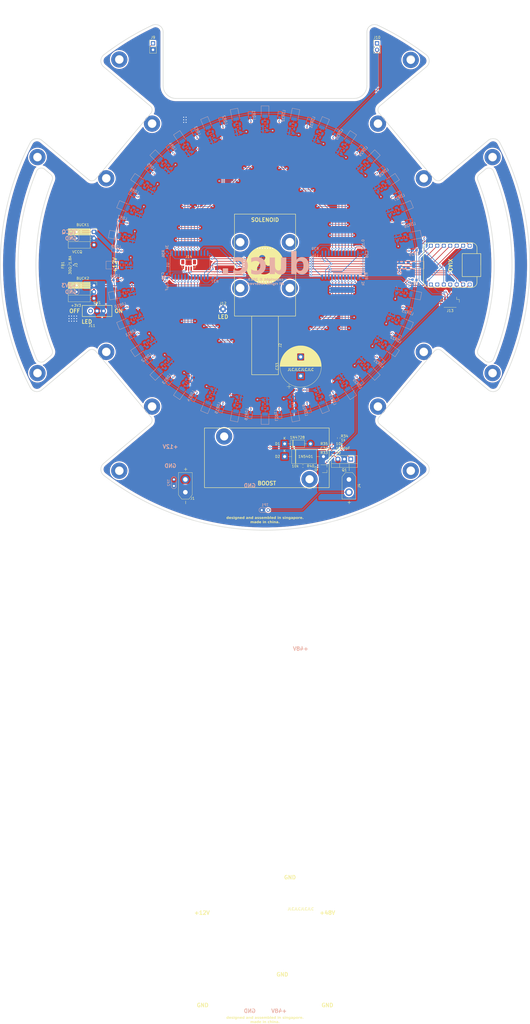
<source format=kicad_pcb>
(kicad_pcb (version 20221018) (generator pcbnew)
  (title_block (title "layer 1 pcb drawing") (date "2024-01-02") (rev "1.1") (company "8076ducc Robotics Competition Team"))
  (layers (0 "F.Cu" signal) (31 "B.Cu" signal) (34 "B.Paste" user) (35 "F.Paste" user) (36 "B.SilkS" user "B.Silkscreen") (37 "F.SilkS" user "F.Silkscreen") (38 "B.Mask" user) (39 "F.Mask" user) (44 "Edge.Cuts" user))
  (net 0 "")
  (net 1 "/LED")
  (net 2 "GND")
  (net 3 "+3V3")
  (net 4 "GNDA")
  (net 5 "/MUX1OUT")
  (net 6 "/MUX2OUT")
  (net 7 "/S0")
  (net 8 "/S1")
  (net 9 "/S3")
  (net 10 "/S2")
  (net 11 "/SOLENOIDON")
  (net 12 "Net-(Q1-S)")
  (net 13 "Net-(D1-K)")
  (net 14 "Net-(D2-A)")
  (net 15 "Net-(L1-Pad2)")
  (net 16 "Net-(C34-Pad1)")
  (net 18 "Net-(LED1-A)")
  (net 19 "/TX")
  (net 20 "/RX")
  (net 21 "Net-(U1-I0)")
  (net 22 "Net-(U1-I1)")
  (net 23 "Net-(U1-I2)")
  (net 24 "Net-(U1-I3)")
  (net 25 "+12V")
  (net 26 "+48V")
  (net 27 "Net-(U1-I4)")
  (net 28 "Net-(U1-I5)")
  (net 29 "Net-(U1-I6)")
  (net 30 "Net-(U1-I7)")
  (net 31 "Net-(U1-I8)")
  (net 32 "Net-(U1-I9)")
  (net 33 "Net-(U1-I10)")
  (net 34 "Net-(U1-I11)")
  (net 35 "Net-(U1-I12)")
  (net 36 "Net-(U1-I13)")
  (net 37 "Net-(U1-I14)")
  (net 38 "Net-(U1-I15)")
  (net 39 "Net-(U2-I0)")
  (net 40 "Net-(U2-I1)")
  (net 41 "Net-(U2-I2)")
  (net 42 "Net-(U2-I3)")
  (net 43 "Net-(U2-I4)")
  (net 44 "Net-(U2-I5)")
  (net 45 "Net-(U2-I6)")
  (net 46 "Net-(U2-I7)")
  (net 47 "Net-(U2-I8)")
  (net 48 "Net-(U2-I9)")
  (net 49 "Net-(U2-I10)")
  (net 50 "Net-(U2-I11)")
  (net 51 "Net-(U2-I12)")
  (net 52 "Net-(U2-I13)")
  (net 53 "Net-(U2-I14)")
  (net 54 "Net-(U2-I15)")
  (net 55 "Net-(Q1-G)")
  (net 56 "Net-(U1-~{E})")
  (net 57 "Net-(U2-~{E})")
  (net 58 "+5V")
  (net 59 "/BALL")
  (net 60 "VCCQ")
  (net 61 "GNDD")
  (net 63 "Net-(LED2-A)")
  (net 64 "Net-(L2-Pad2)")
  (net 65 "Net-(LED3-A)")
  (net 66 "Net-(L3-Pad2)")
  (net 67 "Net-(LED4-A)")
  (net 68 "Net-(L4-Pad2)")
  (net 69 "Net-(LED5-A)")
  (net 70 "Net-(L5-Pad2)")
  (net 71 "Net-(LED6-A)")
  (net 72 "Net-(L6-Pad2)")
  (net 73 "Net-(LED7-A)")
  (net 74 "Net-(L7-Pad2)")
  (net 75 "Net-(LED8-A)")
  (net 76 "Net-(L8-Pad2)")
  (net 77 "Net-(LED9-A)")
  (net 78 "Net-(L9-Pad2)")
  (net 79 "Net-(LED10-A)")
  (net 80 "Net-(L10-Pad2)")
  (net 81 "Net-(LED11-A)")
  (net 82 "Net-(L11-Pad2)")
  (net 83 "Net-(LED12-A)")
  (net 84 "Net-(L12-Pad2)")
  (net 85 "Net-(LED13-A)")
  (net 86 "Net-(L13-Pad2)")
  (net 87 "Net-(LED14-A)")
  (net 88 "Net-(L14-Pad2)")
  (net 89 "Net-(LED15-A)")
  (net 90 "Net-(L15-Pad2)")
  (net 91 "Net-(LED16-A)")
  (net 92 "Net-(L16-Pad2)")
  (net 93 "Net-(LED17-A)")
  (net 94 "Net-(L17-Pad2)")
  (net 95 "Net-(LED18-A)")
  (net 96 "Net-(L18-Pad2)")
  (net 97 "Net-(LED19-A)")
  (net 98 "Net-(L19-Pad2)")
  (net 99 "Net-(LED20-A)")
  (net 100 "Net-(L20-Pad2)")
  (net 101 "Net-(LED21-A)")
  (net 102 "Net-(L21-Pad2)")
  (net 103 "Net-(LED22-A)")
  (net 104 "Net-(L22-Pad2)")
  (net 105 "Net-(LED23-A)")
  (net 106 "Net-(L23-Pad2)")
  (net 107 "Net-(LED24-A)")
  (net 108 "Net-(L24-Pad2)")
  (net 109 "Net-(LED25-A)")
  (net 110 "Net-(L25-Pad2)")
  (net 111 "Net-(LED26-A)")
  (net 112 "Net-(L26-Pad2)")
  (net 113 "Net-(LED27-A)")
  (net 114 "Net-(L27-Pad2)")
  (net 115 "Net-(LED28-A)")
  (net 116 "Net-(L28-Pad2)")
  (net 117 "Net-(LED29-A)")
  (net 118 "Net-(L29-Pad2)")
  (net 119 "Net-(LED30-A)")
  (net 120 "Net-(L30-Pad2)")
  (net 121 "Net-(LED31-A)")
  (net 122 "Net-(L31-Pad2)")
  (net 123 "Net-(LED32-A)")
  (net 124 "Net-(L32-Pad2)")
  (footprint "Connector_Wire:SolderWirePad_1x01_SMD_5x10mm" (layer "F.Cu") (at 130.21 192.1)
    (fp_text reference "J8" hide)
    (fp_text value "Conn_01x01_Socket")
  )
  (footprint "Package_TO_SOT_SMD:TSOT-23" (layer "F.Cu") (at 128.4 184.85)
    (fp_text reference "Q2")
    (fp_text value "MOSFET-NCH-AO3404A")
  )
  (footprint "MountingHole:MountingHole_3.2mm_M3_Pad" (layer "F.Cu") (at 162.241 24.5)
    (fp_text reference "H21")
    (fp_text value "MountingHole")
  )
  (footprint "MountingHole:MountingHole_3.2mm_M3_Pad" (layer "F.Cu") (at 167.356 139.047)
    (fp_text reference "H22")
    (fp_text value "MountingHole")
  )
  (footprint "MountingHole:MountingHole_3.2mm_M3_Pad" (layer "F.Cu") (at 15.6195 62.636)
    (fp_text reference "H1")
    (fp_text value "MountingHole")
  )
  (footprint "Connector_Wire:SolderWirePad_1x01_SMD_1x2mm" (layer "F.Cu") (at 112.51 184.7 90)
    (fp_text reference "J15" hide)
    (fp_text value "Conn_01x01_Socket")
  )
  (footprint "Connector_PinSocket_2.54mm:PinSocket_1x03_P2.54mm_Horizontal" (layer "F.Cu") (at 37.8 91.975)
    (fp_text reference "BUCK1")
    (fp_text value "VCCQ")
  )
  (footprint "Connector_Wire:SolderWirePad_1x01_SMD_5x10mm" (layer "F.Cu") (at 130.21 169.1)
    (fp_text reference "J7" hide)
    (fp_text value "Conn_01x01_Socket")
  )
  (footprint "Connector_Wire:SolderWirePad_1x01_SMD_5x10mm" (layer "F.Cu") (at 37 105 90)
    (fp_text reference "J3")
    (fp_text value "Conn_01x01_Socket")
  )
  (footprint "MountingHole:MountingHole_3.2mm_M3_Pad" (layer "F.Cu") (at 114.75 114)
    (fp_text reference "H12")
    (fp_text value "MountingHole")
  )
  (footprint "MountingHole:MountingHole_3.2mm_M3_Pad" (layer "F.Cu") (at 149.358 160.496)
    (fp_text reference "H6")
    (fp_text value "MountingHole")
  )
  (footprint "Package_TO_SOT_THT:TO-220-3_Vertical" (layer "F.Cu") (at 138.71 181.1 180)
    (fp_text reference "Q1")
    (fp_text value "MOSFET-NCH-FQP30N06L")
  )
  (footprint "MountingHole:MountingHole_3.2mm_M3_Pad" (layer "F.Cu") (at 60.6425 49.5039)
    (fp_text reference "H9")
    (fp_text value "MountingHole")
  )
  (footprint "Capacitor_SMD:C_0603_1608Metric" (layer "F.Cu") (at 27 105 90)
    (fp_text reference "FB1")
    (fp_text value "30Ω/1.8A")
  )
  (footprint "MountingHole:MountingHole_3.2mm_M3_Pad" (layer "F.Cu") (at 47.7589 185.666)
    (fp_text reference "H14")
    (fp_text value "MountingHole")
  )
  (footprint "Connector_AMASS:AMASS_XT30UPB-F_1x02_P5.0mm_Vertical" (layer "F.Cu") (at 137.96 189.1 -90)
    (fp_text reference "J4")
    (fp_text value "XT30PW-F")
  )
  (footprint "Connector_Wire:SolderWirePad_1x01_SMD_1x2mm" (layer "F.Cu") (at 113.5 136.5 90)
    (fp_text reference "J2")
    (fp_text value "Conn_01x01_Socket")
  )
  (footprint "MountingHole:MountingHole_3.2mm_M3_Pad" (layer "F.Cu") (at 42.6444 139.047)
    (fp_text reference "H11")
    (fp_text value "MountingHole")
  )
  (footprint "MountingHole:MountingHole_3.2mm_M3_Pad" (layer "F.Cu") (at 88.946 172.218)
    (fp_text reference "H23")
    (fp_text value "MountingHole")
  )
  (footprint "MountingHole:MountingHole_3.2mm_M3_Pad" (layer "F.Cu") (at 95.25 96)
    (fp_text reference "H8")
    (fp_text value "MountingHole")
  )
  (footprint "Capacitor_SMD:C_0603_1608Metric" (layer "F.Cu") (at 131.21 176.85 180)
    (fp_text reference "C34")
    (fp_text value "1500pF")
  )
  (footprint "MountingHole:MountingHole_3.2mm_M3_Pad" (layer "F.Cu") (at 149.358 49.5039)
    (fp_text reference "H18")
    (fp_text value "MountingHole")
  )
  (footprint "MountingHole:MountingHole_3.2mm_M3_Pad" (layer "F.Cu") (at 194.381 62.636)
    (fp_text reference "H2")
    (fp_text value "MountingHole")
  )
  (footprint "MountingHole:MountingHole_3.2mm_M3_Pad" (layer "F.Cu") (at 95.25 114)
    (fp_text reference "H17")
    (fp_text value "MountingHole")
  )
  (footprint "LOGO" (layer "F.Cu") (at 105 105)
    (fp_text reference "G***" hide)
    (fp_text value "LOGO" hide)
  )
  (footprint "Diode_THT:D_DO-41_SOD81_P10.16mm_Horizontal" (layer "F.Cu") (at 112.71 175.1)
    (fp_text reference "D1")
    (fp_text value "1N4728")
  )
  (footprint "MountingHole:MountingHole_3.2mm_M3_Pad" (layer "F.Cu") (at 162.241 185.666)
    (fp_text reference "H4")
    (fp_text value "MountingHole")
  )
  (footprint "Connector_PinSocket_2.54mm:PinSocket_1x03_P2.54mm_Horizontal" (layer "F.Cu") (at 37.8 112.975)
    (fp_text reference "BUCK2")
    (fp_text value "+3V3")
  )
  (footprint "libraries:xiao-esp32c3" (layer "F.Cu") (at 177.75 105 -90)
    (fp_text reference "U3" hide)
    (fp_text value "MOUDLE-SEEEDUINO-XIAO-ESP32C3" hide)
  )
  (footprint "Connector_JST:JST_SH_BM03B-SRSS-TB_1x03-1MP_P1.00mm_Vertical" (layer "F.Cu") (at 75 105)
    (fp_text reference "J14")
    (fp_text value "SH1.0 3P")
  )
  (footprint "MountingHole:MountingHole_3.2mm_M3_Pad" (layer "F.Cu") (at 60.6425 160.496)
    (fp_text reference "H3")
    (fp_text value "MountingHole")
  )
  (footprint "Connector_JST:JST_SH_BM05B-SRSS-TB_1x05-1MP_P1.00mm_Vertical" (layer "F.Cu") (at 177.7 119.575 180)
    (fp_text reference "J13")
    (fp_text value "SH1.0 5P")
  )
  (footprint "MountingHole:MountingHole_3.2mm_M3_Pad" (layer "F.Cu") (at 42.6444 70.9532)
    (fp_text reference "H16")
    (fp_text value "MountingHole")
  )
  (footprint "Capacitor_THT:CP_Radial_D16.0mm_P7.50mm" (layer "F.Cu") (at 119 148.512754 90)
    (fp_text reference "C33")
    (fp_text value "1000µF/63V")
  )
  (footprint "Connector_Wire:SolderWirePad_1x01_SMD_1x2mm" (layer "F.Cu") (at 37 127.25 90)
    (fp_text reference "J11")
    (fp_text value "Conn_01x01_Socket")
  )
  (footprint "Connector_Wire:SolderWirePad_1x01_SMD_5x10mm" (layer "F.Cu") (at 80.96 169.1)
    (fp_text reference "J5" hide)
    (fp_text value "Conn_01x01_Socket")
  )
  (footprint "Connector_Wire:SolderWirePad_1x01_SMD_5x10mm" (layer "F.Cu") (at 81.21 192.1)
    (fp_text reference "J6" hide)
    (fp_text value "Conn_01x01_Socket")
  )
  (footprint "MountingHole:MountingHole_3.2mm_M3_Pad" (layer "F.Cu") (at 47.7589 24.3338)
    (fp_text reference "H10")
    (fp_text value "MountingHole")
  )
  (footprint "LOGO" (layer "F.Cu") (at 105 97)
    (fp_text reference "G***" hide)
    (fp_text value "LOGO" hide)
  )
  (footprint "MountingHole:MountingHole_3.2mm_M3_Pad" (layer "F.Cu") (at 194.381 147.364)
    (fp_text reference "H19")
    (fp_text value "MountingHole")
  )
  (footprint "Connector_Wire:SolderWire-0.5sqmm_1x01_D0.9mm_OD2.1mm" (layer "F.Cu") (at 88.5 122.25)
    (fp_text reference "J12")
    (fp_text value "Conn_01x01_Socket")
  )
  (footprint "Diode_THT:D_DO-27_P15.24mm_Horizontal" (layer "F.Cu") (at 112.71 180.1)
    (fp_text reference "D2")
    (fp_text value "1N5401")
  )
  (footprint "Resistor_SMD:R_0603_1608Metric" (layer "F.Cu") (at 133.96 172.85 90)
    (fp_text reference "R34")
    (fp_text value "1k")
  )
  (footprint "Resistor_SMD:R_0603_1608Metric" (layer "F.Cu") (at 119.885 183.85 180)
    (fp_text reference "R40")
    (fp_text value "10k")
  )
  (footprint "MountingHole:MountingHole_3.2mm_M3_Pad" (layer "F.Cu") (at 122.474 188.982)
    (fp_text reference "H24")
    (fp_text value "MountingHole")
  )
  (footprint "MountingHole:MountingHole_3.2mm_M3_Pad" (layer "F.Cu") (at 167.356 70.9532)
    (fp_text reference "H15")
    (fp_text value "MountingHole")
  )
  (footprint "Connector_PinHeader_2.54mm:PinHeader_1x02_P2.54mm_Vertical" (layer "F.Cu") (at 61 18)
    (fp_text reference "J9")
    (fp_text value "Conn_01x02_Pin")
  )
  (footprint "Resistor_SMD:R_0603_1608Metric" (layer "F.Cu") (at 131.21 178.6 180)
    (fp_text reference "R33")
    (fp_text value "20")
  )
  (footprint "MountingHole:MountingHole_3.2mm_M3_Pad" (layer "F.Cu") (at 15.6195 147.364)
    (fp_text reference "H20")
    (fp_text value "MountingHole")
  )
  (footprint "Connector_AMASS:AMASS_XT30UPB-F_1x02_P5.0mm_Vertical" (layer "F.Cu") (at 73.71 194.1 90)
    (fp_text reference "J1")
    (fp_text value "XT30-F")
  )
  (footprint "Resistor_SMD:R_0603_1608Metric" (layer "F.Cu") (at 131.21 175.1 180)
    (fp_text reference "R35")
    (fp_text value "10k")
  )
  (footprint "Switches:SWITCH_SPDT_PTH_11.6X4.0MM" (layer "F.Cu") (at 39.0322 123 -90)
    (fp_text reference "SW1")
    (fp_text value "SW_SPDT")
  )
  (footprint "Connector_PinHeader_2.54mm:PinHeader_1x02_P2.54mm_Vertical" (layer "F.Cu") (at 149 18)
    (fp_text reference "J10")
    (fp_text value "Conn_01x02_Pin")
  )
  (footprint "MountingHole:MountingHole_3.2mm_M3_Pad" (layer "F.Cu") (at 114.75 96)
    (fp_text reference "H7")
    (fp_text value "MountingHole")
  )
  (footprint "Capacitor_SMD:C_0603_1608Metric" (layer "B.Cu") (at 142.299883 67.700117 -45)
    (fp_text reference "C29" hide)
    (fp_text value "1uF" hide)
  )
  (footprint "Resistor_SMD:R_0603_1608Metric" (layer "B.Cu") (at 159.5 105.025 -90)
    (fp_text reference "R25" hide)
    (fp_text value "0R39" hide)
  )
  (footprint "Capacitor_SMD:C_0603_1608Metric" (layer "B.Cu") (at 143.5 100.75 -90)
    (fp_text reference "C36")
    (fp_text value "0.1μF")
  )
  (footprint "Resistor_SMD:R_0603_1608Metric" (layer "B.Cu") (at 158.447921 115.656942 -101.25)
    (fp_text reference "R24" hide)
    (fp_text value "0R39" hide)
  )
  (footprint "Resistor_SMD:R_0603_1608Metric" (layer "B.Cu") (at 125.879344 54.658133 -22.5)
    (fp_text reference "R31" hide)
    (fp_text value "0R39" hide)
  )
  (footprint "Resistor_SMD:R_0603_1608Metric" (layer "B.Cu") (at 155.341867 125.879344 -112.5)
    (fp_text reference "R23" hide)
    (fp_text value "0R39" hide)
  )
  (footprint "Inductor_SMD:L_0805_2012Metric" (layer "B.Cu") (at 53.022209 126.502846 112.5)
    (fp_text reference "L11" hide)
    (fp_text value "10µH" hide)
  )
  (footprint "Diode_SMD:D_0603_1608Metric" (layer "B.Cu") (at 132.812573 157.033338 118.125)
    (fp_text reference "LDR19")
    (fp_text value "ALS-PT19-315C" hide)
  )
  (footprint "Capacitor_Tantalum_SMD:CP_EIA-3528-12_Kemet-T" (layer "B.Cu") (at 163.847117 93.294581 -168.75)
    (fp_text reference "LED26" hide)
    (fp_text value "WHITE 3528" hide)
  )
  (footprint "Resistor_SMD:R_0603_1608Metric" (layer "B.Cu") (at 66.5 100.5 -90)
    (fp_text reference "R36")
    (fp_text value "3k")
  )
  (footprint "Resistor_SMD:R_0603_1608Metric" (layer "B.Cu") (at 104.975 159.5 180)
    (fp_text reference "R17" hide)
    (fp_text value "0R39" hide)
  )
  (footprint "Resistor_SMD:R_0603_1608Metric" (layer "B.Cu") (at 84.16685 54.638998 22.5)
    (fp_text reference "R3" hide)
    (fp_text value "0R39" hide)
  )
  (footprint "Diode_SMD:D_0603_1608Metric" (layer "B.Cu") (at 87.873038 48.540504 -73.125)
    (fp_text reference "LDR2")
    (fp_text value "ALS-PT19-315C" hide)
  )
  (footprint "Capacitor_SMD:C_0603_1608Metric" (layer "B.Cu") (at 67.700117 67.700117 45)
    (fp_text reference "C5" hide)
    (fp_text value "1uF" hide)
  )
  (footprint "Inductor_SMD:L_0805_2012Metric" (layer "B.Cu") (at 83.45096 156.958657 157.5)
    (fp_text reference "L15" hide)
    (fp_text value "10µH" hide)
  )
  (footprint "Capacitor_SMD:C_0603_1608Metric" (layer "B.Cu") (at 125.186551 56.265355 -22.5)
    (fp_text reference "C31" hide)
    (fp_text value "1uF" hide)
  )
  (footprint "Inductor_SMD:L_0805_2012Metric" (layer "B.Cu") (at 58.215945 136.230039 123.75)
    (fp_text reference "L12" hide)
    (fp_text value "10µH" hide)
  )
  (footprint "Inductor_SMD:L_0805_2012Metric" (layer "B.Cu") (at 144.792434 65.242921 -45)
    (fp_text reference "L29" hide)
    (fp_text value "10µH" hide)
  )
  (footprint "Capacitor_Tantalum_SMD:CP_EIA-3528-12_Kemet-T" (layer "B.Cu") (at 71.665786 55.111823 -56.25)
    (fp_text reference "LED4" hide)
    (fp_text value "WHITE 3528" hide)
  )
  (footprint "Diode_SMD:D_0603_1608Metric" (layer "B.Cu") (at 48.540415 87.873333 -16.875)
    (fp_text reference "LDR7")
    (fp_text value "ALS-PT19-315C" hide)
  )
  (footprint "Capacitor_Tantalum_SMD:CP_EIA-3528-12_Kemet-T" (layer "B.Cu") (at 55.111823 138.334214 33.75)
    (fp_text reference "LED12" hide)
    (fp_text value "WHITE 3528" hide)
  )
  (footprint "Resistor_SMD:R_0603_1608Metric" (layer "B.Cu") (at 115.607903 158.457675 -168.75)
    (fp_text reference "R18" hide)
    (fp_text value "0R39" hide)
  )
  (footprint "Capacitor_Tantalum_SMD:CP_EIA-3528-12_Kemet-T" (layer "B.Cu") (at 49.567228 127.961006 22.5)
    (fp_text reference "LED11" hide)
    (fp_text value "WHITE 3528" hide)
  )
  (footprint "Capacitor_Tantalum_SMD:CP_EIA-3528-12_Kemet-T" (layer "B.Cu") (at 62.573593 147.426407 45)
    (fp_text reference "LED13" hide)
    (fp_text value "WHITE 3528" hide)
  )
  (footprint "Resistor_SMD:R_0603_1608Metric" (layer "B.Cu") (at 74.742209 59.671017 33.75)
    (fp_text reference "R4" hide)
    (fp_text value "0R39" hide)
  )
  (footprint "Inductor_SMD:L_0805_2012Metric" (layer "B.Cu") (at 48.75 104.975 90)
    (fp_text reference "L9" hide)
    (fp_text value "10µH" hide)
  )
  (footprint "Capacitor_SMD:C_0603_1608Metric" (layer "B.Cu") (at 56.265355 84.813449 67.5)
    (fp_text reference "C7" hide)
    (fp_text value "1uF" hide)
  )
  (footprint "Resistor_SMD:R_0603_1608Metric" (layer "B.Cu") (at 54.638998 125.83315 112.5)
    (fp_text reference "R11" hide)
    (fp_text value "0R39" hide)
  )
  (footprint "Resistor_SMD:R_0603_1608Metric" (layer "B.Cu") (at 135.257791 150.328983 -146.25)
    (fp_text reference "R20" hide)
    (fp_text value "0R39" hide)
  )
  (footprint "Capacitor_SMD:C_0603_1608Metric" (layer "B.Cu") (at 94.708986 53.263576 11.25)
    (fp_text reference "C2" hide)
    (fp_text value "1uF" hide)
  )
  (footprint "Inductor_SMD:L_0805_2012Metric" (layer "B.Cu") (at 49.825951 115.949311 101.25)
    (fp_text reference "L10" hide)
    (fp_text value "10µH" hide)
  )
  (footprint "Capacitor_Tantalum_SMD:CP_EIA-3528-12_Kemet-T" (layer "B.Cu") (at 71.665786 154.888177 56.25)
    (fp_text reference "LED14" hide)
    (fp_text value "WHITE 3528" hide)
  )
  (footprint "Capacitor_SMD:C_0603_1608Metric" (layer "B.Cu") (at 153.734645 84.813449 -67.5)
    (fp_text reference "C27" hide)
    (fp_text value "1uF" hide)
  )
  (footprint "Diode_SMD:D_0603_1608Metric" (layer "B.Cu") (at 161.459585 122.126667 163.125)
    (fp_text reference "LDR23")
    (fp_text value "ALS-PT19-315C" hide)
  )
  (footprint "Diode_SMD:D_0603_1608Metric" (layer "B.Cu") (at 67.570875 150.607764 50.625)
    (fp_text reference "LDR13")
    (fp_text value "ALS-PT19-315C" hide)
  )
  (footprint "Resistor_SMD:R_0603_1608Metric" (layer "B.Cu") (at 85.325 110)
    (fp_text reference "R37")
    (fp_text value "10k")
  )
  (footprint "Capacitor_SMD:C_0603_1608Metric" (layer "B.Cu") (at 156.736424 115.291014 -101.25)
    (fp_text reference "C24" hide)
    (fp_text value "1uF" hide)
  )
  (footprint "Resistor_SMD:R_0603_1608Metric" (layer "B.Cu") (at 125.83315 155.361002 -157.5)
    (fp_text reference "R19" hide)
    (fp_text value "0R39" hide)
  )
  (footprint "Capacitor_SMD:C_0603_1608Metric" (layer "B.Cu") (at 67.700117 142.299883 135)
    (fp_text reference "C13" hide)
    (fp_text value "1uF" hide)
  )
  (footprint "Capacitor_Tantalum_SMD:CP_EIA-3528-12_Kemet-T" (layer "B.Cu") (at 160.432772 127.961006 157.5)
    (fp_text reference "LED23" hide)
    (fp_text value "WHITE 3528" hide)
  )
  (footprint "Capacitor_SMD:C_0603_1608Metric" (layer "B.Cu") (at 115.291014 53.263576 -11.25)
    (fp_text reference "C32" hide)
    (fp_text value "1uF" hide)
  )
  (footprint "Capacitor_Tantalum_SMD:CP_EIA-3528-12_Kemet-T" (layer "B.Cu") (at 46.152883 116.705419 11.25)
    (fp_text reference "LED10" hide)
    (fp_text value "WHITE 3528" hide)
  )
  (footprint "Inductor_SMD:L_0805_2012Metric" (layer "B.Cu") (at 144.757079 144.792434 -135)
    (fp_text reference "L21" hide)
    (fp_text value "10µH" hide)
  )
  (footprint "Inductor_SMD:L_0805_2012Metric" (layer "B.Cu") (at 65.207566 144.757079 135)
    (fp_text reference "L13" hide)
    (fp_text value "10µH" hide)
  )
  (footprint "Capacitor_SMD:C_0603_1608Metric" (layer "B.Cu") (at 84.813449 153.734645 157.5)
    (fp_text reference "C15" hide)
    (fp_text value "1uF" hide)
  )
  (footprint "Capacitor_SMD:C_0603_1608Metric" (layer "B.Cu") (at 53.263576 94.708986 78.75)
    (fp_text reference "C8" hide)
    (fp_text value "1uF" hide)
  )
  (footprint "Capacitor_SMD:C_0603_1608Metric" (layer "B.Cu") (at 105 52.25)
    (fp_text reference "C1" hide)
    (fp_text value "1uF" hide)
  )
  (footprint "Diode_SMD:D_0603_1608Metric" (layer "B.Cu") (at 150.607568 67.570637 -140.625)
    (fp_text reference "LDR28")
    (fp_text value "ALS-PT19-315C" hide)
  )
  (footprint "Resistor_SMD:R_0603_1608Metric" (layer "B.Cu") (at 94.343058 158.447921 168.75)
    (fp_text reference "R16" hide)
    (fp_text value "0R39" hide)
  )
  (footprint "Capacitor_Tantalum_SMD:CP_EIA-3528-12_Kemet-T" (layer "B.Cu") (at 116.705419 163.847117 101.25)
    (fp_text reference "LED18" hide)
    (fp_text value "WHITE 3528" hide)
  )
  (footprint "Resistor_SMD:R_0603_1608Metric" (layer "B.Cu") (at 59.698795 74.700636 56.25)
    (fp_text reference "R6" hide)
    (fp_text value "0R39" hide)
  )
  (footprint "Resistor_SMD:R_0603_1608Metric" (layer "B.Cu") (at 115.656942 51.552079 -11.25)
    (fp_text reference "R32" hide)
    (fp_text value "0R39" hide)
  )
  (footprint "TestPoint:TestPoint_2Pads_Pitch2.54mm_Drill0.8mm" (layer "B.Cu") (at 69.21 189.1 -90)
    (fp_text reference "TP2")
    (fp_text value "TestPoint_2Pole")
  )
  (footprint "Diode_SMD:D_0603_1608Metric" (layer "B.Cu") (at 46.284023 99.217136 -5.625)
    (fp_text reference "LDR8")
    (fp_text value "ALS-PT19-315C" hide)
  )
  (footprint "Diode_SMD:D_0603_1608Metric" (layer "B.Cu") (at 59.392236 67.570875 -39.375)
    (fp_text reference "LDR5")
    (fp_text value "ALS-PT19-315C" hide)
  )
  (footprint "TestPoint:TestPoint_2Pads_Pitch2.54mm_Drill0.8mm" (layer "B.Cu") (at 31 91.975 -90)
    (fp_text reference "TP3")
    (fp_text value "TestPoint_2Pole")
  )
  (footprint "Diode_SMD:D_0603_1608Metric" (layer "B.Cu") (at 132.812301 52.966517 -118.125)
    (fp_text reference "LDR30")
    (fp_text value "ALS-PT19-315C" hide)
  )
  (footprint "Capacitor_SMD:C_0603_1608Metric" (layer "B.Cu") (at 61.139978 134.30633 123.75)
    (fp_text reference "C12" hide)
    (fp_text value "1uF" hide)
  )
  (footprint "TestPoint:TestPoint_2Pads_Pitch2.54mm_Drill0.8mm" (layer "B.Cu") (at 106.25 201.1 180)
    (fp_text reference "TP1")
    (fp_text value "TestPoint_2Pole")
  )
  (footprint "Diode_SMD:D_0603_1608Metric" (layer "B.Cu") (at 142.429363 150.607568 129.375)
    (fp_text reference "LDR20")
    (fp_text value "ALS-PT19-315C" hide)
  )
  (footprint "Diode_SMD:D_0603_1608Metric" (layer "B.Cu") (at 77.187699 157.033483 61.875)
    (fp_text reference "LDR14")
    (fp_text value "ALS-PT19-315C" hide)
  )
  (footprint "Capacitor_Tantalum_SMD:CP_EIA-3528-12_Kemet-T" (layer "B.Cu") (at 154.888177 71.665786 -146.25)
    (fp_text reference "LED28" hide)
    (fp_text value "WHITE 3528" hide)
  )
  (footprint "Inductor_SMD:L_0805_2012Metric" (layer "B.Cu") (at 83.497154 53.022209 22.5)
    (fp_text reference "L3" hide)
    (fp_text value "10µH" hide)
  )
  (footprint "Capacitor_SMD:C_0603_1608Metric" (layer "B.Cu") (at 66.425 109.275 90)
    (fp_text reference "C35")
    (fp_text value "0.1μF")
  )
  (footprint "Diode_SMD:D_0603_1608Metric" (layer "B.Cu") (at 52.966662 132.812573 28.125)
    (fp_text reference "LDR11")
    (fp_text value "ALS-PT19-315C" hide)
  )
  (footprint "Capacitor_SMD:C_0603_1608Metric" (layer "B.Cu") (at 142.299883 142.299883 -135)
    (fp_text reference "C21" hide)
    (fp_text value "1uF" hide)
  )
  (footprint "Resistor_SMD:R_0603_1608Metric" (layer "B.Cu") (at 135.299364 59.698795 -33.75)
    (fp_text reference "R30" hide)
    (fp_text value "0R39" hide)
  )
  (footprint "Resistor_SMD:R_0603_1608Metric" (layer "B.Cu") (at 105.025 50.5)
    (fp_text reference "R1" hide)
    (fp_text value "0R39" hide)
  )
  (footprint "Diode_SMD:D_0603_1608Metric" (layer "B.Cu") (at 46.284053 110.783171 5.625)
    (fp_text reference "LDR9")
    (fp_text value "ALS-PT19-315C" hide)
  )
  (footprint "Inductor_SMD:L_0805_2012Metric" (layer "B.Cu") (at 49.835705 94.00165 78.75)
    (fp_text reference "L8" hide)
    (fp_text value "10µH" hide)
  )
  (footprint "Resistor_SMD:R_0603_1608Metric" (layer "B.Cu") (at 143.554997 66.480358 -45)
    (fp_text reference "R29" hide)
    (fp_text value "0R39" hide)
  )
  (footprint "Inductor_SMD:L_0805_2012Metric" (layer "B.Cu") (at 156.977791 83.497154 -67.5)
    (fp_text reference "L27" hide)
    (fp_text value "10µH" hide)
  )
  (footprint "Resistor_SMD:R_0603_1608Metric" (layer "B.Cu") (at 155.361002 84.16685 -67.5)
    (fp_text reference "R27" hide)
    (fp_text value "0R39" hide)
  )
  (footprint "Capacitor_Tantalum_SMD:CP_EIA-3528-12_Kemet-T" (layer "B.Cu") (at 105 165 90)
    (fp_text reference "LED17" hide)
    (fp_text value "WHITE 3528" hide)
  )
  (footprint "Resistor_SMD:R_0603_1608Metric" (layer "B.Cu") (at 143.519642 143.554997 -135)
    (fp_text reference "R21" hide)
    (fp_text value "0R39" hide)
  )
  (footprint "Resistor_SMD:R_0603_1608Metric" (layer "B.Cu") (at 74.700636 150.301205 146.25)
    (fp_text reference "R14" hide)
    (fp_text value "0R39" hide)
  )
  (footprint "Inductor_SMD:L_0805_2012Metric" (layer "B.Cu") (at 151.756276 136.271612 -123.75)
    (fp_text reference "L22" hide)
    (fp_text value "10µH" hide)
  )
  (footprint "Resistor_SMD:R_0603_1608Metric" (layer "B.Cu") (at 66.480358 66.445003 45)
    (fp_text reference "R5" hide)
    (fp_text value "0R39" hide)
  )
  (footprint "Capacitor_SMD:C_0603_1608Metric" (layer "B.Cu") (at 84.813449 56.265355 22.5)
    (fp_text reference "C3" hide)
    (fp_text value "1uF" hide)
  )
  (footprint "Diode_SMD:D_0603_1608Metric" (layer "B.Cu") (at 52.966517 77.187699 -28.125)
    (fp_text reference "LDR6")
    (fp_text value "ALS-PT19-315C" hide)
  )
  (footprint "Capacitor_SMD:C_0603_1608Metric" (layer "B.Cu") (at 105 157.75 180)
    (fp_text reference "C17" hide)
    (fp_text value "1uF" hide)
  )
  (footprint "Inductor_SMD:L_0805_2012Metric" (layer "B.Cu") (at 115.99835 49.835705 -11.25)
    (fp_text reference "L32" hide)
    (fp_text value "10µH" hide)
  )
  (footprint "Inductor_SMD:L_0805_2012Metric" (layer "B.Cu") (at 126.54904 53.041343 -22.5)
    (fp_text reference "L31" hide)
    (fp_text value "10µH" hide)
  )
  (footprint "Diode_SMD:D_0603_1608Metric" (layer "B.Cu") (at 142.429125 59.392236 -129.375)
    (fp_text reference "LDR29")
    (fp_text value "ALS-PT19-315C" hide)
  )
  (footprint "Capacitor_SMD:C_0603_1608Metric" (layer "B.Cu") (at 61.139978 75.69367 56.25)
    (fp_text reference "C6" hide)
    (fp_text value "1uF" hide)
  )
  (footprint "Inductor_SMD:L_0805_2012Metric" (layer "B.Cu") (at 53.041343 83.45096 67.5)
    (fp_text reference "L7" hide)
    (fp_text value "10µH" hide)
  )
  (footprint "Diode_SMD:D_0603_1608Metric" (layer "B.Cu") (at 150.607764 142.429125 140.625)
    (fp_text reference "LDR21")
    (fp_text value "ALS-PT19-315C" hide)
  )
  (footprint "Resistor_SMD:R_0603_1608Metric" (layer "B.Cu") (at 59.671017 135.257791 123.75)
    (fp_text reference "R12" hide)
    (fp_text value "0R39" hide)
  )
  (footprint "Capacitor_Tantalum_SMD:CP_EIA-3528-12_Kemet-T" (layer "B.Cu") (at 93.294581 46.152883 -78.75)
    (fp_text reference "LED2" hide)
    (fp_text value "WHITE 3528" hide)
  )
  (footprint "Capacitor_SMD:C_0603_1608Metric" (layer "B.Cu") (at 53.263576 115.291014 101.25)
    (fp_text reference "C10" hide)
    (fp_text value "1uF" hide)
  )
  (footprint "Inductor_SMD:L_0805_2012Metric" (layer "B.Cu") (at 160.164295 115.99835 -101.25)
    (fp_text reference "L24" hide)
    (fp_text value "10µH" hide)
  )
  (footprint "Capacitor_Tantalum_SMD:CP_EIA-3528-12_Kemet-T" (layer "B.Cu") (at 46.152883 93.294581 -11.25)
    (fp_text reference "LED8" hide)
    (fp_text value "WHITE 3528" hide)
  )
  (footprint "Capacitor_Tantalum_SMD:CP_EIA-3528-12_Kemet-T" (layer "B.Cu") (at 105 45 -90)
    (fp_text reference "LED1" hide)
    (fp_text value "WHITE 3528" hide)
  )
  (footprint "Capacitor_Tantalum_SMD:CP_EIA-3528-12_Kemet-T" (layer "B.Cu") (at 165 105 180)
    (fp_text reference "LED25" hide)
    (fp_text value "WHITE 3528" hide)
  )
  (footprint "Inductor_SMD:L_0805_2012Metric" (layer "B.Cu") (at 136.230039 151.784055 -146.25)
    (fp_text reference "L20" hide)
    (fp_text value "10µH" hide)
  )
  (footprint "Resistor_SMD:R_0603_1608Metric" (layer "B.Cu") (at 150.328983 74.742209 -56.25)
    (fp_text reference "R28" hide)
    (fp_text value "0R39" hide)
  )
  (footprint "Resistor_SMD:R_0603_1608Metric" (layer "B.Cu") (at 51.552079 94.343058 78.75)
    (fp_text reference "R8" hide)
    (fp_text value "0R39" hide)
  )
  (footprint "Capacitor_SMD:C_0603_1608Metric" (layer "B.Cu") (at 125.186551 153.734645 -157.5)
    (fp_text reference "C19" hide)
    (fp_text value "1uF" hide)
  )
  (footprint "Capacitor_Tantalum_SMD:CP_EIA-3528-12_Kemet-T" (layer "B.Cu") (at 163.847117 116.705419 168.75)
    (fp_text reference "LED24" hide)
    (fp_text value "WHITE 3528" hide)
  )
  (footprint "Capacitor_Tantalum_SMD:CP_EIA-3528-12_Kemet-T" (layer "B.Cu") (at 127.961006 160.432772 112.5)
    (fp_text reference "LED19" hide)
    (fp_text value "WHITE 3528" hide)
  )
  (footprint "Inductor_SMD:L_0805_2012Metric" (layer "B.Cu") (at 73.728388 151.756276 146.25)
    (fp_text reference "L14" hide)
    (fp_text value "10µH" hide)
  )
  (footprint "Capacitor_Tantalum_SMD:CP_EIA-3528-12_Kemet-T" (layer "B.Cu") (at 62.573593 62.573593 -45)
    (fp_text reference "LED5" hide)
    (fp_text value "WHITE 3528" hide)
  )
  (footprint "Capacitor_Tantalum_SMD:CP_EIA-3528-12_Kemet-T" (layer "B.Cu") (at 154.888177 138.334214 146.25)
    (fp_text reference "LED22" hide)
    (fp_text value "WHITE 3528" hide)
  )
  (footprint "Resistor_SMD:R_0603_1608Metric" (layer "B.Cu") (at 84.120656 155.341867 157.5)
    (fp_text reference "R15" hide)
    (fp_text value "0R39" hide)
  )
  (footprint "Capacitor_SMD:C_0603_1608Metric" (layer "B.Cu") (at 156.736424 94.708986 -78.75)
    (fp_text reference "C26" hide)
    (fp_text value "1uF" hide)
  )
  (footprint "Diode_SMD:D_0603_1608Metric" (layer "B.Cu") (at 122.126667 48.540415 -106.875)
    (fp_text reference "LDR31")
    (fp_text value "ALS-PT19-315C" hide)
  )
  (footprint "Resistor_SMD:R_0603_1608Metric" (layer "B.Cu") (at 94.392097 51.542325 11.25)
    (fp_text reference "R2" hide)
    (fp_text value "0R39" hide)
  )
  (footprint "Resistor_SMD:R_0603_1608Metric" (layer "B.Cu") (at 66.445003 143.519642 135)
    (fp_text reference "R13" hide)
    (fp_text value "0R39" hide)
  )
  (footprint "Capacitor_SMD:C_0603_1608Metric" (layer "B.Cu") (at 75.69367 148.860022 146.25)
    (fp_text reference "C14" hide)
    (fp_text value "1uF" hide)
  )
  (footprint "Diode_SMD:D_0603_1608Metric" (layer "B.Cu") (at 157.033483 132.812301 151.875)
    (fp_text reference "LDR22")
    (fp_text value "ALS-PT19-315C" hide)
  )
  (footprint "Resistor_SMD:R_0603_1608Metric" (layer "B.Cu") (at 158.457675 94.392097 -78.75)
    (fp_text reference "R26" hide)
    (fp_text value "0R39" hide)
  )
  (footprint "Capacitor_SMD:C_0603_1608Metric" (layer "B.Cu") (at 52.25 105 90)
    (fp_text reference "C9" hide)
    (fp_text value "1uF" hide)
  )
  (footprint "Diode_SMD:D_0603_1608Metric" (layer "B.Cu") (at 163.715947 99.216829 -174.375)
    (fp_text reference "LDR25")
    (fp_text value "ALS-PT19-315C" hide)
  )
  (footprint "Inductor_SMD:L_0805_2012Metric" (layer "B.Cu") (at 126.502846 156.977791 -157.5)
    (fp_text reference "L19" hide)
    (fp_text value "10µH" hide)
  )
  (footprint "Capacitor_Tantalum_SMD:CP_EIA-3528-12_Kemet-T" (layer "B.Cu") (at 93.294581 163.847117 78.75)
    (fp_text reference "LED16" hide)
    (fp_text value "WHITE 3528" hide)
  )
  (footprint "Diode_SMD:D_0603_1608Metric" (layer "B.Cu") (at 87.873333 161.459585 73.125)
    (fp_text reference "LDR15")
    (fp_text value "ALS-PT19-315C" hide)
  )
  (footprint "Capacitor_Tantalum_SMD:CP_EIA-3528-12_Kemet-T" (layer "B.Cu") (at 55.111823 71.665786 -33.75)
    (fp_text reference "LED6" hide)
    (fp_text value "WHITE 3528" hide)
  )
  (footprint "Capacitor_SMD:C_0603_1608Metric" (layer "B.Cu") (at 75.69367 61.139978 33.75)
    (fp_text reference "C4" hide)
    (fp_text value "1uF" hide)
  )
  (footprint "Capacitor_SMD:C_0603_1608Metric" (layer "B.Cu") (at 94.708986 156.736424 168.75)
    (fp_text reference "C16" hide)
    (fp_text value "1uF" hide)
  )
  (footprint "TestPoint:TestPoint_2Pads_Pitch2.54mm_Drill0.8mm" (layer "B.Cu") (at 31 112.975 -90)
    (fp_text reference "TP4")
    (fp_text value "TestPoint_2Pole")
  )
  (footprint "Diode_SMD:D_0603_1608Metric" (layer "B.Cu") (at 77.187427 52.966662 -61.875)
    (fp_text reference "LDR3")
    (fp_text value "ALS-PT19-315C" hide)
  )
  (footprint "Inductor_SMD:L_0805_2012Metric" (layer "B.Cu") (at 161.25 105.025 -90)
    (fp_text reference "L25" hide)
    (fp_text value "10µH" hide)
  )
  (footprint "Diode_SMD:D_0603_1608Metric" (layer "B.Cu") (at 48.540504 122.126962 16.875)
    (fp_text reference "LDR10")
    (fp_text value "ALS-PT19-315C" hide)
  )
  (footprint "Diode_SMD:D_0603_1608Metric" (layer "B.Cu") (at 59.392432 142.429363 39.375)
    (fp_text reference "LDR12")
    (fp_text value "ALS-PT19-315C" hide)
  )
  (footprint "Capacitor_Tantalum_SMD:CP_EIA-3528-12_Kemet-T" (layer "B.Cu") (at 147.426407 62.573593 -135)
    (fp_text reference "LED29" hide)
    (fp_text value "WHITE 3528" hide)
  )
  (footprint "Diode_SMD:D_0603_1608Metric" (layer "B.Cu") (at 122.126962 161.459496 106.875)
    (fp_text reference "LDR18")
    (fp_text value "ALS-PT19-315C" hide)
  )
  (footprint "Capacitor_Tantalum_SMD:CP_EIA-3528-12_Kemet-T" (layer "B.Cu") (at 138.334214 154.888177 123.75)
    (fp_text reference "LED20" hide)
    (fp_text value "WHITE 3528" hide)
  )
  (footprint "Inductor_SMD:L_0805_2012Metric" (layer "B.Cu") (at 94.050689 49.825951 11.25)
    (fp_text reference "L2" hide)
    (fp_text value "10µH" hide)
  )
  (footprint "Inductor_SMD:L_0805_2012Metric" (layer "B.Cu") (at 104.975 161.25 180)
    (fp_text reference "L17" hide)
    (fp_text value "10µH" hide)
  )
  (footprint "Inductor_SMD:L_0805_2012Metric" (layer "B.Cu") (at 115.949311 160.174049 -168.75)
    (fp_text reference "L18" hide)
    (fp_text value "10µH" hide)
  )
  (footprint "Diode_SMD:D_0603_1608Metric" (layer "B.Cu") (at 157.033338 77.187427 -151.875)
    (fp_text reference "LDR27")
    (fp_text value "ALS-PT19-315C" hide)
  )
  (footprint "Resistor_SMD:R_0603_1608Metric" (layer "B.Cu") (at 150.301205 135.299364 -123.75)
    (fp_text reference "R22" hide)
    (fp_text value "0R39" hide)
  )
  (footprint "Capacitor_Tantalum_SMD:CP_EIA-3528-12_Kemet-T" (layer "B.Cu") (at 138.334214 55.111823 -123.75)
    (fp_text reference "LED30" hide)
    (fp_text value "WHITE 3528" hide)
  )
  (footprint "Resistor_SMD:R_0603_1608Metric" (layer "B.Cu") (at 51.542325 115.607903 101.25)
    (fp_text reference "R10" hide)
    (fp_text value "0R39" hide)
  )
  (footprint "Diode_SMD:D_0603_1608Metric" (layer "B.Cu") (at 110.782864 46.284023 -95.625)
    (fp_text reference "LDR32")
    (fp_text value "ALS-PT19-315C" hide)
  )
  (footprint "Capacitor_Tantalum_SMD:CP_EIA-3528-12_Kemet-T" (layer "B.Cu") (at 127.961006 49.567228 -112.5)
    (fp_text reference "LED31" hide)
    (fp_text value "WHITE 3528" hide)
  )
  (footprint "Capacitor_Tantalum_SMD:CP_EIA-3528-12_Kemet-T" (layer "B.Cu") (at 147.426407 147.426407 135)
    (fp_text reference "LED21" hide)
    (fp_text value "WHITE 3528" hide)
  )
  (footprint "Package_SO:SOIC-24W_7.5x15.4mm_P1.27mm" (layer "B.Cu") (at 75.5 105 -90)
    (fp_text reference "U1")
    (fp_text value "CD74HC4067SM")
  )
  (footprint "Capacitor_SMD:C_0603_1608Metric" (layer "B.Cu") (at 148.860022 75.69367 -56.25)
    (fp_text reference "C28" hide)
    (fp_text value "1uF" hide)
  )
  (footprint "Capacitor_SMD:C_0603_1608Metric" (layer "B.Cu") (at 153.734645 125.186551 -112.5)
    (fp_text reference "C23" hide)
    (fp_text value "1uF" hide)
  )
  (footprint "Package_SO:SOIC-24W_7.5x15.4mm_P1.27mm" (layer "B.Cu") (at 134.5 105 90)
    (fp_text reference "U2")
    (fp_text value "CD74HC4067SM")
  )
  (footprint "Inductor_SMD:L_0805_2012Metric" (layer "B.Cu") (at 65.242921 65.207566 45)
    (fp_text reference "L5" hide)
    (fp_text value "10µH" hide)
  )
  (footprint "Inductor_SMD:L_0805_2012Metric" (layer "B.Cu") (at 136.271612 58.243724 -33.75)
    (fp_text reference "L30" hide)
    (fp_text value "10µH" hide)
  )
  (footprint "Resistor_SMD:R_0603_1608Metric" (layer "B.Cu") (at 54.658133 84.120656 67.5)
    (fp_text reference "R7" hide)
    (fp_text value "0R39" hide)
  )
  (footprint "Capacitor_SMD:C_0603_1608Metric" (layer "B.Cu") (at 115.291014 156.736424 -168.75)
    (fp_text reference "C18" hide)
    (fp_text value "1uF" hide)
  )
  (footprint "Capacitor_Tantalum_SMD:CP_EIA-3528-12_Kemet-T" (layer "B.Cu") (at 82.038994 160.432772 67.5)
    (fp_text reference "LED15" hide)
    (fp_text value "WHITE 3528" hide)
  )
  (footprint "Diode_SMD:D_0603_1608Metric" (layer "B.Cu") (at 163.715977 110.782864 174.375)
    (fp_text reference "LDR24")
    (fp_text value "ALS-PT19-315C" hide)
  )
  (footprint "Capacitor_Tantalum_SMD:CP_EIA-3528-12_Kemet-T" (layer "B.Cu") (at 160.432772 82.038994 -157.5)
    (fp_text reference "LED27" hide)
    (fp_text value "WHITE 3528" hide)
  )
  (footprint "Inductor_SMD:L_0805_2012Metric" (layer "B.Cu") (at 73.769961 58.215945 33.75)
    (fp_text reference "L4" hide)
    (fp_text value "10µH" hide)
  )
  (footprint "Inductor_SMD:L_0805_2012Metric" (layer "B.Cu") (at 151.784055 73.769961 -56.25)
    (fp_text reference "L28" hide)
    (fp_text value "10µH" hide)
  )
  (footprint "Inductor_SMD:L_0805_2012Metric" (layer "B.Cu") (at 94.00165 160.164295 168.75)
    (fp_text reference "L16" hide)
    (fp_text value "10µH" hide)
  )
  (footprint "Resistor_SMD:R_0603_1608Metric" (layer "B.Cu") (at 124.75 100 180)
    (fp_text reference "R39")
    (fp_text value "10k")
  )
  (footprint "Diode_SMD:D_0603_1608Metric" (layer "B.Cu") (at 99.216829 46.284053 -84.375)
    (fp_text reference "LDR1")
    (fp_text value "ALS-PT19-315C" hide)
  )
  (footprint "Capacitor_Tantalum_SMD:CP_EIA-3528-12_Kemet-T" (layer "B.Cu") (at 82.038994 49.567228 -67.5)
    (fp_text reference "LED3" hide)
    (fp_text value "WHITE 3528" hide)
  )
  (footprint "Inductor_SMD:L_0805_2012Metric" (layer "B.Cu") (at 156.958657 126.54904 -112.5)
    (fp_text reference "L23" hide)
    (fp_text value "10µH" hide)
  )
  (footprint "Inductor_SMD:L_0805_2012Metric" (layer "B.Cu") (at 58.243724 73.728388 56.25)
    (fp_text reference "L6" hide)
    (fp_text value "10µH" hide)
  )
  (footprint "Resistor_SMD:R_0603_1608Metric" (layer "B.Cu") (at 143.5 109.25 90)
    (fp_text reference "R38")
    (fp_text value "3k")
  )
  (footprint "Capacitor_SMD:C_0603_1608Metric" (layer "B.Cu") (at 56.265355 125.186551 112.5)
    (fp_text reference "C11" hide)
    (fp_text value "1uF" hide)
  )
  (footprint "Diode_SMD:D_0603_1608Metric" (layer "B.Cu") (at 110.783171 163.715947 95.625)
    (fp_text reference "LDR17")
    (fp_text value "ALS-PT19-315C" hide)
  )
  (footprint "Capacitor_Tantalum_SMD:CP_EIA-3528-12_Kemet-T" (layer "B.Cu") (at 49.567228 82.038994 -22.5)
    (fp_text reference "LED7" hide)
    (fp_text value "WHITE 3528" hide)
  )
  (footprint "Inductor_SMD:L_0805_2012Metric" (layer "B.Cu") (at 105.025 48.75)
    (fp_text reference "L1" hide)
    (fp_text value "10µH" hide)
  )
  (footprint "Capacitor_SMD:C_0603_1608Metric" (layer "B.Cu") (at 134.30633 61.139978 -33.75)
    (fp_text reference "C30" hide)
    (fp_text value "1uF" hide)
  )
  (footprint "Diode_SMD:D_0603_1608Metric" (layer "B.Cu") (at 67.570637 59.392432 -50.625)
    (fp_text reference "LDR4")
    (fp_text value "ALS-PT19-315C" hide)
  )
  (footprint "Resistor_SMD:R_0603_1608Metric" (layer "B.Cu") (at 50.5 104.975 90)
    (fp_text reference "R9" hide)
    (fp_text value "0R39" hide)
  )
  (footprint "Capacitor_SMD:C_0603_1608Metric" (layer "B.Cu") (at 148.860022 134.30633 -123.75)
    (fp_text reference "C22" hide)
    (fp_text value "1uF" hide)
  )
  (footprint "Inductor_SMD:L_0805_2012Metric" (layer "B.Cu") (at 160.174049 94.050689 -78.75)
    (fp_text reference "L26" hide)
    (fp_text value "10µH" hide)
  )
  (footprint "Diode_SMD:D_0603_1608Metric" (layer "B.Cu") (at 99.217136 163.715977 84.375)
    (fp_text reference "LDR16")
    (fp_text value "ALS-PT19-315C" hide)
  )
  (footprint "Diode_SMD:D_0603_1608Metric" (layer "B.Cu") (at 161.459496 87.873038 -163.125)
    (fp_text reference "LDR26")
    (fp_text value "ALS-PT19-315C" hide)
  )
  (footprint "Capacitor_SMD:C_0603_1608Metric" (layer "B.Cu") (at 157.75 105 -90)
    (fp_text reference "C25" hide)
    (fp_text value "1uF" hide)
  )
  (footprint "Capacitor_Tantalum_SMD:CP_EIA-3528-12_Kemet-T" (layer "B.Cu") (at 116.705419 46.152883 -101.25)
    (fp_text reference "LED32" hide)
    (fp_text value "WHITE 3528" hide)
  )
  (footprint "Capacitor_SMD:C_0603_1608Metric" (layer "B.Cu") (at 134.30633 148.860022 -146.25)
    (fp_text reference "C20" hide)
    (fp_text value "1uF" hide)
  )
  (footprint "Capacitor_Tantalum_SMD:CP_EIA-3528-12_Kemet-T" (layer "B.Cu") (at 45 105)
    (fp_text reference "LED9" hide)
    (fp_text value "WHITE 3528" hide)
  )
  (gr_rect (start 81.21 168.9) (end 130.21 192.3) (stroke (width 0.2)) (fill none) (layer "F.SilkS"))
  (gr_rect (start 99.75 125) (end 110.25 148) (stroke (width 0.2)) (fill none) (layer "F.SilkS"))
  (gr_rect locked (start 93 85) (end 117 125) (stroke (width 0.2)) (fill none) (layer "F.SilkS"))
  (gr_arc (start 194.731452 68.158902) (mid 202 105) (end 194.731452 141.841098) (stroke (width 0.2)) (layer "Edge.Cuts"))
  (gr_line (start 150.070846 42.575448) (end 168.422531 27.176555) (stroke (width 0.2)) (layer "Edge.Cuts"))
  (gr_line (start 171.484989 71.207277) (end 149.824332 45.393112) (stroke (width 0.2)) (layer "Edge.Cuts"))
  (gr_circle (center 194.380513 147.363974) (end 192.780513 147.363974) (stroke (width 0.2)) (fill none) (layer "Edge.Cuts"))
  (gr_arc (start 188.607331 71.686125) (mid 195 105) (end 188.607331 138.313875) (stroke (width 0.2)) (layer "Edge.Cuts"))
  (gr_arc (start 188.607331 71.686125) (mid 188.525839 70.457313) (end 189.179696 69.413728) (stroke (width 0.2)) (layer "Edge.Cuts"))
  (gr_circle (center 95.25 96) (end 93.65 96) (stroke (width 0.2)) (fill none) (layer "Edge.Cuts"))
  (gr_arc (start 194.731452 141.841098) (mid 193.359715 143.02343) (end 191.595744 142.613576) (stroke (width 0.2)) (layer "Edge.Cuts"))
  (gr_circle (center 114.75 114) (end 113.15 114) (stroke (width 0.2)) (fill none) (layer "Edge.Cuts"))
  (gr_line (start 192.654339 56.054899) (end 174.302653 71.453791) (stroke (width 0.2)) (layer "Edge.Cuts"))
  (gr_arc (start 15.268548 141.841098) (mid 8 105) (end 15.268548 68.158902) (stroke (width 0.2)) (layer "Edge.Cuts"))
  (gr_arc (start 168.320728 187.501427) (mid 105 209) (end 41.679272 187.501427) (stroke (width 0.2)) (layer "Edge.Cuts"))
  (gr_line (start 65 34.610723) (end 65 13.610723) (stroke (width 0.2)) (layer "Edge.Cuts"))
  (gr_circle (center 114.75 96) (end 113.15 96) (stroke (width 0.2)) (fill none) (layer "Edge.Cuts"))
  (gr_circle (center 47.758867 24.333804) (end 46.158867 24.333804) (stroke (width 0.2)) (fill none) (layer "Edge.Cuts"))
  (gr_line (start 140 39.610723) (end 70 39.610723) (stroke (width 0.2)) (layer "Edge.Cuts"))
  (gr_arc (start 168.422531 182.823445) (mid 169.49346 185.18685) (end 168.320728 187.501427) (stroke (width 0.2)) (layer "Edge.Cuts"))
  (gr_arc (start 149.277228 10.89619) (mid 159.110848 16.185496) (end 168.320728 22.498573) (stroke (width 0.2)) (layer "Edge.Cuts"))
  (gr_line (start 20.820304 69.413728) (end 18.404256 67.386424) (stroke (width 0.2)) (layer "Edge.Cuts"))
  (gr_circle (center 42.644446 70.95318) (end 41.044446 70.95318) (stroke (width 0.2)) (fill none) (layer "Edge.Cuts"))
  (gr_circle (center 42.644446 139.04682) (end 41.044446 139.04682) (stroke (width 0.2)) (fill none) (layer "Edge.Cuts"))
  (gr_line (start 60.175668 45.393112) (end 38.515011 71.207277) (stroke (width 0.2)) (layer "Edge.Cuts"))
  (gr_arc (start 17.345661 153.945101) (mid 14.832199 154.589363) (end 12.756426 153.032521) (stroke (width 0.2)) (layer "Edge.Cuts"))
  (gr_circle (center 194.380513 62.636026) (end 192.780513 62.636026) (stroke (width 0.2)) (fill none) (layer "Edge.Cuts"))
  (gr_arc (start 12.756426 153.032521) (mid 1 105) (end 12.756426 56.967479) (stroke (width 0.2)) (layer "Edge.Cuts"))
  (gr_arc (start 35.697347 138.546209) (mid 37.157226 138.085925) (end 38.515011 138.792723) (stroke (width 0.2)) (layer "Edge.Cuts"))
  (gr_line (start 38.515011 138.792723) (end 60.175668 164.606888) (stroke (width 0.2)) (layer "Edge.Cuts"))
  (gr_line (start 189.179696 140.586272) (end 191.595744 142.613576) (stroke (width 0.2)) (layer "Edge.Cuts"))
  (gr_line (start 18.404256 142.613576) (end 20.820304 140.586272) (stroke (width 0.2)) (layer "Edge.Cuts"))
  (gr_arc (start 145 13.610723) (mid 146.392463 11.077752) (end 149.277228 10.89619) (stroke (width 0.2)) (layer "Edge.Cuts"))
  (gr_arc (start 41.577469 27.176555) (mid 40.506514 24.813142) (end 41.679272 22.498573) (stroke (width 0.2)) (layer "Edge.Cuts"))
  (gr_line (start 168.422531 182.823445) (end 150.070846 167.424552) (stroke (width 0.2)) (layer "Edge.Cuts"))
  (gr_line (start 59.929154 167.424552) (end 41.577469 182.823445) (stroke (width 0.2)) (layer "Edge.Cuts"))
  (gr_arc (start 15.268548 68.158902) (mid 16.640289 66.976549) (end 18.404256 67.386424) (stroke (width 0.2)) (layer "Edge.Cuts"))
  (gr_circle (center 95.25 114) (end 93.65 114) (stroke (width 0.2)) (fill none) (layer "Edge.Cuts"))
  (gr_circle (center 60.642499 49.503935) (end 59.042499 49.503935) (stroke (width 0.2)) (fill none) (layer "Edge.Cuts"))
  (gr_line (start 174.302653 138.546209) (end 192.654339 153.945101) (stroke (width 0.2)) (layer "Edge.Cuts"))
  (gr_arc (start 21.392669 138.313875) (mid 15 105) (end 21.392669 71.686125) (stroke (width 0.2)) (layer "Edge.Cuts"))
  (gr_circle (center 162.241133 24.333804) (end 160.641133 24.333804) (stroke (width 0.2)) (fill none) (layer "Edge.Cuts"))
  (gr_circle (center 167.355554 139.04682) (end 165.755554 139.04682) (stroke (width 0.2)) (fill none) (layer "Edge.Cuts"))
  (gr_arc (start 18.404256 142.613576) (mid 16.640298 143.023417) (end 15.268548 141.841098) (stroke (width 0.2)) (layer "Edge.Cuts"))
  (gr_arc (start 12.756426 56.967479) (mid 14.832197 55.410625) (end 17.345661 56.054899) (stroke (width 0.2)) (layer "Edge.Cuts"))
  (gr_arc (start 21.392669 138.313875) (mid 21.474161 139.542687) (end 20.820304 140.586272) (stroke (width 0.2)) (layer "Edge.Cuts"))
  (gr_line (start 17.345661 153.945101) (end 35.697347 138.546209) (stroke (width 0.2)) (layer "Edge.Cuts"))
  (gr_line (start 41.577469 27.176555) (end 59.929154 42.575448) (stroke (width 0.2)) (layer "Edge.Cuts"))
  (gr_circle (center 149.357501 49.503935) (end 147.757501 49.503935) (stroke (width 0.2)) (fill none) (layer "Edge.Cuts"))
  (gr_circle (center 167.355554 70.95318) (end 165.755554 70.95318) (stroke (width 0.2)) (fill none) (layer "Edge.Cuts"))
  (gr_arc (start 59.929154 42.575448) (mid 60.63595 43.933217) (end 60.175668 45.393112) (stroke (width 0.2)) (layer "Edge.Cuts"))
  (gr_arc (start 60.722772 10.89619) (mid 63.607526 11.07777) (end 65 13.610723) (stroke (width 0.2)) (layer "Edge.Cuts"))
  (gr_arc (start 197.243574 56.967479) (mid 209 105) (end 197.243574 153.032521) (stroke (width 0.2)) (layer "Edge.Cuts"))
  (gr_line (start 35.697347 71.453791) (end 17.345661 56.054899) (stroke (width 0.2)) (layer "Edge.Cuts"))
  (gr_arc (start 145 34.610723) (mid 143.535526 38.146242) (end 140 39.610723) (stroke (width 0.2)) (layer "Edge.Cuts"))
  (gr_line (start 149.824332 164.606888) (end 171.484989 138.792723) (stroke (width 0.2)) (layer "Edge.Cuts"))
  (gr_arc (start 20.820304 69.413728) (mid 21.474135 70.45732) (end 21.392669 71.686125) (stroke (width 0.2)) (layer "Edge.Cuts"))
  (gr_arc (start 38.515011 71.207277) (mid 37.157229 71.914106) (end 35.697347 71.453791) (stroke (width 0.2)) (layer "Edge.Cuts"))
  (gr_arc (start 168.320728 22.498573) (mid 169.493458 24.81315) (end 168.422531 27.176555) (stroke (width 0.2)) (layer "Edge.Cuts"))
  (gr_line (start 145 13.610723) (end 145 34.610723) (stroke (width 0.2)) (layer "Edge.Cuts"))
  (gr_circle (center 162.241133 185.666196) (end 160.641133 185.666196) (stroke (width 0.2)) (fill none) (layer "Edge.Cuts"))
  (gr_circle (center 60.642499 160.496065) (end 59.042499 160.496065) (stroke (width 0.2)) (fill none) (layer "Edge.Cuts"))
  (gr_arc (start 191.595744 67.386424) (mid 193.359715 66.97657) (end 194.731452 68.158902) (stroke (width 0.2)) (layer "Edge.Cuts"))
  (gr_arc (start 41.679272 187.501427) (mid 40.506546 185.186857) (end 41.577469 182.823445) (stroke (width 0.2)) (layer "Edge.Cuts"))
  (gr_arc (start 41.679272 22.498573) (mid 50.889152 16.185496) (end 60.722772 10.89619) (stroke (width 0.2)) (layer "Edge.Cuts"))
  (gr_arc (start 197.243574 153.032521) (mid 195.167803 154.589375) (end 192.654339 153.945101) (stroke (width 0.2)) (layer "Edge.Cuts"))
  (gr_circle (center 15.619487 147.363974) (end 14.019487 147.363974) (stroke (width 0.2)) (fill none) (layer "Edge.Cuts"))
  (gr_circle (center 15.619487 62.636026) (end 14.019487 62.636026) (stroke (width 0.2)) (fill none) (layer "Edge.Cuts"))
  (gr_line (start 191.595744 67.386424) (end 189.179696 69.413728) (stroke (width 0.2)) (layer "Edge.Cuts"))
  (gr_arc (start 192.654339 56.054899) (mid 195.167802 55.410644) (end 197.243574 56.967479) (stroke (width 0.2)) (layer "Edge.Cuts"))
  (gr_arc (start 60.175668 164.606888) (mid 60.635999 166.066788) (end 59.929154 167.424552) (stroke (width 0.2)) (layer "Edge.Cuts"))
  (gr_arc (start 150.070846 167.424552) (mid 149.364029 166.066774) (end 149.824332 164.606888) (stroke (width 0.2)) (layer "Edge.Cuts"))
  (gr_circle (center 149.357501 160.496065) (end 147.757501 160.496065) (stroke (width 0.2)) (fill none) (layer "Edge.Cuts"))
  (gr_arc (start 70 39.610723) (mid 66.464458 38.146258) (end 65 34.610723) (stroke (width 0.2)) (layer "Edge.Cuts"))
  (gr_arc (start 171.484989 138.792723) (mid 172.842771 138.085894) (end 174.302653 138.546209) (stroke (width 0.2)) (layer "Edge.Cuts"))
  (gr_arc (start 149.824332 45.393112) (mid 149.364034 43.933226) (end 150.070846 42.575448) (stroke (width 0.2)) (layer "Edge.Cuts"))
  (gr_circle (center 47.758867 185.666196) (end 46.158867 185.666196) (stroke (width 0.2)) (fill none) (layer "Edge.Cuts"))
  (gr_arc (start 189.179696 140.586272) (mid 188.525844 139.54268) (end 188.607331 138.313875) (stroke (width 0.2)) (layer "Edge.Cuts"))
  (gr_arc (start 174.302653 71.453791) (mid 172.842774 71.914075) (end 171.484989 71.207277) (stroke (width 0.2)) (layer "Edge.Cuts"))
  (gr_text "+3V3" (at 31.25 112.975) (layer "B.SilkS") (effects (font (size 1.5 1.5) (thickness 0.3) bold) (justify left mirror)))
  (gr_text "GND" (at 31.25 115.515) (layer "B.SilkS") (effects (font (size 1.5 1.5) (thickness 0.3) bold) (justify left mirror)))
  (gr_text "+48V" (at 119 255.5) (layer "B.SilkS") (effects (font (size 1.5 1.5) (thickness 0.3) bold) (justify mirror)))
  (gr_text "ducc." (at 105 105) (layer "B.SilkS") (effects (font (size 8.5 8.5) (thickness 0.3) bold) (justify mirror)))
  (gr_text "copyright © 2023.\nall rights reserved." (at 105 111.5) (layer "B.SilkS") (effects (font (size 1 1) (thickness 0.25) bold) (justify mirror)))
  (gr_text "+12V" (at 67.839463 176.246659) (layer "B.SilkS") (effects (font (size 1.5 1.5) (thickness 0.3) bold) (justify mirror)))
  (gr_text "GND" (at 67.839463 183.746659) (layer "B.SilkS") (effects (font (size 1.5 1.5) (thickness 0.3) bold) (justify mirror)))
  (gr_text "VCCQ" (at 31.25 91.975) (layer "B.SilkS") (effects (font (size 1.5 1.5) (thickness 0.3) bold) (justify left mirror)))
  (gr_text "GND" (at 99 191.5) (layer "B.SilkS") (effects (font (size 1.5 1.5) (thickness 0.3) bold) (justify mirror)))
  (gr_text "+48V" (at 110.5 397.6) (layer "B.SilkS") (effects (font (size 1.5 1.5) (thickness 0.3) bold) (justify mirror)))
  (gr_text "GND" (at 31.25 94.515) (layer "B.SilkS") (effects (font (size 1.5 1.5) (thickness 0.3) bold) (justify left mirror)))
  (gr_text "GND" (at 99 397.6) (layer "B.SilkS") (effects (font (size 1.5 1.5) (thickness 0.3) bold) (justify mirror)))
  (gr_text "designed and assembled in singapore.\nmade in china." (at 105 401.1) (layer "F.SilkS") (effects (font (size 1 1) (thickness 0.25) bold)))
  (gr_text "BOOST" (at 105.71 190.6) (layer "F.SilkS") (effects (font (size 1.5 1.5) (thickness 0.3))))
  (gr_text "LED" (at 88.5 125.3) (layer "F.SilkS") (effects (font (size 1.5 1.5) (thickness 0.3) bold)))
  (gr_text "GND" (at 80.5 395.35) (layer "F.SilkS") (effects (font (size 1.5 1.5) (thickness 0.3) bold)))
  (gr_text "GND" (at 111.8 383.3) (layer "F.SilkS") (effects (font (size 1.5 1.5) (thickness 0.3) bold)))
  (gr_text "OFF" (at 32.5 123) (layer "F.SilkS") (effects (font (size 1.5 1.5) (thickness 0.3) bold) (justify right)))
  (gr_text "+48V" (at 129.5 359.1) (layer "F.SilkS") (effects (font (size 1.5 1.5) (thickness 0.3) bold)))
  (gr_text "designed and assembled in singapore.\nmade in china." (at 105 205) (layer "F.SilkS") (effects (font (size 1 1) (thickness 0.25) bold)))
  (gr_text "XIAO" (at 177.75 105 -90) (layer "F.SilkS") (effects (font (size 1.5 1.5) (thickness 0.3) bold)))
  (gr_text "LED" (at 35 127.2) (layer "F.SilkS") (effects (font (size 1.5 1.5) (thickness 0.3) bold)))
  (gr_text "GND" (at 114.8 345.2) (layer "F.SilkS") (effects (font (size 1.5 1.5) (thickness 0.3) bold)))
  (gr_text "JLCJLCJLCJLC" (at 119 357.6) (layer "F.SilkS") (effects (font (size 1 1) (thickness 0.2) bold)))
  (gr_text "+12V" (at 80.25 359.1) (layer "F.SilkS") (effects (font (size 1.5 1.5) (thickness 0.3) bold)))
  (gr_text "SOLENOID" (at 105 87.25) (layer "F.SilkS") (effects (font (size 1.5 1.5) (thickness 0.3))))
  (gr_text "JLCJLCJLCJLC" (at 119 146) (layer "F.SilkS") (effects (font (size 1 1) (thickness 0.2) bold)))
  (gr_text "ON" (at 45.75 123) (layer "F.SilkS") (effects (font (size 1.5 1.5) (thickness 0.3) bold) (justify left)))
  (gr_text "GND" (at 129.5 395.35) (layer "F.SilkS") (effects (font (size 1.5 1.5) (thickness 0.3) bold)))
  (gr_text "+12V" (at 46 105 90) (layer "F.SilkS") (effects (font (size 1.5 1.5) (thickness 0.3) bold)))
  (via (at 102 98.4) (size 0.8) (drill 0.4) (layers "F.Cu" "B.Cu") (net 1))
  (via (at 102 111.6) (size 0.8) (drill 0.4) (layers "F.Cu" "B.Cu") (net 1))
  (via (at 105 98.4) (size 0.8) (drill 0.4) (layers "F.Cu" "B.Cu") (net 1))
  (via (at 106 111.6) (size 0.8) (drill 0.4) (layers "F.Cu" "B.Cu") (net 1))
  (via (at 107 98.4) (size 0.8) (drill 0.4) (layers "F.Cu" "B.Cu") (net 1))
  (via (at 107 111.6) (size 0.8) (drill 0.4) (layers "F.Cu" "B.Cu") (net 1))
  (via (at 108 111.6) (size 0.8) (drill 0.4) (layers "F.Cu" "B.Cu") (net 1))
  (via (at 103 111.6) (size 0.8) (drill 0.4) (layers "F.Cu" "B.Cu") (net 1))
  (via (at 106 98.4) (size 0.8) (drill 0.4) (layers "F.Cu" "B.Cu") (net 1))
  (via (at 105 111.6) (size 0.8) (drill 0.4) (layers "F.Cu" "B.Cu") (net 1))
  (via (at 108 98.4) (size 0.8) (drill 0.4) (layers "F.Cu" "B.Cu") (net 1))
  (via (at 104 98.4) (size 0.8) (drill 0.4) (layers "F.Cu" "B.Cu") (net 1))
  (via (at 104 111.6) (size 0.8) (drill 0.4) (layers "F.Cu" "B.Cu") (net 1))
  (via (at 103 98.4) (size 0.8) (drill 0.4) (layers "F.Cu" "B.Cu") (net 1))
  (segment (start 60.674735 76.344957) (end 60.709411 76.33806) (width 0.25) (layer "B.Cu") (net 1))
  (segment (start 53.596687 95.469095) (end 53.112381 95.469095) (width 0.25) (layer "B.Cu") (net 1))
  (segment (start 56.548404 125.935222) (end 56.561934 125.902558) (width 0.25) (layer "B.Cu") (net 1))
  (segment (start 51.703275 116.796725) (end 51.703275 116.417051) (width 0.25) (layer "B.Cu") (net 1))
  (segment (start 53.082985 95.488736) (end 53.112382 95.469094) (width 0.25) (layer "B.Cu") (net 1))
  (segment (start 125.935222 153.451596) (end 125.902558 153.438066) (width 0.25) (layer "B.Cu") (net 1))
  (segment (start 125.539009 153.074516) (end 125.902558 153.438065) (width 0.25) (layer "B.Cu") (net 1))
  (segment (start 52.225 105.8) (end 52.25 105.775) (width 0.25) (layer "B.Cu") (net 1))
  (segment (start 55.936111 85.542985) (end 55.968775 85.529455) (width 0.25) (layer "B.Cu") (net 1))
  (segment (start 56.925484 125.539009) (end 56.561935 125.902558) (width 0.25) (layer "B.Cu") (net 1))
  (segment (start 157.775 104.2) (end 157.75 104.225) (width 0.25) (layer "B.Cu") (net 1))
  (segment (start 50.5 105.8) (end 52.225 105.8) (width 0.25) (layer "B.Cu") (net 1))
  (segment (start 104.2 52.225) (end 104.225 52.25) (width 0.25) (layer "B.Cu") (net 1))
  (segment (start 117.031225 154.031225) (end 120.468775 154.031225) (width 0.25) (layer "F.Cu") (net 2))
  (via (at 140 93.25) (size 0.8) (drill 0.4) (layers "F.Cu" "B.Cu") (net 2))
  (via (at 127 125.5) (size 0.8) (drill 0.4) (layers "F.Cu" "B.Cu") (net 2))
  (via (at 52.678305 112.348659) (size 0.8) (drill 0.4) (layers "F.Cu" "B.Cu") (net 2))
  (via (at 28 126) (size 0.8) (drill 0.4) (layers "F.Cu" "B.Cu") (net 2))
  (via (at 112.348659 157.321695) (size 0.8) (drill 0.4) (layers "F.Cu" "B.Cu") (net 2))
  (via (at 57.413405 82.04181) (size 0.8) (drill 0.4) (layers "F.Cu" "B.Cu") (net 2))
  (via (at 30 125) (size 0.8) (drill 0.4) (layers "F.Cu" "B.Cu") (net 2))
  (via (at 119 75.5) (size 0.8) (drill 0.4) (layers "F.Cu" "B.Cu") (net 2))
  (via (at 129.25 129.75) (size 0.8) (drill 0.4) (layers "F.Cu" "B.Cu") (net 2))
  (via (at 59.473267 131.811921) (size 0.8) (drill 0.4) (layers "F.Cu" "B.Cu") (net 2))
  (via (at 55.117304 122.414912) (size 0.8) (drill 0.4) (layers "F.Cu" "B.Cu") (net 2))
  (via (at 87 72) (size 0.8) (drill 0.4) (layers "F.Cu" "B.Cu") (net 2))
  (via (at 74 48) (size 0.8) (drill 0.4) (layers "F.Cu" "B.Cu") (net 2))
  (via (at 140 113.75) (size 0.8) (drill 0.4) (layers "F.Cu" "B.Cu") (net 2))
  (via (at 134.25 129.75) (size 0.8) (drill 0.4) (layers "F.Cu" "B.Cu") (net 2))
  (via (at 113.5 67) (size 0.8) (drill 0.4) (layers "F.Cu" "B.Cu") (net 2))
  (via (at 29 125) (size 0.8) (drill 0.4) (layers "F.Cu" "B.Cu") (net 2))
  (via (at 99.75 66.75) (size 0.8) (drill 0.4) (layers "F.Cu" "B.Cu") (net 2))
  (via (at 71.25 90.25) (size 0.8) (drill 0.4) (layers "F.Cu" "B.Cu") (net 2))
  (via (at 120.5 154) (size 0.8) (drill 0.4) (layers "F.Cu" "B.Cu") (net 2))
  (via (at 156.151153 118.23337) (size 0.8) (drill 0.4) (layers "F.Cu" "B.Cu") (net 2))
  (via (at 73.05 48) (size 0.8) (drill 0.4) (layers "F.Cu" "B.Cu") (net 2))
  (via (at 152.586595 127.95819) (size 0.8) (drill 0.4) (layers "F.Cu" "B.Cu") (net 2))
  (via (at 31 127) (size 0.8) (drill 0.4) (layers "F.Cu" "B.Cu") (net 2))
  (via (at 130.5 115.75) (size 0.8) (drill 0.4) (layers "F.Cu" "B.Cu") (net 2))
  (via (at 31 125) (size 0.8) (drill 0.4) (layers "F.Cu" "B.Cu") (net 2))
  (via (at 140 125.5) (size 0.8) (drill 0.4) (layers "F.Cu" "B.Cu") (net 2))
  (via (at 130.5 113.75) (size 0.8) (drill 0.4) (layers "F.Cu" "B.Cu") (net 2))
  (via (at 137.5 82) (size 0.8) (drill 0.4) (layers "F.Cu" "B.Cu") (net 2))
  (via (at 125.5 82) (size 0.8) (drill 0.4) (layers "F.Cu" "B.Cu") (net 2))
  (via (at 144.421203 69.821438) (size 0.8) (drill 0.4) (layers "F.Cu" "B.Cu") (net 2))
  (via (at 147.193311 136.800739) (size 0.8) (drill 0.4) (layers "F.Cu" "B.Cu") (net 2))
  (via (at 62.806689 73.199261) (size 0.8) (drill 0.4) (layers "F.Cu" "B.Cu") (net 2))
  (via (at 91.76663 156.151153) (size 0.8) (drill 0.4) (layers "F.Cu" "B.Cu") (net 2))
  (via (at 97.651341 52.678305) (size 0.8) (drill 0.4) (layers "F.Cu" "B.Cu") (net 2))
  (via (at 65.578797 140.178562) (size 0.8) (drill 0.4) (layers "F.Cu" "B.Cu") (net 2))
  (via (at 74 49) (size 0.8) (drill 0.4) (layers "F.Cu" "B.Cu") (net 2))
  (via (at 73.05 47) (size 0.8) (drill 0.4) (layers "F.Cu" "B.Cu") (net 2))
  (via (at 87 134.75) (size 0.8) (drill 0.4) (layers "F.Cu" "B.Cu") (net 2))
  (via (at 28 127) (size 0.8) (drill 0.4) (layers "F.Cu" "B.Cu") (net 2))
  (via (at 53.848847 91.76663) (size 0.8) (drill 0.4) (layers "F.Cu" "B.Cu") (net 2))
  (via (at 77.5 127) (size 0.8) (drill 0.4) (layers "F.Cu" "B.Cu") (net 2))
  (via (at 122.75 129.75) (size 0.8) (drill 0.4) (layers "F.Cu" "B.Cu") (net 2))
  (via (at 157.75 108) (size 0.8) (drill 0.4) (layers "F.Cu" "B.Cu") (net 2))
  (via (at 72.25 127) (size 0.8) (drill 0.4) (layers "F.Cu" "B.Cu") (net 2))
  (via (at 74 47) (size 0.8) (drill 0.4) (layers "F.Cu" "B.Cu") (net 2))
  (via (at 157.321695 97.651341) (size 0.8) (drill 0.4) (layers "F.Cu" "B.Cu") (net 2))
  (via (at 140 114.75) (size 0.8) (drill 0.4) (layers "F.Cu" "B.Cu") (net 2))
  (via (at 102 157.75) (size 0.8) (drill 0.4) (layers "F.Cu" "B.Cu") (net 2))
  (via (at 131.811921 150.526733) (size 0.8) (drill 0.4) (layers "F.Cu" "B.Cu") (net 2))
  (via (at 87.585088 55.117304) (size 0.8) (drill 0.4) (layers "F.Cu" "B.Cu") (net 2))
  (via (at 137.5 89) (size 0.8) (drill 0.4) (layers "F.Cu" "B.Cu") (net 2))
  (via (at 30 127) (size 0.8) (drill 0.4) (layers "F.Cu" "B.Cu") (net 2))
  (via (at 69.821438 65.578797) (size 0.8) (drill 0.4) (layers "F.Cu" "B.Cu") (net 2))
  (via (at 77.5 82) (size 0.8) (drill 0.4) (layers "F.Cu" "B.Cu") (net 2))
  (via (at 118.23337 53.848847) (size 0.8) (drill 0.4) (layers "F.Cu" "B.Cu") (net 2))
  (via (at 84.5 82) (size 0.8) (drill 0.4) (layers "F.Cu" "B.Cu") (net 2))
  (via (at 79.5 95) (size 0.8) (drill 0.4) (layers "F.Cu" "B.Cu") (net 2))
  (via (at 94.5 72) (size 0.8) (drill 0.4) (layers "F.Cu" "B.Cu") (net 2))
  (via (at 72.5 82) (size 0.8) (drill 0.4) (layers "F.Cu" "B.Cu") (net 2))
  (via (at 130.5 114.75) (size 0.8) (drill 0.4) (layers "F.Cu" "B.Cu") (net 2))
  (via (at 110.5 67) (size 0.8) (drill 0.4) (layers "F.Cu" "B.Cu") (net 2))
  (via (at 73.05 49) (size 0.8) (drill 0.4) (layers "F.Cu" "B.Cu") (net 2))
  (via (at 124 75.5) (size 0.8) (drill 0.4) (layers "F.Cu" "B.Cu") (net 2))
  (via (at 52.25 102) (size 0.8) (drill 0.4) (layers "F.Cu" "B.Cu") (net 2))
  (via (at 127.95819 57.413405) (size 0.8) (drill 0.4) (layers "F.Cu" "B.Cu") (net 2))
  (via (at 92.25 134.75) (size 0.8) (drill 0.4) (layers "F.Cu" "B.Cu") (net 2))
  (via (at 154.882696 87.585088) (size 0.8) (drill 0.4) (layers "F.Cu" "B.Cu") (net 2))
  (via (at 29 126) (size 0.8) (drill 0.4) (layers "F.Cu" "B.Cu") (net 2))
  (via (at 108 52.25) (size 0.8) (drill 0.4) (layers "F.Cu" "B.Cu") (net 2))
  (via (at 30 126) (size 0.8) (drill 0.4) (layers "F.Cu" "B.Cu") (net 2))
  (via (at 86.5 129) (size 0.8) (drill 0.4) (layers "F.Cu" "B.Cu") (net 2))
  (via (at 138 129.75) (size 0.8) (drill 0.4) (layers "F.Cu" "B.Cu") (net 2))
  (via (at 79.5 90.25) (size 0.8) (drill 0.4) (layers "F.Cu" "B.Cu") (net 2))
  (via (at 31 126) (size 0.8) (drill 0.4) (layers "F.Cu" "B.Cu") (net 2))
  (via (at 82.04181 152.586595) (size 0.8) (drill 0.4) (layers "F.Cu" "B.Cu") (net 2))
  (via (at 130.5 89) (size 0.8) (drill 0.4) (layers "F.Cu" "B.Cu") (net 2))
  (via (at 81 129) (size 0.8) (drill 0.4) (layers "F.Cu" "B.Cu") (net 2))
  (via (at 70 95) (size 0.8) (drill 0.4) (layers "F.Cu" "B.Cu") (net 2))
  (via (at 136.800739 62.806689) (size 0.8) (drill 0.4) (layers "F.Cu" "B.Cu") (net 2))
  (via (at 96.75 66.75) (size 0.8) (drill 0.4) (layers "F.Cu" "B.Cu") (net 2))
  (via (at 140.178562 144.421203) (size 0.8) (drill 0.4) (layers "F.Cu" "B.Cu") (net 2))
  (via (at 73.199261 147.193311) (size 0.8) (drill 0.4) (layers "F.Cu" "B.Cu") (net 2))
  (via (at 75.75 82) (size 0.8) (drill 0.4) (layers "F.Cu" "B.Cu") (net 2))
  (via (at 29.75 105) (size 0.8) (drill 0.4) (layers "F.Cu" "B.Cu") (net 2))
  (via (at 28 125) (size 0.8) (drill 0.4) (layers "F.Cu" "B.Cu") (net 2))
  (via (at 130.5 93.25) (size 0.8) (drill 0.4) (layers "F.Cu" "B.Cu") (net 2))
  (via (at 29 127) (size 0.8) (drill 0.4) (layers "F.Cu" "B.Cu") (net 2))
  (via (at 140 115.75) (size 0.8) (drill 0.4) (layers "F.Cu" "B.Cu") (net 2))
  (via (at 150.526733 78.188079) (size 0.8) (drill 0.4) (layers "F.Cu" "B.Cu") (net 2))
  (via (at 78.188079 59.473267) (size 0.8) (drill 0.4) (layers "F.Cu" "B.Cu") (net 2))
  (via (at 117 154) (size 0.8) (drill 0.4) (layers "F.Cu" "B.Cu") (net 2))
  (segment (start 125.5 82) (end 137.5 82) (width 0.25) (layer "B.Cu") (net 2))
  (segment (start 55.968775 124.470544) (end 55.117304 122.414912) (width 0.25) (layer "B.Cu") (net 2))
  (segment (start 130.5 93.25) (end 140 93.25) (width 0.25) (layer "B.Cu") (net 2))
  (segment (start 114.530905 156.403313) (end 116.902993 154.031225) (width 0.25) (layer "B.Cu") (net 2))
  (segment (start 104.225 157.75) (end 102 157.75) (width 0.25) (layer "B.Cu") (net 2))
  (segment (start 93.948877 156.585229) (end 91.76663 156.151153) (width 0.25) (layer "B.Cu") (net 2))
  (segment (start 140 114.75) (end 130.5 114.75) (width 0.25) (layer "B.Cu") (net 2))
  (segment (start 94.5 72) (end 87 72) (width 0.25) (layer "B.Cu") (net 2))
  (segment (start 116.051123 53.414771) (end 118.23337 53.848847) (width 0.25) (layer "B.Cu") (net 2))
  (segment (start 154.031225 85.529456) (end 154.882696 87.585088) (width 0.25) (layer "B.Cu") (net 2))
  (segment (start 56.561934 84.097442) (end 57.413405 82.04181) (width 0.25) (layer "B.Cu") (net 2))
  (segment (start 52.25 104.225) (end 52.25 102) (width 0.25) (layer "B.Cu") (net 2))
  (segment (start 114.530905 156.887619) (end 114.530905 156.403313) (width 0.25) (layer "B.Cu") (net 2))
  (segment (start 141.751875 142.84789) (end 140.178562 144.421203) (width 0.25) (layer "B.Cu") (net 2))
  (segment (start 84.097442 153.438066) (end 82.04181 152.586595) (width 0.25) (layer "B.Cu") (net 2))
  (segment (start 53.414771 93.948877) (end 53.848847 91.76663) (width 0.25) (layer "B.Cu") (net 2))
  (segment (start 138 129.75) (end 134.25 129.75) (width 0.25) (layer "B.Cu") (net 2))
  (segment (start 84.5 82) (end 77.5 82) (width 0.25) (layer "B.Cu") (net 2))
  (segment (start 129.25 129.75) (end 122.75 129.75) (width 0.25) (layer "B.Cu") (net 2))
  (segment (start 76.338059 60.709411) (end 78.188079 59.473267) (width 0.25) (layer "B.Cu") (net 2))
  (segment (start 133.661941 149.290589) (end 131.811921 150.526733) (width 0.25) (layer "B.Cu") (net 2))
  (segment (start 156.585229 116.051123) (end 156.151153 118.23337) (width 0.25) (layer "B.Cu") (net 2))
  (segment (start 130.5 113.75) (end 140 113.75) (width 0.25) (layer "B.Cu") (net 2))
  (segment (start 120.531225 154.031225) (end 124.470544 154.031225) (width 0.25) (layer "B.Cu") (net 2))
  (segment (start 71.25 90.25) (end 79.5 90.25) (width 0.25) (layer "B.Cu") (net 2))
  (segment (start 134.950719 61.570545) (end 136.800739 62.806689) (width 0.25) (layer "B.Cu") (net 2))
  (segment (start 53.112381 114.530906) (end 52.678305 112.348659) (width 0.25) (layer "B.Cu") (net 2))
  (segment (start 61.570545 75.049281) (end 62.806689 73.199261) (width 0.25) (layer "B.Cu") (net 2))
  (segment (start 85.529456 55.968775) (end 87.585088 55.117304) (width 0.25) (layer "B.Cu") (net 2))
  (segment (start 116.968775 154.031225) (end 117 154) (width 0.25) (layer "B.Cu") (net 2))
  (segment (start 68.248125 67.15211) (end 69.821438 65.578797) (width 0.25) (layer "B.Cu") (net 2))
  (segment (start 79.5 95) (end 70 95) (width 0.25) (layer "B.Cu") (net 2))
  (segment (start 153.438066 125.902558) (end 152.586595 127.95819) (width 0.25) (layer "B.Cu") (net 2))
  (segment (start 77.5 127) (end 72.25 127) (width 0.25) (layer "B.Cu") (net 2))
  (segment (start 95.469094 53.112381) (end 97.651341 52.678305) (width 0.25) (layer "B.Cu") (net 2))
  (segment (start 149.290589 76.338059) (end 150.526733 78.188079) (width 0.25) (layer "B.Cu") (net 2))
  (segment (start 120.468775 154.031225) (end 120.5 154) (width 0.25) (layer "B.Cu") (net 2))
  (segment (start 105.775 52.25) (end 108 52.25) (width 0.25) (layer "B.Cu") (net 2))
  (segment (start 142.84789 68.248125) (end 144.421203 69.821438) (width 0.25) (layer "B.Cu") (net 2))
  (segment (start 120.5 154) (end 120.531225 154.031225) (width 0.25) (layer "B.Cu") (net 2))
  (segment (start 117 154) (end 117.031225 154.031225) (width 0.25) (layer "B.Cu") (net 2))
  (segment (start 119 75.5) (end 124 75.5) (width 0.25) (layer "B.Cu") (net 2))
  (segment (start 137.5 89) (end 130.5 89) (width 0.25) (layer "B.Cu") (net 2))
  (segment (start 130.5 115.75) (end 140 115.75) (width 0.25) (layer "B.Cu") (net 2))
  (segment (start 75.75 82) (end 72.5 82) (width 0.25) (layer "B.Cu") (net 2))
  (segment (start 60.709411 133.661941) (end 59.473267 131.811921) (width 0.25) (layer "B.Cu") (net 2))
  (segment (start 114.530906 156.887619) (end 112.348659 157.321695) (width 0.25) (layer "B.Cu") (net 2))
  (segment (start 125.902558 56.561934) (end 127.95819 57.413405) (width 0.25) (layer "B.Cu") (net 2))
  (segment (start 148.429455 134.950719) (end 147.193311 136.800739) (width 0.25) (layer "B.Cu") (net 2))
  (segment (start 67.15211 141.751875) (end 65.578797 140.178562) (width 0.25) (layer "B.Cu") (net 2))
  (segment (start 75.049281 148.429455) (end 73.199261 147.193311) (width 0.25) (layer "B.Cu") (net 2))
  (segment (start 116.902993 154.031225) (end 116.968775 154.031225) (width 0.25) (layer "B.Cu") (net 2))
  (segment (start 127 125.5) (end 140 125.5) (width 0.25) (layer "B.Cu") (net 2))
  (segment (start 96.75 66.75) (end 99.75 66.75) (width 0.25) (layer "B.Cu") (net 2))
  (segment (start 86.5 129) (end 81 129) (width 0.25) (layer "B.Cu") (net 2))
  (segment (start 92.25 134.75) (end 87 134.75) (width 0.25) (layer "B.Cu") (net 2))
  (segment (start 110.5 67) (end 113.5 67) (width 0.25) (layer "B.Cu") (net 2))
  (segment (start 157.75 105.775) (end 157.75 108) (width 0.25) (layer "B.Cu") (net 2))
  (segment (start 156.887619 95.469094) (end 157.321695 97.651341) (width 0.25) (layer "B.Cu") (net 2))
  (segment (start 75.891502 107.6) (end 87.2 107.6) (width 0.25) (layer "F.Cu") (net 3))
  (segment (start 46.9275 71.5725) (end 66 52.5) (width 0.25) (layer "F.Cu") (net 3))
  (segment (start 180.29 113.96) (end 177.7 116.55) (width 0.25) (layer "F.Cu") (net 3))
  (segment (start 27 105.775) (end 27 108.975) (width 0.25) (layer "F.Cu") (net 3))
  (segment (start 31 112.975) (end 27 108.975) (width 0.25) (layer "F.Cu") (net 3))
  (segment (start 42.88 112.975) (end 46.9275 108.9275) (width 0.25) (layer "F.Cu") (net 3))
  (segment (start 46.9275 108.9275) (end 46.9275 71.5725) (width 0.25) (layer "F.Cu") (net 3))
  (segment (start 130.8 107.6) (end 123.2 107.6) (width 0.25) (layer "F.Cu") (net 3))
  (segment (start 180.29 112.62) (end 180.29 113.96) (width 0.25) (layer "F.Cu") (net 3))
  (segment (start 37.8 112.975) (end 42.88 112.975) (width 0.25) (layer "F.Cu") (net 3))
  (segment (start 75.808932 107.68257) (end 75.891502 107.6) (width 0.25) (layer "F.Cu") (net 3))
  (segment (start 59.238643 19.761357) (end 61 18) (width 0.25) (layer "F.Cu") (net 3))
  (segment (start 130.8 107.6) (end 131.125 107.275) (width 0.25) (layer "F.Cu") (net 3))
  (segment (start 76 107.491502) (end 75.808932 107.68257) (width 0.25) (layer "F.Cu") (net 3))
  (segment (start 176.775 107.275) (end 177.5 108) (width 0.25) (layer "F.Cu") (net 3))
  (segment (start 177.7 116.55) (end 177.7 118.25) (width 0.25) (layer "F.Cu") (net 3))
  (segment (start 37.898659 113.073659) (end 63.926341 113.073659) (width 0.25) (layer "F.Cu") (net 3))
  (segment (start 66 44.8) (end 59.238643 38.038643) (width 0.25) (layer "F.Cu") (net 3))
  (segment (start 131.125 107.275) (end 176.775 107.275) (width 0.25) (layer "F.Cu") (net 3))
  (segment (start 76 106.325) (end 76 107.491502) (width 0.25) (layer "F.Cu") (net 3))
  (segment (start 59.238643 38.038643) (end 59.238643 19.761357) (width 0.25) (layer "F.Cu") (net 3))
  (segment (start 63.926341 113.073659) (end 66.232773 110.767227) (width 0.25) (layer "F.Cu") (net 3))
  (segment (start 37.8 112.975) (end 37.898659 113.073659) (width 0.25) (layer "F.Cu") (net 3))
  (segment (start 66 52.5) (end 66 44.8) (width 0.25) (layer "F.Cu") (net 3))
  (via (at 66.232773 110.767227) (size 0.8) (drill 0.4) (layers "F.Cu" "B.Cu") (net 3))
  (via (at 87.2 107.6) (size 0.8) (drill 0.4) (layers "F.Cu" "B.Cu") (net 3))
  (via (at 123.2 107.6) (size 0.8) (drill 0.4) (layers "F.Cu" "B.Cu") (net 3))
  (via (at 75.808932 107.68257) (size 0.8) (drill 0.4) (layers "F.Cu" "B.Cu") (net 3))
  (via (at 177.5 108) (size 0.8) (drill 0.4) (layers "F.Cu" "B.Cu") (net 3))
  (via (at 130.8 107.6) (size 0.8) (drill 0.4) (layers "F.Cu" "B.Cu") (net 3))
  (segment (start 66.425 110.575) (end 66.232773 110.767227) (width 0.25) (layer "B.Cu") (net 3))
  (segment (start 180.29 110.79) (end 177.5 108) (width 0.25) (layer "B.Cu") (net 3))
  (segment (start 31 112.975) (end 37.8 112.975) (width 0.25) (layer "B.Cu") (net 3))
  (segment (start 135.259999 107.6) (end 130.8 107.6) (width 0.25) (layer "B.Cu") (net 3))
  (segment (start 66.825 109.65) (end 66.425 110.05) (width 0.25) (layer "B.Cu") (net 3))
  (segment (start 143.125 100.35) (end 143.5 99.975) (width 0.25) (layer "B.Cu") (net 3))
  (segment (start 69.081827 108.058174) (end 68.515 108.625001) (width 0.25) (layer "B.Cu") (net 3))
  (segment (start 141.485 101.374999) (end 135.259999 107.6) (width 0.25) (layer "B.Cu") (net 3))
  (segment (start 68.515 108.625001) (end 68.515 109.65) (width 0.25) (layer "B.Cu") (net 3))
  (segment (start 180.29 112.62) (end 180.29 110.79) (width 0.25) (layer "B.Cu") (net 3))
  (segment (start 141.485 100.35) (end 141.485 101.374999) (width 0.25) (layer "B.Cu") (net 3))
  (segment (start 66.425 110.05) (end 66.425 110.575) (width 0.25) (layer "B.Cu") (net 3))
  (segment (start 141.485 100.35) (end 143.125 100.35) (width 0.25) (layer "B.Cu") (net 3))
  (segment (start 68.515 109.65) (end 66.825 109.65) (width 0.25) (layer "B.Cu") (net 3))
  (segment (start 123.2 107.6) (end 87.2 107.6) (width 0.25) (layer "B.Cu") (net 3))
  (segment (start 75.433328 108.058174) (end 69.081827 108.058174) (width 0.25) (layer "B.Cu") (net 3))
  (segment (start 75.808932 107.68257) (end 75.433328 108.058174) (width 0.25) (layer "B.Cu") (net 3))
  (segment (start 73.4 107.333674) (end 74 106.733674) (width 0.25) (layer "F.Cu") (net 4))
  (segment (start 74 106.733674) (end 74 106.325) (width 0.25) (layer "F.Cu") (net 4))
  (via (at 73.4 107.333674) (size 0.8) (drill 0.4) (layers "F.Cu" "B.Cu") (net 4))
  (segment (start 86.25 103.175) (end 86.25 109.9) (width 0.25) (layer "B.Cu") (net 4))
  (segment (start 83.4 112.75) (end 67.190948 112.75) (width 0.25) (layer "B.Cu") (net 4))
  (segment (start 67.190948 112.75) (end 65.220474 110.779526) (width 0.25) (layer "B.Cu") (net 4))
  (segment (start 67 107.925) (end 67 101.825) (width 0.25) (layer "B.Cu") (net 4))
  (segment (start 127.465 109.6) (end 86.55 109.6) (width 0.25) (layer "B.Cu") (net 4))
  (segment (start 123.925 100) (end 124 100) (width 0.25) (layer "B.Cu") (net 4))
  (segment (start 82.485 100.35) (end 83.425 100.35) (width 0.25) (layer "B.Cu") (net 4))
  (segment (start 144.5 99.25) (end 144.5 100.525) (width 0.25) (layer "B.Cu") (net 4))
  (segment (start 144.5 100.525) (end 143.5 101.525) (width 0.25) (layer "B.Cu") (net 4))
  (segment (start 67.525 107.4) (end 66.425 108.5) (width 0.25) (layer "B.Cu") (net 4))
  (segment (start 73.333674 107.4) (end 67.525 107.4) (width 0.25) (layer "B.Cu") (net 4))
  (segment (start 65.220474 109.704526) (end 66.425 108.5) (width 0.25) (layer "B.Cu") (net 4))
  (segment (start 66.425 108.5) (end 67 107.925) (width 0.25) (layer "B.Cu") (net 4))
  (segment (start 143.5 101.0745) (end 143.5 108.425) (width 0.25) (layer "B.Cu") (net 4))
  (segment (start 123.925 106.06) (end 127.515 109.65) (width 0.25) (layer "B.Cu") (net 4))
  (segment (start 65.220474 110.779526) (end 65.220474 109.704526) (width 0.25) (layer "B.Cu") (net 4))
  (segment (start 86.25 109.9) (end 83.4 112.75) (width 0.25) (layer "B.Cu") (net 4))
  (segment (start 83.425 100.35) (end 86.25 103.175) (width 0.25) (layer "B.Cu") (net 4))
  (segment (start 127.515 109.65) (end 127.465 109.6) (width 0.25) (layer "B.Cu") (net 4))
  (segment (start 86.55 109.6) (end 86.15 110) (width 0.25) (layer "B.Cu") (net 4))
  (segment (start 123.925 100) (end 123.925 106.06) (width 0.25) (layer "B.Cu") (net 4))
  (segment (start 142.5 97.25) (end 144.5 99.25) (width 0.25) (layer "B.Cu") (net 4))
  (segment (start 126.75 97.25) (end 142.5 97.25) (width 0.25) (layer "B.Cu") (net 4))
  (segment (start 124 100) (end 126.75 97.25) (width 0.25) (layer "B.Cu") (net 4))
  (segment (start 73.4 107.333674) (end 73.333674 107.4) (width 0.25) (layer "B.Cu") (net 4))
  (segment (start 67 101.825) (end 66.5 101.325) (width 0.25) (layer "B.Cu") (net 4))
  (segment (start 168 95.5) (end 161 102.5) (width 0.25) (layer "F.Cu") (net 5))
  (segment (start 185.37 97.38) (end 183.49 95.5) (width 0.25) (layer "F.Cu") (net 5))
  (segment (start 84.25 102.5) (end 96.75 102.5) (width 0.25) (layer "F.Cu") (net 5))
  (segment (start 123.2005 102.5) (end 161 102.5) (width 0.25) (layer "F.Cu") (net 5))
  (segment (start 183.49 95.5) (end 168 95.5) (width 0.25) (layer "F.Cu") (net 5))
  (via (at 84.25 102.5) (size 0.8) (drill 0.4) (layers "F.Cu" "B.Cu") (net 5))
  (via (at 123.2005 102.5) (size 0.8) (drill 0.4) (layers "F.Cu" "B.Cu") (net 5))
  (via (at 96.75 102.5) (size 0.8) (drill 0.4) (layers "F.Cu" "B.Cu") (net 5))
  (segment (start 84.25 102.5) (end 69.640001 102.5) (width 0.25) (layer "B.Cu") (net 5))
  (segment (start 68.515 101.374999) (end 68.515 100.35) (width 0.25) (layer "B.Cu") (net 5))
  (segment (start 67.175 100.35) (end 66.5 99.675) (width 0.25) (layer "B.Cu") (net 5))
  (segment (start 123.2005 102.5) (end 96.75 102.5) (width 0.25) (layer "B.Cu") (net 5))
  (segment (start 68.515 100.35) (end 67.175 100.35) (width 0.25) (layer "B.Cu") (net 5))
  (segment (start 69.640001 102.5) (end 68.515 101.374999) (width 0.25) (layer "B.Cu") (net 5))
  (segment (start 167.21 113) (end 169.355 110.855) (width 0.25) (layer "F.Cu") (net 6))
  (segment (start 161.5 113) (end 167.21 113) (width 0.25) (layer "F.Cu") (net 6))
  (via (at 169.355 110.855) (size 0.8) (drill 0.4) (layers "F.Cu" "B.Cu") (net 6))
  (via (at 161.5 113) (size 0.8) (drill 0.4) (layers "F.Cu" "B.Cu") (net 6))
  (segment (start 143.075 109.65) (end 143.5 110.075) (width 0.25) (layer "B.Cu") (net 6))
  (segment (start 169.21 111) (end 182.83 97.38) (width 0.25) (layer "B.Cu") (net 6))
  (segment (start 158.575 110.075) (end 161.5 113) (width 0.25) (layer "B.Cu") (net 6))
  (segment (start 143.5 110.075) (end 158.575 110.075) (width 0.25) (layer "B.Cu") (net 6))
  (segment (start 141.485 109.65) (end 143.075 109.65) (width 0.25) (layer "B.Cu") (net 6))
  (segment (start 123.207718 106.5) (end 171.17 106.5) (width 0.25) (layer "F.Cu") (net 7))
  (segment (start 171.17 106.5) (end 180.29 97.38) (width 0.25) (layer "F.Cu") (net 7))
  (segment (start 123.204711 106.503007) (end 123.207718 106.5) (width 0.25) (layer "F.Cu") (net 7))
  (via (at 123.204711 106.503007) (size 0.8) (drill 0.4) (layers "F.Cu" "B.Cu") (net 7))
  (via (at 130.75 106.5) (size 0.8) (drill 0.4) (layers "F.Cu" "B.Cu") (net 7))
  (segment (start 81 98) (end 79.945 99.055) (width 0.25) (layer "B.Cu") (net 7))
  (segment (start 123.204711 106.503007) (end 123.201704 106.5) (width 0.25) (layer "B.Cu") (net 7))
  (segment (start 96.5 106.5) (end 88 98) (width 0.25) (layer "B.Cu") (net 7))
  (segment (start 88 98) (end 81 98) (width 0.25) (layer "B.Cu") (net 7))
  (segment (start 79.945 99.055) (end 79.945 100.35) (width 0.25) (layer "B.Cu") (net 7))
  (segment (start 130.75 106.5) (end 130.055 107.195) (width 0.25) (layer "B.Cu") (net 7))
  (segment (start 130.055 107.195) (end 130.055 109.65) (width 0.25) (layer "B.Cu") (net 7))
  (segment (start 123.201704 106.5) (end 96.5 106.5) (width 0.25) (layer "B.Cu") (net 7))
  (segment (start 96.75 105.5) (end 94 105.5) (width 0.25) (layer "F.Cu") (net 8))
  (segment (start 130.25 105.5) (end 123.201494 105.5) (width 0.25) (layer "F.Cu") (net 8))
  (segment (start 130.25 105.5) (end 169.63 105.5) (width 0.25) (layer "F.Cu") (net 8))
  (segment (start 169.63 105.5) (end 177.75 97.38) (width 0.25) (layer "F.Cu") (net 8))
  (segment (start 123.201494 105.5) (end 123.2005 105.499006) (width 0.25) (layer "F.Cu") (net 8))
  (via (at 130.25 105.5) (size 0.8) (drill 0.4) (layers "F.Cu" "B.Cu") (net 8))
  (via (at 96.75 105.5) (size 0.8) (drill 0.4) (layers "F.Cu" "B.Cu") (net 8))
  (via (at 123.2005 105.499006) (size 0.8) (drill 0.4) (layers "F.Cu" "B.Cu") (net 8))
  (via (at 94 105.5) (size 0.8) (drill 0.4) (layers "F.Cu" "B.Cu") (net 8))
  (segment (start 128.785 107.037513) (end 128.785 109.65) (width 0.25) (layer "B.Cu") (net 8))
  (segment (start 81.215 100.35) (end 81.215 99.325001) (width 0.25) (layer "B.Cu") (net 8))
  (segment (start 82.090001 98.45) (end 86.95 98.45) (width 0.25) (layer "B.Cu") (net 8))
  (segment (start 130.25 105.5) (end 130.25 105.572513) (width 0.25) (layer "B.Cu") (net 8))
  (segment (start 81.215 99.325001) (end 82.090001 98.45) (width 0.25) (layer "B.Cu") (net 8))
  (segment (start 123.199506 105.5) (end 123.2005 105.499006) (width 0.25) (layer "B.Cu") (net 8))
  (segment (start 130.25 105.572513) (end 128.785 107.037513) (width 0.25) (layer "B.Cu") (net 8))
  (segment (start 96.75 105.5) (end 123.199506 105.5) (width 0.25) (layer "B.Cu") (net 8))
  (segment (start 86.95 98.45) (end 94 105.5) (width 0.25) (layer "B.Cu") (net 8))
  (segment (start 128.5 103.487701) (end 166.562299 103.487701) (width 0.25) (layer "F.Cu") (net 9))
  (segment (start 84.5 106.5) (end 84.5 104.474695) (width 0.25) (layer "F.Cu") (net 9))
  (segment (start 84.5 104.474695) (end 85.474695 103.5) (width 0.25) (layer "F.Cu") (net 9))
  (segment (start 166.562299 103.487701) (end 172.67 97.38) (width 0.25) (layer "F.Cu") (net 9))
  (segment (start 128.487701 103.5) (end 123.2005 103.5) (width 0.25) (layer "F.Cu") (net 9))
  (segment (start 85.474695 103.5) (end 96.75 103.5) (width 0.25) (layer "F.Cu") (net 9))
  (segment (start 128.5 103.487701) (end 128.487701 103.5) (width 0.25) (layer "F.Cu") (net 9))
  (via (at 96.75 103.5) (size 0.8) (drill 0.4) (layers "F.Cu" "B.Cu") (net 9))
  (via (at 123.2005 103.5) (size 0.8) (drill 0.4) (layers "F.Cu" "B.Cu") (net 9))
  (via (at 128.5 103.487701) (size 0.8) (drill 0.4) (layers "F.Cu" "B.Cu") (net 9))
  (via (at 84.5 106.5) (size 0.8) (drill 0.4) (layers "F.Cu" "B.Cu") (net 9))
  (segment (start 127.515 102.485) (end 127.515 100.35) (width 0.25) (layer "B.Cu") (net 9))
  (segment (start 82.485 108.515) (end 84.5 106.5) (width 0.25) (layer "B.Cu") (net 9))
  (segment (start 96.75 103.5) (end 123.2005 103.5) (width 0.25) (layer "B.Cu") (net 9))
  (segment (start 128.5 103.47) (end 127.515 102.485) (width 0.25) (layer "B.Cu") (net 9))
  (segment (start 82.485 109.65) (end 82.485 108.515) (width 0.25) (layer "B.Cu") (net 9))
  (segment (start 128.5 103.487701) (end 128.5 103.47) (width 0.25) (layer "B.Cu") (net 9))
  (segment (start 131 104.5) (end 123.200997 104.5) (width 0.25) (layer "F.Cu") (net 10))
  (segment (start 131 104.5) (end 168 104.5) (width 0.25) (layer "F.Cu") (net 10))
  (segment (start 123.200997 104.5) (end 123.2005 104.499503) (width 0.25) (layer "F.Cu") (net 10))
  (segment (start 85.5 104.5) (end 96.75 104.5) (width 0.25) (layer "F.Cu") (net 10))
  (segment (start 168.09 104.5) (end 175.21 97.38) (width 0.25) (layer "F.Cu") (net 10))
  (segment (start 168 104.5) (end 168.09 104.5) (width 0.25) (layer "F.Cu") (net 10))
  (via (at 96.75 104.5) (size 0.8) (drill 0.4) (layers "F.Cu" "B.Cu") (net 10))
  (via (at 85.5 104.5) (size 0.8) (drill 0.4) (layers "F.Cu" "B.Cu") (net 10))
  (via (at 131 104.5) (size 0.8) (drill 0.4) (layers "F.Cu" "B.Cu") (net 10))
  (via (at 123.2005 104.499503) (size 0.8) (drill 0.4) (layers "F.Cu" "B.Cu") (net 10))
  (segment (start 123.2005 104.499503) (end 123.200003 104.5) (width 0.25) (layer "B.Cu") (net 10))
  (segment (start 84.75 104.5) (end 85.5 104.5) (width 0.25) (layer "B.Cu") (net 10))
  (segment (start 131 104.5) (end 131 104.43) (width 0.25) (layer "B.Cu") (net 10))
  (segment (start 128.785 102.215) (end 128.785 100.35) (width 0.25) (layer "B.Cu") (net 10))
  (segment (start 81.215 108.035) (end 84.75 104.5) (width 0.25) (layer "B.Cu") (net 10))
  (segment (start 123.200003 104.5) (end 96.75 104.5) (width 0.25) (layer "B.Cu") (net 10))
  (segment (start 81.215 109.65) (end 81.215 108.035) (width 0.25) (layer "B.Cu") (net 10))
  (segment (start 131 104.43) (end 128.785 102.215) (width 0.25) (layer "B.Cu") (net 10))
  (segment (start 129.4 182.2) (end 127.7 183.9) (width 0.25) (layer "F.Cu") (net 11))
  (segment (start 127.04 183.85) (end 127.09 183.9) (width 0.25) (layer "F.Cu") (net 11))
  (segment (start 120.71 183.85) (end 127.04 183.85) (width 0.25) (layer "F.Cu") (net 11))
  (segment (start 127.7 183.9) (end 127.09 183.9) (width 0.25) (layer "F.Cu") (net 11))
  (via (at 129.4 182.2) (size 0.8) (drill 0.4) (layers "F.Cu" "B.Cu") (net 11))
  (segment (start 153.945321 141.313767) (end 140.761685 154.497403) (width 0.25) (layer "B.Cu") (net 11))
  (segment (start 140.761685 154.497403) (end 140.761685 170.838315) (width 0.25) (layer "B.Cu") (net 11))
  (segment (start 177.75 115.85) (end 153.945321 139.654679) (width 0.25) (layer "B.Cu") (net 11))
  (segment (start 177.75 112.62) (end 177.75 115.85) (width 0.25) (layer "B.Cu") (net 11))
  (segment (start 140.761685 170.838315) (end 129.4 182.2) (width 0.25) (layer "B.Cu") (net 11))
  (segment (start 153.945321 139.654679) (end 153.945321 141.313767) (width 0.25) (layer "B.Cu") (net 11))
  (segment (start 130.411996 179.85) (end 132.38 179.85) (width 0.25) (layer "F.Cu") (net 12))
  (segment (start 130.435 176.85) (end 129.66 177.625) (width 0.25) (layer "F.Cu") (net 12))
  (segment (start 129.66 179.098004) (end 130.411996 179.85) (width 0.25) (layer "F.Cu") (net 12))
  (segment (start 129.66 177.625) (end 129.66 179.098004) (width 0.25) (layer "F.Cu") (net 12))
  (segment (start 133.63 182.68) (end 133.63 181.1) (width 2) (layer "F.Cu") (net 12))
  (segment (start 132.38 179.85) (end 133.63 181.1) (width 0.25) (layer "F.Cu") (net 12))
  (segment (start 130.385 176.8) (end 130.435 176.85) (width 0.25) (layer "F.Cu") (net 12))
  (segment (start 129.71 184.85) (end 131.46 184.85) (width 2) (layer "F.Cu") (net 12))
  (segment (start 131.46 184.85) (end 133.63 182.68) (width 2) (layer "F.Cu") (net 12))
  (segment (start 130.385 175.1) (end 130.385 176.8) (width 0.25) (layer "F.Cu") (net 12))
  (segment (start 133.67 178.6) (end 136.17 181.1) (width 0.25) (layer "F.Cu") (net 14))
  (segment (start 132.035 178.6) (end 133.67 178.6) (width 0.25) (layer "F.Cu") (net 14))
  (segment (start 105.85 48.9875) (end 106.0875 48.75) (width 0.25) (layer "B.Cu") (net 15))
  (segment (start 105.85 50.5) (end 105.85 48.9875) (width 0.25) (layer "B.Cu") (net 15))
  (segment (start 130.385 178.6) (end 130.385 178.45) (width 0.25) (layer "F.Cu") (net 16))
  (segment (start 130.385 178.45) (end 131.985 176.85) (width 0.25) (layer "F.Cu") (net 16))
  (segment (start 105 46.5375) (end 105 47.7125) (width 0.25) (layer "B.Cu") (net 18))
  (segment (start 105 47.7125) (end 103.9625 48.75) (width 0.25) (layer "B.Cu") (net 18))
  (segment (start 175.7 116.7) (end 175.25 116.25) (width 0.25) (layer "F.Cu") (net 19))
  (segment (start 175.7 118.25) (end 175.7 116.7) (width 0.25) (layer "F.Cu") (net 19))
  (via (at 175.25 116.25) (size 0.8) (drill 0.4) (layers "F.Cu" "B.Cu") (net 19))
  (segment (start 165.55 111.05) (end 170.75 116.25) (width 0.25) (layer "B.Cu") (net 19))
  (segment (start 170.12 97.38) (end 165.5 102) (width 0.25) (layer "B.Cu") (net 19))
  (segment (start 165.55 103.3) (end 165.55 111.05) (width 0.25) (layer "B.Cu") (net 19))
  (segment (start 170.13 97.38) (end 170.12 97.38) (width 0.25) (layer "B.Cu") (net 19))
  (segment (start 170.75 116.25) (end 175.25 116.25) (width 0.25) (layer "B.Cu") (net 19))
  (segment (start 165.5 103.25) (end 165.55 103.3) (width 0.25) (layer "B.Cu") (net 19))
  (segment (start 165.5 102) (end 165.5 103.25) (width 0.25) (layer "B.Cu") (net 19))
  (segment (start 176.7 116.2) (end 176.7 118.25) (width 0.25) (layer "F.Cu") (net 20))
  (segment (start 176 115.5) (end 176.7 116.2) (width 0.25) (layer "F.Cu") (net 20))
  (via (at 176 115.5) (size 0.8) (drill 0.4) (layers "F.Cu" "B.Cu") (net 20))
  (segment (start 173.01 115.5) (end 170.13 112.62) (width 0.25) (layer "B.Cu") (net 20))
  (segment (start 176 115.5) (end 173.01 115.5) (width 0.25) (layer "B.Cu") (net 20))
  (segment (start 78.5 86.5) (end 99.437829 65.562171) (width 0.25) (layer "F.Cu") (net 21))
  (segment (start 78.5 98.5) (end 78.5 86.5) (width 0.25) (layer "F.Cu") (net 21))
  (segment (start 99.437829 48.523253) (end 99.437829 65.562171) (width 0.25) (layer "F.Cu") (net 21))
  (via (at 78.5 98.5) (size 0.8) (drill 0.4) (layers "F.Cu" "B.Cu") (net 21))
  (via (at 99.437829 48.523253) (size 0.8) (drill 0.4) (layers "F.Cu" "B.Cu") (net 21))
  (segment (start 78.5 98.5) (end 78.675 98.675) (width 0.25) (layer "B.Cu") (net 21))
  (segment (start 99.294017 47.067761) (end 99.437829 48.523253) (width 0.25) (layer "B.Cu") (net 21))
  (segment (start 78.675 98.675) (end 78.675 100.35) (width 0.25) (layer "B.Cu") (net 21))
  (segment (start 77.25 85.75) (end 77.25 98.5) (width 0.25) (layer "F.Cu") (net 22))
  (segment (start 88.526638 74.473362) (end 77.25 85.75) (width 0.25) (layer "F.Cu") (net 22))
  (segment (start 88.526638 50.693564) (end 88.526638 74.473362) (width 0.25) (layer "F.Cu") (net 22))
  (via (at 77.25 98.5) (size 0.8) (drill 0.4) (layers "F.Cu" "B.Cu") (net 22))
  (via (at 88.526638 50.693564) (size 0.8) (drill 0.4) (layers "F.Cu" "B.Cu") (net 22))
  (segment (start 88.101637 49.294095) (end 88.526638 50.693564) (width 0.25) (layer "B.Cu") (net 22))
  (segment (start 77.405 98.655) (end 77.25 98.5) (width 0.25) (layer "B.Cu") (net 22))
  (segment (start 77.405 100.35) (end 77.405 98.655) (width 0.25) (layer "B.Cu") (net 22))
  (segment (start 76 85) (end 78.913079 82.086921) (width 0.25) (layer "F.Cu") (net 23))
  (segment (start 78.913079 55.61541) (end 78.913079 82.086921) (width 0.25) (layer "F.Cu") (net 23))
  (segment (start 78.248509 54.95084) (end 78.913079 55.61541) (width 0.25) (layer "F.Cu") (net 23))
  (segment (start 76 98.5) (end 76 85) (width 0.25) (layer "F.Cu") (net 23))
  (via (at 78.248509 54.95084) (size 0.8) (drill 0.4) (layers "F.Cu" "B.Cu") (net 23))
  (via (at 76 98.5) (size 0.8) (drill 0.4) (layers "F.Cu" "B.Cu") (net 23))
  (segment (start 77.558651 53.661175) (end 78.248509 54.95084) (width 0.25) (layer "B.Cu") (net 23))
  (segment (start 76.135 100.35) (end 76.135 98.635) (width 0.25) (layer "B.Cu") (net 23))
  (segment (start 76.135 98.635) (end 76 98.5) (width 0.25) (layer "B.Cu") (net 23))
  (segment (start 74.75 98.5) (end 74.75 66.883054) (width 0.25) (layer "F.Cu") (net 24))
  (segment (start 74.75 66.883054) (end 68.998424 61.131478) (width 0.25) (layer "F.Cu") (net 24))
  (via (at 74.75 98.5) (size 0.8) (drill 0.4) (layers "F.Cu" "B.Cu") (net 24))
  (via (at 68.998424 61.131478) (size 0.8) (drill 0.4) (layers "F.Cu" "B.Cu") (net 24))
  (segment (start 68.070221 60.001178) (end 68.998424 61.131478) (width 0.25) (layer "B.Cu") (net 24))
  (segment (start 74.865 100.35) (end 74.865 98.615) (width 0.25) (layer "B.Cu") (net 24))
  (segment (start 74.865 98.615) (end 74.75 98.5) (width 0.25) (layer "B.Cu") (net 24))
  (segment (start 35.8 118.055) (end 35.7674 118.0876) (width 0.25) (layer "F.Cu") (net 25))
  (segment (start 80.96 169.1) (end 80.96 171.6) (width 0.25) (layer "F.Cu") (net 25))
  (segment (start 85.96 176.6) (end 106.96 176.6) (width 0.25) (layer "F.Cu") (net 25))
  (segment (start 133.96 173.675) (end 132.535 175.1) (width 0.25) (layer "F.Cu") (net 25))
  (segment (start 80.96 171.6) (end 85.96 176.6) (width 0.25) (layer "F.Cu") (net 25))
  (segment (start 132.035 175.1) (end 131.982414 175.1) (width 0.25) (layer "F.Cu") (net 25))
  (segment (start 132.535 175.1) (end 132.035 175.1) (width 0.25) (layer "F.Cu") (net 25))
  (segment (start 131.982414 175.1) (end 131.222356 175.860058) (width 0.25) (layer "F.Cu") (net 25))
  (via (at 131.222356 175.860058) (size 0.8) (drill 0.4) (layers "F.Cu" "B.Cu") (net 25))
  (via (at 106.96 176.6) (size 0.8) (drill 0.4) (layers "F.Cu" "B.Cu") (net 25))
  (segment (start 131.212298 175.85) (end 131.222356 175.860058) (width 0.25) (layer "B.Cu") (net 25))
  (segment (start 131.21 175.85) (end 131.212298 175.85) (width 0.25) (layer "B.Cu") (net 25))
  (segment (start 130.46 176.6) (end 131.21 175.85) (width 0.25) (layer "B.Cu") (net 25))
  (segment (start 106.96 176.6) (end 130.46 176.6) (width 0.25) (layer "B.Cu") (net 25))
  (segment (start 119.71 201.1) (end 126.71 194.1) (width 0.25) (layer "B.Cu") (net 26))
  (segment (start 106.25 201.1) (end 119.71 201.1) (width 0.25) (layer "B.Cu") (net 26))
  (segment (start 126.71 194.1) (end 137.96 194.1) (width 0.25) (layer "B.Cu") (net 26))
  (segment (start 73.5 98.5) (end 73.5 81.366098) (width 0.25) (layer "F.Cu") (net 27))
  (segment (start 73.5 81.366098) (end 61.13186 68.997958) (width 0.25) (layer "F.Cu") (net 27))
  (via (at 73.5 98.5) (size 0.8) (drill 0.4) (layers "F.Cu" "B.Cu") (net 27))
  (via (at 61.13186 68.997958) (size 0.8) (drill 0.4) (layers "F.Cu" "B.Cu") (net 27))
  (segment (start 60.000982 68.07046) (end 61.131861 68.997958) (width 0.25) (layer "B.Cu") (net 27))
  (segment (start 73.595 98.595) (end 73.5 98.5) (width 0.25) (layer "B.Cu") (net 27))
  (segment (start 73.595 100.35) (end 73.595 98.595) (width 0.25) (layer "B.Cu") (net 27))
  (segment (start 62.247977 78.247977) (end 54.951124 78.247977) (width 0.25) (layer "F.Cu") (net 28))
  (segment (start 72.25 98.5) (end 72.25 88.25) (width 0.25) (layer "F.Cu") (net 28))
  (segment (start 62.247977 78.247977) (end 72.25 88.25) (width 0.25) (layer "F.Cu") (net 28))
  (via (at 54.951124 78.247977) (size 0.8) (drill 0.4) (layers "F.Cu" "B.Cu") (net 28))
  (via (at 72.25 98.5) (size 0.8) (drill 0.4) (layers "F.Cu" "B.Cu") (net 28))
  (segment (start 72.25 98.5) (end 72.325 98.575) (width 0.25) (layer "B.Cu") (net 28))
  (segment (start 53.661029 77.558924) (end 54.951124 78.247977) (width 0.25) (layer "B.Cu") (net 28))
  (segment (start 72.325 98.575) (end 72.325 100.35) (width 0.25) (layer "B.Cu") (net 28))
  (segment (start 50.693739 88.526061) (end 66.526061 88.526061) (width 0.25) (layer "F.Cu") (net 29))
  (segment (start 71 98.5) (end 71 93) (width 0.25) (layer "F.Cu") (net 29))
  (segment (start 66.526061 88.526061) (end 71 93) (width 0.25) (layer "F.Cu") (net 29))
  (via (at 50.693739 88.526061) (size 0.8) (drill 0.4) (layers "F.Cu" "B.Cu") (net 29))
  (via (at 71 98.5) (size 0.8) (drill 0.4) (layers "F.Cu" "B.Cu") (net 29))
  (segment (start 71 98.5) (end 71.055 98.555) (width 0.25) (layer "B.Cu") (net 29))
  (segment (start 71.055 98.555) (end 71.055 100.35) (width 0.25) (layer "B.Cu") (net 29))
  (segment (start 49.294005 88.101933) (end 50.693739 88.526061) (width 0.25) (layer "B.Cu") (net 29))
  (segment (start 68.25 97) (end 61.892813 97) (width 0.25) (layer "F.Cu") (net 30))
  (segment (start 59.455585 99.437229) (end 61.892813 97) (width 0.25) (layer "F.Cu") (net 30))
  (segment (start 48.523312 99.437229) (end 59.455585 99.437229) (width 0.25) (layer "F.Cu") (net 30))
  (segment (start 69.75 98.5) (end 68.25 97) (width 0.25) (layer "F.Cu") (net 30))
  (via (at 69.75 98.5) (size 0.8) (drill 0.4) (layers "F.Cu" "B.Cu") (net 30))
  (via (at 48.523312 99.437229) (size 0.8) (drill 0.4) (layers "F.Cu" "B.Cu") (net 30))
  (segment (start 69.785 100.35) (end 69.785 98.535) (width 0.25) (layer "B.Cu") (net 30))
  (segment (start 47.067731 99.294325) (end 48.523312 99.437229) (width 0.25) (layer "B.Cu") (net 30))
  (segment (start 69.785 98.535) (end 69.75 98.5) (width 0.25) (layer "B.Cu") (net 30))
  (segment (start 49.043197 110.042227) (end 67.592131 110.042227) (width 0.25) (layer "F.Cu") (net 31))
  (segment (start 48.523253 110.562171) (end 49.043197 110.042227) (width 0.25) (layer "F.Cu") (net 31))
  (segment (start 69.75 111.5) (end 69.049903 111.5) (width 0.25) (layer "F.Cu") (net 31))
  (segment (start 67.592131 110.042227) (end 69.049903 111.5) (width 0.25) (layer "F.Cu") (net 31))
  (via (at 48.523253 110.562171) (size 0.8) (drill 0.4) (layers "F.Cu" "B.Cu") (net 31))
  (via (at 69.75 111.5) (size 0.8) (drill 0.4) (layers "F.Cu" "B.Cu") (net 31))
  (segment (start 69.785 111.465) (end 69.75 111.5) (width 0.25) (layer "B.Cu") (net 31))
  (segment (start 47.067761 110.705983) (end 48.523253 110.562171) (width 0.25) (layer "B.Cu") (net 31))
  (segment (start 69.785 109.65) (end 69.785 111.465) (width 0.25) (layer "B.Cu") (net 31))
  (segment (start 65.026638 121.473362) (end 71 115.5) (width 0.25) (layer "F.Cu") (net 32))
  (segment (start 50.693564 121.473362) (end 65.026638 121.473362) (width 0.25) (layer "F.Cu") (net 32))
  (segment (start 71 111.5) (end 71 115.5) (width 0.25) (layer "F.Cu") (net 32))
  (via (at 50.693564 121.473362) (size 0.8) (drill 0.4) (layers "F.Cu" "B.Cu") (net 32))
  (via (at 71 111.5) (size 0.8) (drill 0.4) (layers "F.Cu" "B.Cu") (net 32))
  (segment (start 49.294095 121.898363) (end 50.693564 121.473362) (width 0.25) (layer "B.Cu") (net 32))
  (segment (start 71.055 111.445) (end 71.055 109.65) (width 0.25) (layer "B.Cu") (net 32))
  (segment (start 71 111.5) (end 71.055 111.445) (width 0.25) (layer "B.Cu") (net 32))
  (segment (start 72.25 116.501491) (end 72.25 111.5) (width 0.25) (layer "F.Cu") (net 33))
  (segment (start 57 131.751491) (end 72.25 116.501491) (width 0.25) (layer "F.Cu") (net 33))
  (segment (start 54.95084 131.751491) (end 57 131.751491) (width 0.25) (layer "F.Cu") (net 33))
  (via (at 54.95084 131.751491) (size 0.8) (drill 0.4) (layers "F.Cu" "B.Cu") (net 33))
  (via (at 72.25 111.5) (size 0.8) (drill 0.4) (layers "F.Cu" "B.Cu") (net 33))
  (segment (start 72.325 109.65) (end 72.325 111.425) (width 0.25) (layer "B.Cu") (net 33))
  (segment (start 72.325 111.425) (end 72.25 111.5) (width 0.25) (layer "B.Cu") (net 33))
  (segment (start 53.661175 132.441349) (end 54.95084 131.751491) (width 0.25) (layer "B.Cu") (net 33))
  (segment (start 61.131478 141.001576) (end 61.131478 140.868522) (width 0.25) (layer "F.Cu") (net 34))
  (segment (start 73.5 128.5) (end 73.5 111.5) (width 0.25) (layer "F.Cu") (net 34))
  (segment (start 61.131478 140.868522) (end 73.5 128.5) (width 0.25) (layer "F.Cu") (net 34))
  (via (at 61.131478 141.001576) (size 0.8) (drill 0.4) (layers "F.Cu" "B.Cu") (net 34))
  (via (at 73.5 111.5) (size 0.8) (drill 0.4) (layers "F.Cu" "B.Cu") (net 34))
  (segment (start 73.595 111.405) (end 73.5 111.5) (width 0.25) (layer "B.Cu") (net 34))
  (segment (start 73.595 109.65) (end 73.595 111.405) (width 0.25) (layer "B.Cu") (net 34))
  (segment (start 60.001178 141.929779) (end 61.131478 141.001576) (width 0.25) (layer "B.Cu") (net 34))
  (segment (start 68.997958 148.86814) (end 74.75 143.116098) (width 0.25) (layer "F.Cu") (net 35))
  (segment (start 74.75 143.116098) (end 74.75 111.5) (width 0.25) (layer "F.Cu") (net 35))
  (via (at 68.997958 148.86814) (size 0.8) (drill 0.4) (layers "F.Cu" "B.Cu") (net 35))
  (via (at 74.75 111.5) (size 0.8) (drill 0.4) (layers "F.Cu" "B.Cu") (net 35))
  (segment (start 74.865 109.65) (end 74.865 111.385) (width 0.25) (layer "B.Cu") (net 35))
  (segment (start 74.865 111.385) (end 74.75 111.5) (width 0.25) (layer "B.Cu") (net 35))
  (segment (start 68.07046 149.999018) (end 68.997958 148.868139) (width 0.25) (layer "B.Cu") (net 35))
  (segment (start 76 111.5) (end 76 152.800899) (width 0.25) (layer "F.Cu") (net 36))
  (segment (start 76 152.800899) (end 78.247977 155.048876) (width 0.25) (layer "F.Cu") (net 36))
  (via (at 78.247977 155.048876) (size 0.8) (drill 0.4) (layers "F.Cu" "B.Cu") (net 36))
  (via (at 76 111.5) (size 0.8) (drill 0.4) (layers "F.Cu" "B.Cu") (net 36))
  (segment (start 76.135 111.365) (end 76 111.5) (width 0.25) (layer "B.Cu") (net 36))
  (segment (start 77.558924 156.338971) (end 78.247977 155.048876) (width 0.25) (layer "B.Cu") (net 36))
  (segment (start 76.135 109.65) (end 76.135 111.365) (width 0.25) (layer "B.Cu") (net 36))
  (segment (start 91.429191 137.429191) (end 90.5 136.5) (width 0.2) (layer "F.Cu") (net 37))
  (segment (start 88.526061 158.366417) (end 91.5 155.392478) (width 0.25) (layer "F.Cu") (net 37))
  (segment (start 77.25 111.5) (end 77.25 123.25) (width 0.25) (layer "F.Cu") (net 37))
  (segment (start 91.5 155.392478) (end 91.5 137.5) (width 0.25) (layer "F.Cu") (net 37))
  (segment (start 77.25 123.25) (end 90 136) (width 0.25) (layer "F.Cu") (net 37))
  (segment (start 88.526061 159.306261) (end 88.526061 158.366417) (width 0.25) (layer "F.Cu") (net 37))
  (segment (start 91.5 137.5) (end 91.429191 137.429191) (width 0.25) (layer "F.Cu") (net 37))
  (segment (start 90 136) (end 90.5 136.5) (width 0.25) (layer "F.Cu") (net 37))
  (segment (start 90 136) (end 91.429191 137.429191) (width 0.25) (layer "F.Cu") (net 37))
  (via (at 88.526061 159.306261) (size 0.8) (drill 0.4) (layers "F.Cu" "B.Cu") (net 37))
  (via (at 77.25 111.5) (size 0.8) (drill 0.4) (layers "F.Cu" "B.Cu") (net 37))
  (segment (start 77.405 111.345) (end 77.25 111.5) (width 0.25) (layer "B.Cu") (net 37))
  (segment (start 77.405 109.65) (end 77.405 111.345) (width 0.25) (layer "B.Cu") (net 37))
  (segment (start 88.101933 160.705995) (end 88.526061 159.306261) (width 0.25) (layer "B.Cu") (net 37))
  (segment (start 78.5 122.5) (end 99.437229 143.437229) (width 0.25) (layer "F.Cu") (net 38))
  (segment (start 99.437229 161.476688) (end 99.437229 143.437229) (width 0.25) (layer "F.Cu") (net 38))
  (segment (start 78.5 111.5) (end 78.5 122.5) (width 0.25) (layer "F.Cu") (net 38))
  (via (at 99.437229 161.476688) (size 0.8) (drill 0.4) (layers "F.Cu" "B.Cu") (net 38))
  (via (at 78.5 111.5) (size 0.8) (drill 0.4) (layers "F.Cu" "B.Cu") (net 38))
  (segment (start 99.294325 162.932269) (end 99.437229 161.476688) (width 0.25) (layer "B.Cu") (net 38))
  (segment (start 78.675 111.325) (end 78.5 111.5) (width 0.25) (layer "B.Cu") (net 38))
  (segment (start 78.675 109.65) (end 78.675 111.325) (width 0.25) (layer "B.Cu") (net 38))
  (segment (start 131.5 111.5) (end 131.5 122.5) (width 0.25) (layer "F.Cu") (net 39))
  (segment (start 110.562171 143.437829) (end 110.562171 161.476747) (width 0.25) (layer "F.Cu") (net 39))
  (segment (start 131.5 122.5) (end 110.562171 143.437829) (width 0.25) (layer "F.Cu") (net 39))
  (via (at 110.562171 161.476747) (size 0.8) (drill 0.4) (layers "F.Cu" "B.Cu") (net 39))
  (via (at 131.5 111.5) (size 0.8) (drill 0.4) (layers "F.Cu" "B.Cu") (net 39))
  (segment (start 110.705983 162.932239) (end 110.562171 161.476747) (width 0.25) (layer "B.Cu") (net 39))
  (segment (start 131.325 109.65) (end 131.325 111.325) (width 0.25) (layer "B.Cu") (net 39))
  (segment (start 131.325 111.325) (end 131.5 111.5) (width 0.25) (layer "B.Cu") (net 39))
  (segment (start 121.473362 134.276638) (end 132.75 123) (width 0.25) (layer "F.Cu") (net 40))
  (segment (start 121.473362 159.306436) (end 121.473362 134.276638) (width 0.25) (layer "F.Cu") (net 40))
  (segment (start 132.75 123) (end 132.75 111.5) (width 0.25) (layer "F.Cu") (net 40))
  (via (at 121.473362 159.306436) (size 0.8) (drill 0.4) (layers "F.Cu" "B.Cu") (net 40))
  (via (at 132.75 111.5) (size 0.8) (drill 0.4) (layers "F.Cu" "B.Cu") (net 40))
  (segment (start 121.898363 160.705905) (end 121.473362 159.306436) (width 0.25) (layer "B.Cu") (net 40))
  (segment (start 132.595 109.65) (end 132.595 111.345) (width 0.25) (layer "B.Cu") (net 40))
  (segment (start 132.595 111.345) (end 132.75 111.5) (width 0.25) (layer "B.Cu") (net 40))
  (segment (start 134 123.5) (end 134 111.5) (width 0.25) (layer "F.Cu") (net 41))
  (segment (start 123 146.297668) (end 123 134.5) (width 0.25) (layer "F.Cu") (net 41))
  (segment (start 123 134.5) (end 134 123.5) (width 0.25) (layer "F.Cu") (net 41))
  (segment (start 131.751491 155.04916) (end 123 146.297668) (width 0.25) (layer "F.Cu") (net 41))
  (via (at 134 111.5) (size 0.8) (drill 0.4) (layers "F.Cu" "B.Cu") (net 41))
  (via (at 131.751491 155.04916) (size 0.8) (drill 0.4) (layers "F.Cu" "B.Cu") (net 41))
  (segment (start 132.441349 156.338825) (end 131.751491 155.04916) (width 0.25) (layer "B.Cu") (net 41))
  (segment (start 133.865 109.65) (end 133.865 111.365) (width 0.25) (layer "B.Cu") (net 41))
  (segment (start 133.865 111.365) (end 134 111.5) (width 0.25) (layer "B.Cu") (net 41))
  (segment (start 135.25 143.116946) (end 135.25 111.5) (width 0.25) (layer "F.Cu") (net 42))
  (segment (start 141.001576 148.868522) (end 135.25 143.116946) (width 0.25) (layer "F.Cu") (net 42))
  (via (at 135.25 111.5) (size 0.8) (drill 0.4) (layers "F.Cu" "B.Cu") (net 42))
  (via (at 141.001576 148.868522) (size 0.8) (drill 0.4) (layers "F.Cu" "B.Cu") (net 42))
  (segment (start 135.135 109.65) (end 135.135 111.385) (width 0.25) (layer "B.Cu") (net 42))
  (segment (start 141.929779 149.998822) (end 141.001576 148.868522) (width 0.25) (layer "B.Cu") (net 42))
  (segment (start 135.135 111.385) (end 135.25 111.5) (width 0.25) (layer "B.Cu") (net 42))
  (segment (start 136.5 130.5) (end 147.002042 141.002042) (width 0.25) (layer "F.Cu") (net 43))
  (segment (start 136.5 130.5) (end 136.5 111.5) (width 0.25) (layer "F.Cu") (net 43))
  (segment (start 147.002042 141.002042) (end 148.86814 141.002042) (width 0.25) (layer "F.Cu") (net 43))
  (via (at 136.5 111.5) (size 0.8) (drill 0.4) (layers "F.Cu" "B.Cu") (net 43))
  (via (at 148.86814 141.002042) (size 0.8) (drill 0.4) (layers "F.Cu" "B.Cu") (net 43))
  (segment (start 136.405 111.405) (end 136.5 111.5) (width 0.25) (layer "B.Cu") (net 43))
  (segment (start 136.405 109.65) (end 136.405 111.405) (width 0.25) (layer "B.Cu") (net 43))
  (segment (start 149.999018 141.92954) (end 148.868139 141.002042) (width 0.25) (layer "B.Cu") (net 43))
  (segment (start 143.252023 131.752023) (end 155.048876 131.752023) (width 0.25) (layer "F.Cu") (net 44))
  (segment (start 137.75 111.5) (end 137.75 126.25) (width 0.25) (layer "F.Cu") (net 44))
  (segment (start 137.75 126.25) (end 143.252023 131.752023) (width 0.25) (layer "F.Cu") (net 44))
  (via (at 137.75 111.5) (size 0.8) (drill 0.4) (layers "F.Cu" "B.Cu") (net 44))
  (via (at 155.048876 131.752023) (size 0.8) (drill 0.4) (layers "F.Cu" "B.Cu") (net 44))
  (segment (start 137.675 109.65) (end 137.675 111.425) (width 0.25) (layer "B.Cu") (net 44))
  (segment (start 156.338971 132.441076) (end 155.048876 131.752023) (width 0.25) (layer "B.Cu") (net 44))
  (segment (start 137.675 111.425) (end 137.75 111.5) (width 0.25) (layer "B.Cu") (net 44))
  (segment (start 139 111.5) (end 139 117) (width 0.25) (layer "F.Cu") (net 45))
  (segment (start 143.473939 121.473939) (end 159.306261 121.473939) (width 0.25) (layer "F.Cu") (net 45))
  (segment (start 139 117) (end 143.473939 121.473939) (width 0.25) (layer "F.Cu") (net 45))
  (via (at 139 111.5) (size 0.8) (drill 0.4) (layers "F.Cu" "B.Cu") (net 45))
  (via (at 159.306261 121.473939) (size 0.8) (drill 0.4) (layers "F.Cu" "B.Cu") (net 45))
  (segment (start 138.945 111.445) (end 139 111.5) (width 0.25) (layer "B.Cu") (net 45))
  (segment (start 160.705995 121.898067) (end 159.306261 121.473939) (width 0.25) (layer "B.Cu") (net 45))
  (segment (start 138.945 109.65) (end 138.945 111.445) (width 0.25) (layer "B.Cu") (net 45))
  (segment (start 141.75 113) (end 159.039459 113) (width 0.25) (layer "F.Cu") (net 46))
  (segment (start 159.039459 113) (end 161.476688 110.562771) (width 0.25) (layer "F.Cu") (net 46))
  (segment (start 140.25 111.5) (end 141.75 113) (width 0.25) (layer "F.Cu") (net 46))
  (via (at 140.25 111.5) (size 0.8) (drill 0.4) (layers "F.Cu" "B.Cu") (net 46))
  (via (at 161.476688 110.562771) (size 0.8) (drill 0.4) (layers "F.Cu" "B.Cu") (net 46))
  (segment (start 140.215 109.65) (end 140.215 111.465) (width 0.25) (layer "B.Cu") (net 46))
  (segment (start 140.215 111.465) (end 140.25 111.5) (width 0.25) (layer "B.Cu") (net 46))
  (segment (start 162.932269 110.705675) (end 161.476688 110.562771) (width 0.25) (layer "B.Cu") (net 46))
  (segment (start 161.476747 99.437829) (end 147.437829 99.437829) (width 0.25) (layer "F.Cu") (net 47))
  (segment (start 140.25 98.5) (end 140.875 97.875) (width 0.25) (layer "F.Cu") (net 47))
  (segment (start 145.875 97.875) (end 140.875 97.875) (width 0.25) (layer "F.Cu") (net 47))
  (segment (start 147.437829 99.437829) (end 145.875 97.875) (width 0.25) (layer "F.Cu") (net 47))
  (via (at 161.476747 99.437829) (size 0.8) (drill 0.4) (layers "F.Cu" "B.Cu") (net 47))
  (via (at 140.25 98.5) (size 0.8) (drill 0.4) (layers "F.Cu" "B.Cu") (net 47))
  (segment (start 140.215 100.35) (end 140.215 98.535) (width 0.25) (layer "B.Cu") (net 47))
  (segment (start 162.932239 99.294017) (end 161.476747 99.437829) (width 0.25) (layer "B.Cu") (net 47))
  (segment (start 140.215 98.535) (end 140.25 98.5) (width 0.25) (layer "B.Cu") (net 47))
  (segment (start 139 98.5) (end 139 91.5) (width 0.25) (layer "F.Cu") (net 48))
  (segment (start 141.973362 88.526638) (end 139 91.5) (width 0.25) (layer "F.Cu") (net 48))
  (segment (start 159.306436 88.526638) (end 141.973362 88.526638) (width 0.25) (layer "F.Cu") (net 48))
  (via (at 139 98.5) (size 0.8) (drill 0.4) (layers "F.Cu" "B.Cu") (net 48))
  (via (at 159.306436 88.526638) (size 0.8) (drill 0.4) (layers "F.Cu" "B.Cu") (net 48))
  (segment (start 160.705905 88.101637) (end 159.306436 88.526638) (width 0.25) (layer "B.Cu") (net 48))
  (segment (start 138.945 98.555) (end 139 98.5) (width 0.25) (layer "B.Cu") (net 48))
  (segment (start 138.945 100.35) (end 138.945 98.555) (width 0.25) (layer "B.Cu") (net 48))
  (segment (start 155.04916 78.248509) (end 146.297669 87) (width 0.25) (layer "F.Cu") (net 49))
  (segment (start 137.75 98.5) (end 137.75 90.75) (width 0.25) (layer "F.Cu") (net 49))
  (segment (start 146.297669 87) (end 141.5 87) (width 0.25) (layer "F.Cu") (net 49))
  (segment (start 137.75 90.75) (end 141.5 87) (width 0.25) (layer "F.Cu") (net 49))
  (via (at 137.75 98.5) (size 0.8) (drill 0.4) (layers "F.Cu" "B.Cu") (net 49))
  (via (at 155.04916 78.248509) (size 0.8) (drill 0.4) (layers "F.Cu" "B.Cu") (net 49))
  (segment (start 137.675 98.575) (end 137.75 98.5) (width 0.25) (layer "B.Cu") (net 49))
  (segment (start 156.338825 77.558651) (end 155.04916 78.248509) (width 0.25) (layer "B.Cu") (net 49))
  (segment (start 137.675 100.35) (end 137.675 98.575) (width 0.25) (layer "B.Cu") (net 49))
  (segment (start 148.501576 68.998424) (end 136.5 81) (width 0.25) (layer "F.Cu") (net 50))
  (segment (start 148.868522 68.998424) (end 148.501576 68.998424) (width 0.25) (layer "F.Cu") (net 50))
  (segment (start 136.5 98.5) (end 136.5 81) (width 0.25) (layer "F.Cu") (net 50))
  (via (at 148.868522 68.998424) (size 0.8) (drill 0.4) (layers "F.Cu" "B.Cu") (net 50))
  (via (at 136.5 98.5) (size 0.8) (drill 0.4) (layers "F.Cu" "B.Cu") (net 50))
  (segment (start 136.405 98.595) (end 136.5 98.5) (width 0.25) (layer "B.Cu") (net 50))
  (segment (start 136.405 100.35) (end 136.405 98.595) (width 0.25) (layer "B.Cu") (net 50))
  (segment (start 149.998822 68.070221) (end 148.868522 68.998424) (width 0.25) (layer "B.Cu") (net 50))
  (segment (start 135.25 98.5) (end 135.25 66.883902) (width 0.25) (layer "F.Cu") (net 51))
  (segment (start 135.25 66.883902) (end 141.002042 61.13186) (width 0.25) (layer "F.Cu") (net 51))
  (via (at 135.25 98.5) (size 0.8) (drill 0.4) (layers "F.Cu" "B.Cu") (net 51))
  (via (at 141.002042 61.13186) (size 0.8) (drill 0.4) (layers "F.Cu" "B.Cu") (net 51))
  (segment (start 135.135 98.615) (end 135.25 98.5) (width 0.25) (layer "B.Cu") (net 51))
  (segment (start 141.92954 60.000982) (end 141.002042 61.131861) (width 0.25) (layer "B.Cu") (net 51))
  (segment (start 135.135 100.35) (end 135.135 98.615) (width 0.25) (layer "B.Cu") (net 51))
  (segment (start 131.752023 64.5) (end 131.752023 54.951124) (width 0.25) (layer "F.Cu") (net 52))
  (segment (start 134 66.747977) (end 131.752023 64.5) (width 0.25) (layer "F.Cu") (net 52))
  (segment (start 134 98.5) (end 134 66.747977) (width 0.25) (layer "F.Cu") (net 52))
  (via (at 131.752023 54.951124) (size 0.8) (drill 0.4) (layers "F.Cu" "B.Cu") (net 52))
  (via (at 134 98.5) (size 0.8) (drill 0.4) (layers "F.Cu" "B.Cu") (net 52))
  (segment (start 132.441076 53.661029) (end 131.752023 54.951124) (width 0.25) (layer "B.Cu") (net 52))
  (segment (start 133.865 100.35) (end 133.865 98.635) (width 0.25) (layer "B.Cu") (net 52))
  (segment (start 133.865 98.635) (end 134 98.5) (width 0.25) (layer "B.Cu") (net 52))
  (segment (start 121.473939 74.473939) (end 132.75 85.75) (width 0.25) (layer "F.Cu") (net 53))
  (segment (start 121.473939 50.693739) (end 121.473939 74.473939) (width 0.25) (layer "F.Cu") (net 53))
  (segment (start 132.75 98.5) (end 132.75 85.75) (width 0.25) (layer "F.Cu") (net 53))
  (via (at 121.473939 50.693739) (size 0.8) (drill 0.4) (layers "F.Cu" "B.Cu") (net 53))
  (via (at 132.75 98.5) (size 0.8) (drill 0.4) (layers "F.Cu" "B.Cu") (net 53))
  (segment (start 121.898067 49.294005) (end 121.473939 50.693739) (width 0.25) (layer "B.Cu") (net 53))
  (segment (start 132.595 98.655) (end 132.75 98.5) (width 0.25) (layer "B.Cu") (net 53))
  (segment (start 132.595 100.35) (end 132.595 98.655) (width 0.25) (layer "B.Cu") (net 53))
  (segment (start 110.562771 65.562771) (end 131.5 86.5) (width 0.25) (layer "F.Cu") (net 54))
  (segment (start 131.5 86.5) (end 131.5 98.5) (width 0.25) (layer "F.Cu") (net 54))
  (segment (start 110.562771 48.523312) (end 110.562771 65.562771) (width 0.25) (layer "F.Cu") (net 54))
  (via (at 131.5 98.5) (size 0.8) (drill 0.4) (layers "F.Cu" "B.Cu") (net 54))
  (via (at 110.562771 48.523312) (size 0.8) (drill 0.4) (layers "F.Cu" "B.Cu") (net 54))
  (segment (start 131.325 100.35) (end 131.325 98.675) (width 0.25) (layer "B.Cu") (net 54))
  (segment (start 110.705675 47.067731) (end 110.562771 48.523312) (width 0.25) (layer "B.Cu") (net 54))
  (segment (start 131.325 98.675) (end 131.5 98.5) (width 0.25) (layer "B.Cu") (net 54))
  (segment (start 134.76 173.251996) (end 134.76 177.15) (width 0.25) (layer "F.Cu") (net 55))
  (segment (start 133.96 172.025) (end 133.96 172.451996) (width 0.25) (layer "F.Cu") (net 55))
  (segment (start 133.96 172.451996) (end 134.76 173.251996) (width 0.25) (layer "F.Cu") (net 55))
  (segment (start 134.76 177.15) (end 138.71 181.1) (width 0.25) (layer "F.Cu") (net 55))
  (segment (start 84.5 110) (end 82.5 112) (width 0.25) (layer "B.Cu") (net 56))
  (segment (start 81.270001 112) (end 79.945 110.674999) (width 0.25) (layer "B.Cu") (net 56))
  (segment (start 82.5 112) (end 81.270001 112) (width 0.25) (layer "B.Cu") (net 56))
  (segment (start 79.945 110.674999) (end 79.945 109.65) (width 0.25) (layer "B.Cu") (net 56))
  (segment (start 127.575 98) (end 129 98) (width 0.25) (layer "B.Cu") (net 57))
  (segment (start 130.055 100.35) (end 130.055 99.055) (width 0.25) (layer "B.Cu") (net 57))
  (segment (start 125.575 100) (end 127.575 98) (width 0.25) (layer "B.Cu") (net 57))
  (segment (start 130.055 99.055) (end 129 98) (width 0.25) (layer "B.Cu") (net 57))
  (segment (start 185.33 112.62) (end 185.37 112.62) (width 0.25) (layer "F.Cu") (net 58))
  (segment (start 179.7 118.25) (end 185.33 112.62) (width 0.25) (layer "F.Cu") (net 58))
  (segment (start 149 39.900205) (end 149 20.54) (width 0.25) (layer "F.Cu") (net 59))
  (segment (start 167.487701 98.987701) (end 168.7627 100.2627) (width 0.25) (layer "F.Cu") (net 59))
  (segment (start 174.867299 106.367299) (end 173.75 105.25) (width 0.25) (layer "F.Cu") (net 59))
  (segment (start 167.5 94.5) (end 167.5 79) (width 0.25) (layer "F.Cu") (net 59))
  (segment (start 143.950102 44.950102) (end 143.950102 55.450102) (width 0.25) (layer "F.Cu") (net 59))
  (segment (start 167.5 79) (end 143.950102 55.450102) (width 0.25) (layer "F.Cu") (net 59))
  (segment (start 143.950102 44.950102) (end 149 39.900205) (width 0.25) (layer "F.Cu") (net 59))
  (via (at 173.75 105.25) (size 0.8) (drill 0.4) (layers "F.Cu" "B.Cu") (net 59))
  (via (at 167.487701 98.987701) (size 0.8) (drill 0.4) (layers "F.Cu" "B.Cu") (net 59))
  (via (at 174.867299 106.367299) (size 0.8) (drill 0.4) (layers "F.Cu" "B.Cu") (net 59))
  (via (at 167.5 94.5) (size 0.8) (drill 0.4) (layers "F.Cu" "B.Cu") (net 59))
  (via (at 168.7627 100.2627) (size 0.8) (drill 0.4) (layers "F.Cu" "B.Cu") (net 59))
  (segment (start 175.21 112.62) (end 175.21 106.71) (width 0.25) (layer "B.Cu") (net 59))
  (segment (start 175.21 106.71) (end 174.867299 106.367299) (width 0.25) (layer "B.Cu") (net 59))
  (segment (start 168.7627 100.2627) (end 173.75 105.25) (width 0.25) (layer "B.Cu") (net 59))
  (segment (start 167.487701 94.512299) (end 167.5 94.5) (width 0.25) (layer "B.Cu") (net 59))
  (segment (start 167.487701 98.987701) (end 167.487701 94.512299) (width 0.25) (layer "B.Cu") (net 59))
  (segment (start 27 95.975) (end 31 91.975) (width 0.25) (layer "F.Cu") (net 60))
  (segment (start 27 104.225) (end 27 95.975) (width 0.25) (layer "F.Cu") (net 60))
  (segment (start 164.499685 110.860053) (end 162.213152 122.35523) (width 0.25) (layer "B.Cu") (net 60))
  (segment (start 142.92871 58.783491) (end 151.216271 67.071052) (width 0.25) (layer "B.Cu") (net 60))
  (segment (start 133.183798 157.727851) (end 122.355578 162.213047) (width 0.25) (layer "B.Cu") (net 60))
  (segment (start 76.816473 157.727996) (end 67.071332 151.216501) (width 0.25) (layer "B.Cu") (net 60))
  (segment (start 58.783491 67.07129) (end 67.071052 58.783729) (width 0.25) (layer "B.Cu") (net 60))
  (segment (start 67.071052 58.783686) (end 76.816193 52.272191) (width 0.25) (layer "B.Cu") (net 60))
  (segment (start 47.786824 87.644734) (end 52.27202 76.816514) (width 0.25) (layer "B.Cu") (net 60))
  (segment (start 162.213176 122.355266) (end 157.72798 133.183486) (width 0.25) (layer "B.Cu") (net 60))
  (segment (start 150.2 35.061474) (end 150.2 19.2) (width 0.25) (layer "B.Cu") (net 60))
  (segment (start 39.680183 93.319817) (end 45.500315 99.139948) (width 1.5) (layer "B.Cu") (net 60))
  (segment (start 122.355266 47.786824) (end 133.183486 52.27202) (width 0.25) (layer "B.Cu") (net 60))
  (segment (start 38.335367 91.975) (end 39.680183 93.319817) (width 1.5) (layer "B.Cu") (net 60))
  (segment (start 110.860053 45.500315) (end 122.35523 47.786848) (width 0.25) (layer "B.Cu") (net 60))
  (segment (start 87.644734 162.213176) (end 76.816514 157.72798) (width 0.25) (layer "B.Cu") (net 60))
  (segment (start 99.139641 45.500345) (end 110.860022 45.500345) (width 0.25) (layer "B.Cu") (net 60))
  (segment (start 67.07129 151.216509) (end 58.783729 142.928948) (width 0.25) (layer "B.Cu") (net 60))
  (segment (start 122.355561 162.213086) (end 110.860384 164.499619) (width 0.25) (layer "B.Cu") (net 60))
  (segment (start 52.272004 76.816473) (end 58.783499 67.071332) (width 0.25) (layer "B.Cu") (net 60))
  (segment (start 133.183527 52.272004) (end 142.928668 58.783499) (width 0.25) (layer "B.Cu") (net 60))
  (segment (start 151.216509 142.92871) (end 142.928948 151.216271) (width 0.25) (layer "B.Cu") (net 60))
  (segment (start 58.783686 142.928948) (end 52.272191 133.183807) (width 0.25) (layer "B.Cu") (net 60))
  (segment (start 157.727851 76.816202) (end 162.213047 87.644422) (width 0.25) (layer "B.Cu") (net 60))
  (segment (start 133.183526 52.077948) (end 150.2 35.061474) (width 0.25) (layer "B.Cu") (net 60))
  (segment (start 110.860359 164.499655) (end 99.139978 164.499655) (width 0.25) (layer "B.Cu") (net 60))
  (segment (start 45.500315 99.139947) (end 47.786848 87.64477) (width 0.25) (layer "B.Cu") (net 60))
  (segment (start 133.183526 52.272004) (end 133.183526 52.077948) (width 0.25) (layer "B.Cu") (net 60))
  (segment (start 110.860022 45.500345) (end 110.860052 45.500315) (width 0.25) (layer "B.Cu") (net 60))
  (segment (start 151.216314 67.071052) (end 157.727809 76.816193) (width 0.25) (layer "B.Cu") (net 60))
  (segment (start 150.2 19.2) (end 149 18) (width 0.25) (layer "B.Cu") (net 60))
  (segment (start 47.786914 122.355561) (end 45.500381 110.860384) (width 0.25) (layer "B.Cu") (net 60))
  (segment (start 162.213086 87.644439) (end 164.499619 99.139616) (width 0.25) (layer "B.Cu") (net 60))
  (segment (start 99.139947 164.499685) (end 87.64477 162.213152) (width 0.25) (layer "B.Cu") (net 60))
  (segment (start 76.816202 52.272149) (end 87.644422 47.786953) (width 0.25) (layer "B.Cu") (net 60))
  (segment (start 87.644439 47.786914) (end 99.139616 45.500381) (width 0.25) (layer "B.Cu") (net 60))
  (segment (start 164.499655 99.139641) (end 164.499655 110.860022) (width 0.25) (layer "B.Cu") (net 60))
  (segment (start 45.500345 110.860359) (end 45.500345 99.139978) (width 0.25) (layer "B.Cu") (net 60))
  (segment (start 52.272149 133.183798) (end 47.786953 122.355578) (width 0.25) (layer "B.Cu") (net 60))
  (segment (start 157.727996 133.183527) (end 151.216501 142.928668) (width 0.25) (layer "B.Cu") (net 60))
  (segment (start 39.680183 93.319817) (end 38.335366 91.975) (width 1.5) (layer "B.Cu") (net 60))
  (segment (start 38.335366 91.975) (end 37.8 91.975) (width 1.5) (layer "B.Cu") (net 60))
  (segment (start 142.928948 151.216314) (end 133.183807 157.727809) (width 0.25) (layer "B.Cu") (net 60))
  (segment (start 31 91.975) (end 37.8 91.975) (width 0.25) (layer "B.Cu") (net 60))
  (segment (start 179.01 108.8) (end 179 108.8) (width 0.25) (layer "F.Cu") (net 61))
  (segment (start 182.83 112.62) (end 179.01 108.8) (width 0.25) (layer "F.Cu") (net 61))
  (segment (start 75.901057 108.8) (end 96.75 108.8) (width 0.25) (layer "F.Cu") (net 61))
  (segment (start 182.83 113.07) (end 178.7 117.2) (width 0.25) (layer "F.Cu") (net 61))
  (segment (start 182.83 112.62) (end 182.83 113.07) (width 0.25) (layer "F.Cu") (net 61))
  (segment (start 75 106.325) (end 75 107.898943) (width 0.25) (layer "F.Cu") (net 61))
  (segment (start 75 107.898943) (end 75.901057 108.8) (width 0.25) (layer "F.Cu") (net 61))
  (segment (start 123.2 108.8) (end 179 108.8) (width 0.25) (layer "F.Cu") (net 61))
  (segment (start 178.7 117.2) (end 178.7 118.25) (width 0.25) (layer "F.Cu") (net 61))
  (via (at 123.2 108.8) (size 0.8) (drill 0.4) (layers "F.Cu" "B.Cu") (net 61))
  (via (at 96.75 108.8) (size 0.8) (drill 0.4) (layers "F.Cu" "B.Cu") (net 61))
  (segment (start 123.2 108.8) (end 96.75 108.8) (width 0.25) (layer "B.Cu") (net 61))
  (segment (start 93.823763 48.813263) (end 93.008604 50.033234) (width 0.25) (layer "B.Cu") (net 63))
  (segment (start 93.594532 47.660841) (end 93.823763 48.813264) (width 0.25) (layer "B.Cu") (net 63))
  (segment (start 95.201245 51.381375) (end 94.906171 49.897937) (width 0.25) (layer "B.Cu") (net 64))
  (segment (start 94.906171 49.897938) (end 95.092774 49.618668) (width 0.25) (layer "B.Cu") (net 64))
  (segment (start 83.077023 52.073251) (end 82.515532 53.42881) (width 0.25) (layer "B.Cu") (net 65))
  (segment (start 82.62737 50.987693) (end 83.077023 52.073251) (width 0.25) (layer "B.Cu") (net 65))
  (segment (start 84.929051 54.323285) (end 84.350242 52.925917) (width 0.25) (layer "B.Cu") (net 66))
  (segment (start 84.350242 52.925917) (end 84.478776 52.615608) (width 0.25) (layer "B.Cu") (net 66))
  (segment (start 72.519975 56.390208) (end 73.17277 57.367185) (width 0.25) (layer "B.Cu") (net 67))
  (segment (start 73.17277 57.367185) (end 72.886524 58.806239) (width 0.25) (layer "B.Cu") (net 67))
  (segment (start 75.428171 59.212671) (end 74.587871 57.955073) (width 0.25) (layer "B.Cu") (net 68))
  (segment (start 74.587871 57.955074) (end 74.653397 57.625652) (width 0.25) (layer "B.Cu") (net 68))
  (segment (start 63.66077 63.66077) (end 64.49162 64.49162) (width 0.25) (layer "B.Cu") (net 69))
  (segment (start 64.49162 64.49162) (end 64.49162 65.958867) (width 0.25) (layer "B.Cu") (net 69))
  (segment (start 67.063721 65.86164) (end 65.994222 64.792141) (width 0.25) (layer "B.Cu") (net 70))
  (segment (start 65.994222 64.792141) (end 65.994222 64.456265) (width 0.25) (layer "B.Cu") (net 70))
  (segment (start 56.390208 72.519975) (end 57.367185 73.17277) (width 0.25) (layer "B.Cu") (net 71))
  (segment (start 57.367185 73.17277) (end 57.653431 74.611824) (width 0.25) (layer "B.Cu") (net 71))
  (segment (start 60.157141 74.014673) (end 58.899543 73.174373) (width 0.25) (layer "B.Cu") (net 72))
  (segment (start 58.899543 73.174373) (end 58.834017 72.844951) (width 0.25) (layer "B.Cu") (net 72))
  (segment (start 50.987693 82.62737) (end 52.073251 83.077023) (width 0.25) (layer "B.Cu") (net 73))
  (segment (start 52.073251 83.077023) (end 52.634742 84.432582) (width 0.25) (layer "B.Cu") (net 73))
  (segment (start 54.973846 83.358455) (end 53.576478 82.779646) (width 0.25) (layer "B.Cu") (net 74))
  (segment (start 53.576479 82.779647) (end 53.447945 82.469338) (width 0.25) (layer "B.Cu") (net 74))
  (segment (start 47.660841 93.594532) (end 48.813264 93.823763) (width 0.25) (layer "B.Cu") (net 75))
  (segment (start 48.813263 93.823763) (end 49.628422 95.043734) (width 0.25) (layer "B.Cu") (net 75))
  (segment (start 51.713029 93.53391) (end 50.229591 93.238836) (width 0.25) (layer "B.Cu") (net 76))
  (segment (start 50.229591 93.238836) (end 50.042988 92.959566) (width 0.25) (layer "B.Cu") (net 76))
  (segment (start 47.7125 105) (end 48.75 106.0375) (width 0.25) (layer "B.Cu") (net 77))
  (segment (start 46.5375 105) (end 47.7125 105) (width 0.25) (layer "B.Cu") (net 77))
  (segment (start 50.5 104.15) (end 48.9875 104.15) (width 0.25) (layer "B.Cu") (net 78))
  (segment (start 48.9875 104.15) (end 48.75 103.9125) (width 0.25) (layer "B.Cu") (net 78))
  (segment (start 47.660841 116.405468) (end 48.813264 116.176237) (width 0.25) (layer "B.Cu") (net 79))
  (segment (start 48.813263 116.176237) (end 50.033234 116.991396) (width 0.25) (layer "B.Cu") (net 79))
  (segment (start 49.897938 115.093829) (end 49.618668 114.907226) (width 0.25) (layer "B.Cu") (net 80))
  (segment (start 51.381375 114.798755) (end 49.897937 115.093829) (width 0.25) (layer "B.Cu") (net 80))
  (segment (start 50.987693 127.37263) (end 52.073251 126.922977) (width 0.25) (layer "B.Cu") (net 81))
  (segment (start 52.073251 126.922977) (end 53.42881 127.484468) (width 0.25) (layer "B.Cu") (net 81))
  (segment (start 52.925917 125.649758) (end 52.615608 125.521224) (width 0.25) (layer "B.Cu") (net 82))
  (segment (start 54.323285 125.070949) (end 52.925917 125.649758) (width 0.25) (layer "B.Cu") (net 82))
  (segment (start 57.367185 136.82723) (end 58.806239 137.113476) (width 0.25) (layer "B.Cu") (net 83))
  (segment (start 56.390208 137.480025) (end 57.367185 136.82723) (width 0.25) (layer "B.Cu") (net 83))
  (segment (start 59.212671 134.571829) (end 57.955073 135.412129) (width 0.25) (layer "B.Cu") (net 84))
  (segment (start 57.955074 135.412129) (end 57.625652 135.346603) (width 0.25) (layer "B.Cu") (net 84))
  (segment (start 63.66077 146.33923) (end 64.49162 145.50838) (width 0.25) (layer "B.Cu") (net 85))
  (segment (start 64.49162 145.50838) (end 65.958867 145.50838) (width 0.25) (layer "B.Cu") (net 85))
  (segment (start 65.86164 142.936279) (end 64.792141 144.005778) (width 0.25) (layer "B.Cu") (net 86))
  (segment (start 64.792141 144.005778) (end 64.456265 144.005778) (width 0.25) (layer "B.Cu") (net 86))
  (segment (start 73.17277 152.632815) (end 74.611824 152.346569) (width 0.25) (layer "B.Cu") (net 87))
  (segment (start 72.519975 153.609792) (end 73.17277 152.632815) (width 0.25) (layer "B.Cu") (net 87))
  (segment (start 74.014673 149.842859) (end 73.174373 151.100457) (width 0.25) (layer "B.Cu") (net 88))
  (segment (start 73.174373 151.100457) (end 72.844951 151.165983) (width 0.25) (layer "B.Cu") (net 88))
  (segment (start 82.62737 159.012307) (end 83.077023 157.926749) (width 0.25) (layer "B.Cu") (net 89))
  (segment (start 83.077023 157.926749) (end 84.432582 157.365258) (width 0.25) (layer "B.Cu") (net 89))
  (segment (start 83.358455 155.026154) (end 82.779646 156.423522) (width 0.25) (layer "B.Cu") (net 90))
  (segment (start 82.779647 156.423521) (end 82.469338 156.552055) (width 0.25) (layer "B.Cu") (net 90))
  (segment (start 93.594532 162.339159) (end 93.823763 161.186736) (width 0.25) (layer "B.Cu") (net 91))
  (segment (start 93.823763 161.186737) (end 95.043734 160.371578) (width 0.25) (layer "B.Cu") (net 91))
  (segment (start 93.53391 158.286971) (end 93.238836 159.770409) (width 0.25) (layer "B.Cu") (net 92))
  (segment (start 93.238836 159.770409) (end 92.959566 159.957012) (width 0.25) (layer "B.Cu") (net 92))
  (segment (start 105 163.4625) (end 105 162.2875) (width 0.25) (layer "B.Cu") (net 93))
  (segment (start 105 162.2875) (end 106.0375 161.25) (width 0.25) (layer "B.Cu") (net 93))
  (segment (start 104.15 159.5) (end 104.15 161.0125) (width 0.25) (layer "B.Cu") (net 94))
  (segment (start 104.15 161.0125) (end 103.9125 161.25) (width 0.25) (layer "B.Cu") (net 94))
  (segment (start 116.405468 162.339159) (end 116.176237 161.186736) (width 0.25) (layer "B.Cu") (net 95))
  (segment (start 116.176237 161.186737) (end 116.991396 159.966766) (width 0.25) (layer "B.Cu") (net 95))
  (segment (start 115.093829 160.102062) (end 114.907226 160.381332) (width 0.25) (layer "B.Cu") (net 96))
  (segment (start 114.798755 158.618625) (end 115.093829 160.102063) (width 0.25) (layer "B.Cu") (net 96))
  (segment (start 127.37263 159.012307) (end 126.922977 157.926749) (width 0.25) (layer "B.Cu") (net 97))
  (segment (start 126.922977 157.926749) (end 127.484468 156.57119) (width 0.25) (layer "B.Cu") (net 97))
  (segment (start 125.649758 157.074083) (end 125.521224 157.384392) (width 0.25) (layer "B.Cu") (net 98))
  (segment (start 125.070949 155.676715) (end 125.649758 157.074083) (width 0.25) (layer "B.Cu") (net 98))
  (segment (start 136.82723 152.632815) (end 137.113476 151.193761) (width 0.25) (layer "B.Cu") (net 99))
  (segment (start 137.480025 153.609792) (end 136.82723 152.632815) (width 0.25) (layer "B.Cu") (net 99))
  (segment (start 134.571829 150.787329) (end 135.412129 152.044927) (width 0.25) (layer "B.Cu") (net 100))
  (segment (start 135.412129 152.044926) (end 135.346603 152.374348) (width 0.25) (layer "B.Cu") (net 100))
  (segment (start 146.33923 146.33923) (end 145.50838 145.50838) (width 0.25) (layer "B.Cu") (net 101))
  (segment (start 145.50838 145.50838) (end 145.50838 144.041133) (width 0.25) (layer "B.Cu") (net 101))
  (segment (start 144.005778 145.207859) (end 144.005778 145.543735) (width 0.25) (layer "B.Cu") (net 102))
  (segment (start 142.936279 144.13836) (end 144.005778 145.207859) (width 0.25) (layer "B.Cu") (net 102))
  (segment (start 153.609792 137.480025) (end 152.632815 136.82723) (width 0.25) (layer "B.Cu") (net 103))
  (segment (start 152.632815 136.82723) (end 152.346569 135.388176) (width 0.25) (layer "B.Cu") (net 103))
  (segment (start 151.100457 136.825627) (end 151.165983 137.155049) (width 0.25) (layer "B.Cu") (net 104))
  (segment (start 149.842859 135.985327) (end 151.100457 136.825627) (width 0.25) (layer "B.Cu") (net 104))
  (segment (start 157.926749 126.922977) (end 157.365258 125.567418) (width 0.25) (layer "B.Cu") (net 105))
  (segment (start 159.012307 127.37263) (end 157.926749 126.922977) (width 0.25) (layer "B.Cu") (net 105))
  (segment (start 156.423521 127.220353) (end 156.552055 127.530662) (width 0.25) (layer "B.Cu") (net 106))
  (segment (start 155.026154 126.641545) (end 156.423522 127.220354) (width 0.25) (layer "B.Cu") (net 106))
  (segment (start 161.186737 116.176237) (end 160.371578 114.956266) (width 0.25) (layer "B.Cu") (net 107))
  (segment (start 162.339159 116.405468) (end 161.186736 116.176237) (width 0.25) (layer "B.Cu") (net 107))
  (segment (start 159.770409 116.761164) (end 159.957012 117.040434) (width 0.25) (layer "B.Cu") (net 108))
  (segment (start 158.286971 116.46609) (end 159.770409 116.761164) (width 0.25) (layer "B.Cu") (net 108))
  (segment (start 163.4625 105) (end 162.2875 105) (width 0.25) (layer "B.Cu") (net 109))
  (segment (start 162.2875 105) (end 161.25 103.9625) (width 0.25) (layer "B.Cu") (net 109))
  (segment (start 159.5 105.85) (end 161.0125 105.85) (width 0.25) (layer "B.Cu") (net 110))
  (segment (start 161.0125 105.85) (end 161.25 106.0875) (width 0.25) (layer "B.Cu") (net 110))
  (segment (start 162.339159 93.594532) (end 161.186736 93.823763) (width 0.25) (layer "B.Cu") (net 111))
  (segment (start 161.186737 93.823763) (end 159.966766 93.008604) (width 0.25) (layer "B.Cu") (net 111))
  (segment (start 160.102062 94.906171) (end 160.381332 95.092774) (width 0.25) (layer "B.Cu") (net 112))
  (segment (start 158.618625 95.201245) (end 160.102063 94.906171) (width 0.25) (layer "B.Cu") (net 112))
  (segment (start 159.012307 82.62737) (end 157.926749 83.077023) (width 0.25) (layer "B.Cu") (net 113))
  (segment (start 157.926749 83.077023) (end 156.57119 82.515532) (width 0.25) (layer "B.Cu") (net 113))
  (segment (start 157.074083 84.350242) (end 157.384392 84.478776) (width 0.25) (layer "B.Cu") (net 114))
  (segment (start 155.676715 84.929051) (end 157.074083 84.350242) (width 0.25) (layer "B.Cu") (net 114))
  (segment (start 152.632815 73.17277) (end 151.193761 72.886524) (width 0.25) (layer "B.Cu") (net 115))
  (segment (start 153.609792 72.519975) (end 152.632815 73.17277) (width 0.25) (layer "B.Cu") (net 115))
  (segment (start 150.787329 75.428171) (end 152.044927 74.587871) (width 0.25) (layer "B.Cu") (net 116))
  (segment (start 152.044926 74.587871) (end 152.374348 74.653397) (width 0.25) (layer "B.Cu") (net 116))
  (segment (start 145.50838 64.49162) (end 144.041133 64.49162) (width 0.25) (layer "B.Cu") (net 117))
  (segment (start 146.33923 63.66077) (end 145.50838 64.49162) (width 0.25) (layer "B.Cu") (net 117))
  (segment (start 144.13836 67.063721) (end 145.207859 65.994222) (width 0.25) (layer "B.Cu") (net 118))
  (segment (start 145.207859 65.994222) (end 145.543735 65.994222) (width 0.25) (layer "B.Cu") (net 118))
  (segment (start 137.480025 56.390208) (end 136.82723 57.367185) (width 0.25) (layer "B.Cu") (net 119))
  (segment (start 136.82723 57.367185) (end 135.388176 57.653431) (width 0.25) (layer "B.Cu") (net 119))
  (segment (start 135.985327 60.157141) (end 136.825627 58.899543) (width 0.25) (layer "B.Cu") (net 120))
  (segment (start 136.825627 58.899543) (end 137.155049 58.834017) (width 0.25) (layer "B.Cu") (net 120))
  (segment (start 126.922977 52.073251) (end 125.567418 52.634742) (width 0.25) (layer "B.Cu") (net 121))
  (segment (start 127.37263 50.987693) (end 126.922977 52.073251) (width 0.25) (layer "B.Cu") (net 121))
  (segment (start 127.220353 53.576479) (end 127.530662 53.447945) (width 0.25) (layer "B.Cu") (net 122))
  (segment (start 126.641545 54.973846) (end 127.220354 53.576478) (width 0.25) (layer "B.Cu") (net 122))
  (segment (start 116.176237 48.813263) (end 114.956266 49.628422) (width 0.25) (layer "B.Cu") (net 123))
  (segment (start 116.405468 47.660841) (end 116.176237 48.813264) (width 0.25) (layer "B.Cu") (net 123))
  (segment (start 116.761164 50.229591) (end 117.040434 50.042988) (width 0.25) (layer "B.Cu") (net 124))
  (segment (start 116.46609 51.713029) (end 116.761164 50.229591) (width 0.25) (layer "B.Cu") (net 124))
  (zone (net 26) (net_name "+48V") (layer "F.Cu") (priority 2) (connect_pads yes (clearance 0.508)) (min_thickness 0.25) (fill yes (thermal_gap 0.5) (thermal_bridge_width 0.5))
    (polygon (pts (xy 116.71 146.7) (xy 130.96 146.6) (xy 131.11 177.1) (xy 116.71 177.1)))
  )
  (zone (net 25) (net_name "+12V") (layer "F.Cu") (priority 4) (connect_pads yes (clearance 0.508)) (min_thickness 0.25) (fill yes (thermal_gap 0.5) (thermal_bridge_width 0.5))
    (polygon (pts (xy 81.46 190.85) (xy 67.96 190.85) (xy 67.71 182.1) (xy 77.21 182.35) (xy 77.21 168.35) (xy 84.71 168.1) (xy 84.71 185.1) (xy 81.21 185.1)))
  )
  (zone (net 1) (net_name "/LED") (layer "F.Cu") (priority 5) (connect_pads yes (clearance 0.508)) (min_thickness 0.25) (fill yes (thermal_gap 0.5) (thermal_bridge_width 0.5))
    (polygon (pts (xy 33.25 121) (xy 40.75 121) (xy 40.75 128.75) (xy 33.25 128.75)))
  )
  (zone (net 13) (net_name "Net-(D1-K)") (layer "F.Cu") (priority 3) (connect_pads yes (clearance 0.508)) (min_thickness 0.254) (fill yes (thermal_gap 0.508) (thermal_bridge_width 0.508))
    (polygon (pts (xy 110.71 183.35) (xy 110.71 173.1) (xy 114.71 173.1) (xy 114.71 183.35)))
  )
  (zone (net 1) (net_name "/LED") (layer "F.Cu") (priority 8) (connect_pads yes (clearance 0.508)) (min_thickness 0.254) (fill yes (thermal_gap 0.508) (thermal_bridge_width 0.508))
    (polygon (pts (xy 108.6 112.2) (xy 101.4 112.2) (xy 101.4 97.8) (xy 108.6 97.8)))
  )
  (zone (net 25) (net_name "+12V") (layer "F.Cu") (priority 6) (connect_pads yes (clearance 0.508)) (min_thickness 0.25) (fill yes (thermal_gap 0.5) (thermal_bridge_width 0.5))
    (polygon (pts (xy 33 90) (xy 33 120) (xy 46 120) (xy 46 90)))
  )
  (zone (net 2) (net_name "GND") (layers "F&B.Cu") (connect_pads yes (clearance 0.508)) (min_thickness 0.25) (fill yes (thermal_gap 0.5) (thermal_bridge_width 0.5))
    (polygon (pts (xy 209 105) (xy 208.979953 102.958096) (xy 208.91982 100.916979) (xy 208.819623 98.877436) (xy 208.679403 96.840254) (xy 208.499212 94.806217) (xy 208.27912 92.776111) (xy 208.019211 90.750716) (xy 207.719587 88.730816) (xy 207.380363 86.717187) (xy 207.001669 84.710607) (xy 206.583652 82.711848) (xy 206.126472 80.721682) (xy 205.630306 78.740876) (xy 205.095345 76.770193) (xy 204.521795 74.810394) (xy 203.909878 72.862233) (xy 203.259829 70.926461) (xy 202.571899 69.003826) (xy 201.846353 67.095068) (xy 201.083471 65.200923) (xy 200.283548 63.322121) (xy 199.44689 61.459387) (xy 198.573822 59.613439) (xy 197.664679 57.784988) (xy 196.719811 55.974739) (xy 195.739585 54.183391) (xy 194.724376 52.411633) (xy 193.674577 50.660149) (xy 192.590592 48.929614) (xy 191.47284 47.220696) (xy 190.32175 45.534052) (xy 189.137767 43.870334) (xy 187.921348 42.230182) (xy 186.672961 40.614229) (xy 185.393087 39.023098) (xy 184.08222 37.457403) (xy 182.740866 35.917746) (xy 181.369541 34.404722) (xy 179.968774 32.918914) (xy 178.539105 31.460895) (xy 177.081086 30.031226) (xy 175.595278 28.630459) (xy 174.082254 27.259134) (xy 172.542597 25.91778) (xy 170.976902 24.606913) (xy 169.385771 23.327039) (xy 167.769818 22.078652) (xy 166.129666 20.862233) (xy 164.465948 19.67825) (xy 162.779304 18.52716) (xy 161.070386 17.409408) (xy 159.339851 16.325423) (xy 157.588367 15.275624) (xy 155.816609 14.260415) (xy 154.025261 13.280189) (xy 152.215012 12.335321) (xy 150.386561 11.426178) (xy 148.540613 10.55311) (xy 146.677879 9.716452) (xy 144.799077 8.916529) (xy 142.904932 8.153647) (xy 140.996174 7.428101) (xy 139.073539 6.740171) (xy 137.137767 6.090122) (xy 135.189606 5.478205) (xy 133.229807 4.904655) (xy 131.259124 4.369694) (xy 129.278318 3.873528) (xy 127.288152 3.416348) (xy 125.289393 2.998331) (xy 123.282813 2.619637) (xy 121.269184 2.280413) (xy 119.249284 1.980789) (xy 117.223889 1.72088) (xy 115.193783 1.500788) (xy 113.159746 1.320597) (xy 111.122564 1.180377) (xy 109.083021 1.08018) (xy 107.041904 1.020047) (xy 105 1) (xy 102.958096 1.020047) (xy 100.916979 1.08018) (xy 98.877436 1.180377) (xy 96.840254 1.320597) (xy 94.806217 1.500788) (xy 92.776111 1.72088) (xy 90.750716 1.980789) (xy 88.730816 2.280413) (xy 86.717187 2.619637) (xy 84.710607 2.998331) (xy 82.711848 3.416348) (xy 80.721682 3.873528) (xy 78.740876 4.369694) (xy 76.770193 4.904655) (xy 74.810394 5.478205) (xy 72.862233 6.090122) (xy 70.926461 6.740171) (xy 69.003826 7.428101) (xy 67.095068 8.153647) (xy 65.200923 8.916529) (xy 63.322121 9.716452) (xy 61.459387 10.55311) (xy 59.613439 11.426178) (xy 57.784988 12.335321) (xy 55.974739 13.280189) (xy 54.183391 14.260415) (xy 52.411633 15.275624) (xy 50.660149 16.325423) (xy 48.929614 17.409408) (xy 47.220696 18.52716) (xy 45.534052 19.67825) (xy 43.870334 20.862233) (xy 42.230182 22.078652) (xy 40.614229 23.327039) (xy 39.023098 24.606913) (xy 37.457403 25.91778) (xy 35.917746 27.259134) (xy 34.404722 28.630459) (xy 32.918914 30.031226) (xy 31.460895 31.460895) (xy 30.031226 32.918914) (xy 28.630459 34.404722) (xy 27.259134 35.917746) (xy 25.91778 37.457403) (xy 24.606913 39.023098) (xy 23.327039 40.614229) (xy 22.078652 42.230182) (xy 20.862233 43.870334) (xy 19.67825 45.534052) (xy 18.52716 47.220696) (xy 17.409408 48.929614) (xy 16.325423 50.660149) (xy 15.275624 52.411633) (xy 14.260415 54.183391) (xy 13.280189 55.974739) (xy 12.335321 57.784988) (xy 11.426178 59.613439) (xy 10.55311 61.459387) (xy 9.716452 63.322121) (xy 8.916529 65.200923) (xy 8.153647 67.095068) (xy 7.428101 69.003826) (xy 6.740171 70.926461) (xy 6.090122 72.862233) (xy 5.478205 74.810394) (xy 4.904655 76.770193) (xy 4.369694 78.740876) (xy 3.873528 80.721682) (xy 3.416348 82.711848) (xy 2.998331 84.710607) (xy 2.619637 86.717187) (xy 2.280413 88.730816) (xy 1.980789 90.750716) (xy 1.72088 92.776111) (xy 1.500788 94.806217) (xy 1.320597 96.840254) (xy 1.180377 98.877436) (xy 1.08018 100.916979) (xy 1.020047 102.958096) (xy 1 105) (xy 1.020047 107.041904) (xy 1.08018 109.083021) (xy 1.180377 111.122564) (xy 1.320597 113.159746) (xy 1.500788 115.193783) (xy 1.72088 117.223889) (xy 1.980789 119.249284) (xy 2.280413 121.269184) (xy 2.619637 123.282813) (xy 2.998331 125.289393) (xy 3.416348 127.288152) (xy 3.873528 129.278318) (xy 4.369694 131.259124) (xy 4.904655 133.229807) (xy 5.478205 135.189606) (xy 6.090122 137.137767) (xy 6.740171 139.073539) (xy 7.428101 140.996174) (xy 8.153647 142.904932) (xy 8.916529 144.799077) (xy 9.716452 146.677879) (xy 10.55311 148.540613) (xy 11.426178 150.386561) (xy 12.335321 152.215012) (xy 13.280189 154.025261) (xy 14.260415 155.816609) (xy 15.275624 157.588367) (xy 16.325423 159.339851) (xy 17.409408 161.070386) (xy 18.52716 162.779304) (xy 19.67825 164.465948) (xy 20.862233 166.129666) (xy 22.078652 167.769818) (xy 23.327039 169.385771) (xy 24.606913 170.976902) (xy 25.91778 172.542597) (xy 27.259134 174.082254) (xy 28.630459 175.595278) (xy 30.031226 177.081086) (xy 31.460895 178.539105) (xy 32.918914 179.968774) (xy 34.404722 181.369541) (xy 35.917746 182.740866) (xy 37.457403 184.08222) (xy 39.023098 185.393087) (xy 40.614229 186.672961) (xy 42.230182 187.921348) (xy 43.870334 189.137767) (xy 45.534052 190.32175) (xy 47.220696 191.47284) (xy 48.929614 192.590592) (xy 50.660149 193.674577) (xy 52.411633 194.724376) (xy 54.183391 195.739585) (xy 55.974739 196.719811) (xy 57.784988 197.664679) (xy 59.613439 198.573822) (xy 61.459387 199.44689) (xy 63.322121 200.283548) (xy 65.200923 201.083471) (xy 67.095068 201.846353) (xy 69.003826 202.571899) (xy 70.926461 203.259829) (xy 72.862233 203.909878) (xy 74.810394 204.521795) (xy 76.770193 205.095345) (xy 78.740876 205.630306) (xy 80.721682 206.126472) (xy 82.711848 206.583652) (xy 84.710607 207.001669) (xy 86.717187 207.380363) (xy 88.730816 207.719587) (xy 90.750716 208.019211) (xy 92.776111 208.27912) (xy 94.806217 208.499212) (xy 96.840254 208.679403) (xy 98.877436 208.819623) (xy 100.916979 208.91982) (xy 102.958096 208.979953) (xy 105 209) (xy 107.041904 208.979953) (xy 109.083021 208.91982) (xy 111.122564 208.819623) (xy 113.159746 208.679403) (xy 115.193783 208.499212) (xy 117.223889 208.27912) (xy 119.249284 208.019211) (xy 121.269184 207.719587) (xy 123.282813 207.380363) (xy 125.289393 207.001669) (xy 127.288152 206.583652) (xy 129.278318 206.126472) (xy 131.259124 205.630306) (xy 133.229807 205.095345) (xy 135.189606 204.521795) (xy 137.137767 203.909878) (xy 139.073539 203.259829) (xy 140.996174 202.571899) (xy 142.904932 201.846353) (xy 144.799077 201.083471) (xy 146.677879 200.283548) (xy 148.540613 199.44689) (xy 150.386561 198.573822) (xy 152.215012 197.664679) (xy 154.025261 196.719811) (xy 155.816609 195.739585) (xy 157.588367 194.724376) (xy 159.339851 193.674577) (xy 161.070386 192.590592) (xy 162.779304 191.47284) (xy 164.465948 190.32175) (xy 166.129666 189.137767) (xy 167.769818 187.921348) (xy 169.385771 186.672961) (xy 170.976902 185.393087) (xy 172.542597 184.08222) (xy 174.082254 182.740866) (xy 175.595278 181.369541) (xy 177.081086 179.968774) (xy 178.539105 178.539105) (xy 179.968774 177.081086) (xy 181.369541 175.595278) (xy 182.740866 174.082254) (xy 184.08222 172.542597) (xy 185.393087 170.976902) (xy 186.672961 169.385771) (xy 187.921348 167.769818) (xy 189.137767 166.129666) (xy 190.32175 164.465948) (xy 191.47284 162.779304) (xy 192.590592 161.070386) (xy 193.674577 159.339851) (xy 194.724376 157.588367) (xy 195.739585 155.816609) (xy 196.719811 154.025261) (xy 197.664679 152.215012) (xy 198.573822 150.386561) (xy 199.44689 148.540613) (xy 200.283548 146.677879) (xy 201.083471 144.799077) (xy 201.846353 142.904932) (xy 202.571899 140.996174) (xy 203.259829 139.073539) (xy 203.909878 137.137767) (xy 204.521795 135.189606) (xy 205.095345 133.229807) (xy 205.630306 131.259124) (xy 206.126472 129.278318) (xy 206.583652 127.288152) (xy 207.001669 125.289393) (xy 207.380363 123.282813) (xy 207.719587 121.269184) (xy 208.019211 119.249284) (xy 208.27912 117.223889) (xy 208.499212 115.193783) (xy 208.679403 113.159746) (xy 208.819623 111.122564) (xy 208.91982 109.083021) (xy 208.979953 107.041904) (xy 209 105)))
  )
  (zone (net 3) (net_name "+3V3") (layer "B.Cu") (priority 7) (connect_pads yes (clearance 0.508)) (min_thickness 0.25) (fill yes (thermal_gap 0.5) (thermal_bridge_width 0.5))
    (polygon (pts (xy 33.75 114.5) (xy 33.75 111.25) (xy 42.25 111.25) (xy 42.25 125.25) (xy 39 125.25) (xy 39 114.5)))
  )
  (zone (net 1) (net_name "/LED") (layer "B.Cu") (priority 1) (connect_pads (clearance 0.508)) (min_thickness 0.25) (fill yes (thermal_gap 0.5) (thermal_bridge_width 0.5))
    (polygon (pts (xy 164.000005 105) (xy 163.98012 103.468321) (xy 163.920478 101.937674) (xy 163.82112 100.409092) (xy 163.682112 98.883604) (xy 163.503549 97.36224) (xy 163.28555 95.846023) (xy 163.028262 94.335977) (xy 162.73186 92.833119) (xy 162.396542 91.338463) (xy 162.022535 89.853015) (xy 161.61009 88.377778) (xy 161.159487 86.913745) (xy 160.671028 85.461903) (xy 160.145043 84.023232) (xy 159.581887 82.5987) (xy 158.981938 81.189268) (xy 158.345602 79.795887) (xy 157.673307 78.419494) (xy 156.965507 77.061019) (xy 156.222679 75.721377) (xy 155.445322 74.40147) (xy 154.633963 73.102189) (xy 153.789146 71.824409) (xy 152.911442 70.568992) (xy 152.001443 69.336784) (xy 151.059761 68.128615) (xy 150.087032 66.945301) (xy 149.083911 65.787637) (xy 148.051074 64.656406) (xy 146.989218 63.552369) (xy 145.899059 62.47627) (xy 144.78133 61.428836) (xy 143.636787 60.410771) (xy 142.466199 59.422763) (xy 141.270356 58.465477) (xy 140.050065 57.539558) (xy 138.806148 56.645631) (xy 137.539443 55.784299) (xy 136.250804 54.956141) (xy 134.9411 54.161716) (xy 133.611213 53.401559) (xy 132.262041 52.676184) (xy 130.894492 51.986078) (xy 129.509488 51.331708) (xy 128.107963 50.713513) (xy 126.690862 50.131912) (xy 125.25914 49.587295) (xy 123.813761 49.080031) (xy 122.355701 48.61046) (xy 120.885942 48.1789) (xy 119.405475 47.785641) (xy 117.915297 47.430949) (xy 116.416414 47.115062) (xy 114.909835 46.838193) (xy 113.396576 46.60053) (xy 111.877658 46.402232) (xy 110.354103 46.243433) (xy 108.826939 46.12424) (xy 107.297196 46.044733) (xy 105.765904 46.004966) (xy 104.234096 46.004966) (xy 102.702804 46.044733) (xy 101.173061 46.12424) (xy 99.645897 46.243433) (xy 98.122342 46.402232) (xy 96.603424 46.60053) (xy 95.090165 46.838193) (xy 93.583586 47.115062) (xy 92.084703 47.430949) (xy 90.594525 47.785641) (xy 89.114058 48.1789) (xy 87.644299 48.61046) (xy 86.186239 49.080031) (xy 84.74086 49.587295) (xy 83.309138 50.131912) (xy 81.892037 50.713513) (xy 80.490512 51.331708) (xy 79.105508 51.986078) (xy 77.737959 52.676184) (xy 76.388787 53.401559) (xy 75.0589 54.161716) (xy 73.749196 54.956141) (xy 72.460557 55.784299) (xy 71.193852 56.645631) (xy 69.949935 57.539558) (xy 68.729644 58.465477) (xy 67.533801 59.422763) (xy 66.363213 60.410771) (xy 65.21867 61.428836) (xy 64.100941 62.47627) (xy 63.010782 63.552369) (xy 61.948926 64.656406) (xy 60.916089 65.787637) (xy 59.912968 66.945301) (xy 58.940239 68.128615) (xy 57.998557 69.336784) (xy 57.088558 70.568992) (xy 56.210854 71.824409) (xy 55.366037 73.102189) (xy 54.554678 74.40147) (xy 53.777321 75.721377) (xy 53.034493 77.061019) (xy 52.326693 78.419494) (xy 51.654398 79.795887) (xy 51.018062 81.189268) (xy 50.418113 82.5987) (xy 49.854957 84.023232) (xy 49.328972 85.461903) (xy 48.840513 86.913745) (xy 48.38991 88.377778) (xy 47.977465 89.853015) (xy 47.603458 91.338463) (xy 47.26814 92.833119) (xy 46.971738 94.335977) (xy 46.71445 95.846023) (xy 46.496451 97.36224) (xy 46.317888 98.883604) (xy 46.17888 100.409092) (xy 46.079522 101.937674) (xy 46.01988 103.468321) (xy 45.999995 105) (xy 46.01988 106.531679) (xy 46.079522 108.062326) (xy 46.17888 109.590908) (xy 46.317888 111.116396) (xy 46.496451 112.63776) (xy 46.71445 114.153977) (xy 46.971738 115.664023) (xy 47.26814 117.166881) (xy 47.603458 118.661537) (xy 47.977465 120.146985) (xy 48.38991 121.622222) (xy 48.840513 123.086255) (xy 49.328972 124.538097) (xy 49.854957 125.976768) (xy 50.418113 127.4013) (xy 51.018062 128.810732) (xy 51.654398 130.204113) (xy 52.326693 131.580506) (xy 53.034493 132.938981) (xy 53.777321 134.278623) (xy 54.554678 135.59853) (xy 55.366037 136.897811) (xy 56.210854 138.175591) (xy 57.088558 139.431008) (xy 57.998557 140.663216) (xy 58.940239 141.871385) (xy 59.912968 143.054699) (xy 60.916089 144.212363) (xy 61.948926 145.343594) (xy 63.010782 146.447631) (xy 64.100941 147.52373) (xy 65.21867 148.571164) (xy 66.363213 149.589229) (xy 67.533801 150.577237) (xy 68.729644 151.534523) (xy 69.949935 152.460442) (xy 71.193852 153.354369) (xy 72.460557 154.215701) (xy 73.749196 155.043859) (xy 75.0589 155.838284) (xy 76.388787 156.598441) (xy 77.737959 157.323816) (xy 79.105508 158.013922) (xy 80.490512 158.668292) (xy 81.892037 159.286487) (xy 83.309138 159.868088) (xy 84.74086 160.412705) (xy 86.186239 160.919969) (xy 87.644299 161.38954) (xy 89.114058 161.8211) (xy 90.594525 162.214359) (xy 92.084703 162.569051) (xy 93.583586 162.884938) (xy 95.090165 163.161807) (xy 96.603424 163.39947) (xy 98.122342 163.597768) (xy 99.645897 163.756567) (xy 101.173061 163.87576) (xy 102.702804 163.955267) (xy 104.234096 163.995034) (xy 105.765904 163.995034) (xy 107.297196 163.955267) (xy 108.826939 163.87576) (xy 110.354103 163.756567) (xy 111.877658 163.597768) (xy 113.396576 163.39947) (xy 114.909835 163.161807) (xy 116.416414 162.884938) (xy 117.915297 162.569051) (xy 119.405475 162.214359) (xy 120.885942 161.8211) (xy 122.355701 161.38954) (xy 123.813761 160.919969) (xy 125.25914 160.412705) (xy 126.690862 159.868088) (xy 128.107963 159.286487) (xy 129.509488 158.668292) (xy 130.894492 158.013922) (xy 132.262041 157.323816) (xy 133.611213 156.598441) (xy 134.9411 155.838284) (xy 136.250804 155.043859) (xy 137.539443 154.215701) (xy 138.806148 153.354369) (xy 140.050065 152.460442) (xy 141.270356 151.534523) (xy 142.466199 150.577237) (xy 143.636787 149.589229) (xy 144.78133 148.571164) (xy 145.899059 147.52373) (xy 146.989218 146.447631) (xy 148.051074 145.343594) (xy 149.083911 144.212363) (xy 150.087032 143.054699) (xy 151.059761 141.871385) (xy 152.001443 140.663216) (xy 152.911442 139.431008) (xy 153.789146 138.175591) (xy 154.633963 136.897811) (xy 155.445322 135.59853) (xy 156.222679 134.278623) (xy 156.965507 132.938981) (xy 157.673307 131.580506) (xy 158.345602 130.204113) (xy 158.981938 128.810732) (xy 159.581887 127.4013) (xy 160.145043 125.976768) (xy 160.671028 124.538097) (xy 161.159487 123.086255) (xy 161.61009 121.622222) (xy 162.022535 120.146985) (xy 162.396542 118.661537) (xy 162.73186 117.166881) (xy 163.028262 115.664023) (xy 163.28555 114.153977) (xy 163.503549 112.63776) (xy 163.682112 111.116396) (xy 163.82112 109.590908) (xy 163.920478 108.062326) (xy 163.98012 106.531679) (xy 164.000005 105)))
  )
  (zone (net 14) (net_name "Net-(D2-A)") (layer "B.Cu") (priority 1) (connect_pads yes (clearance 0.508)) (min_thickness 0.254) (fill yes (thermal_gap 0.508) (thermal_bridge_width 0.508))
    (polygon (pts (xy 125.96 177.85) (xy 140.71 177.85) (xy 140.71 197.1) (xy 125.96 197.1)))
  )
)
</source>
